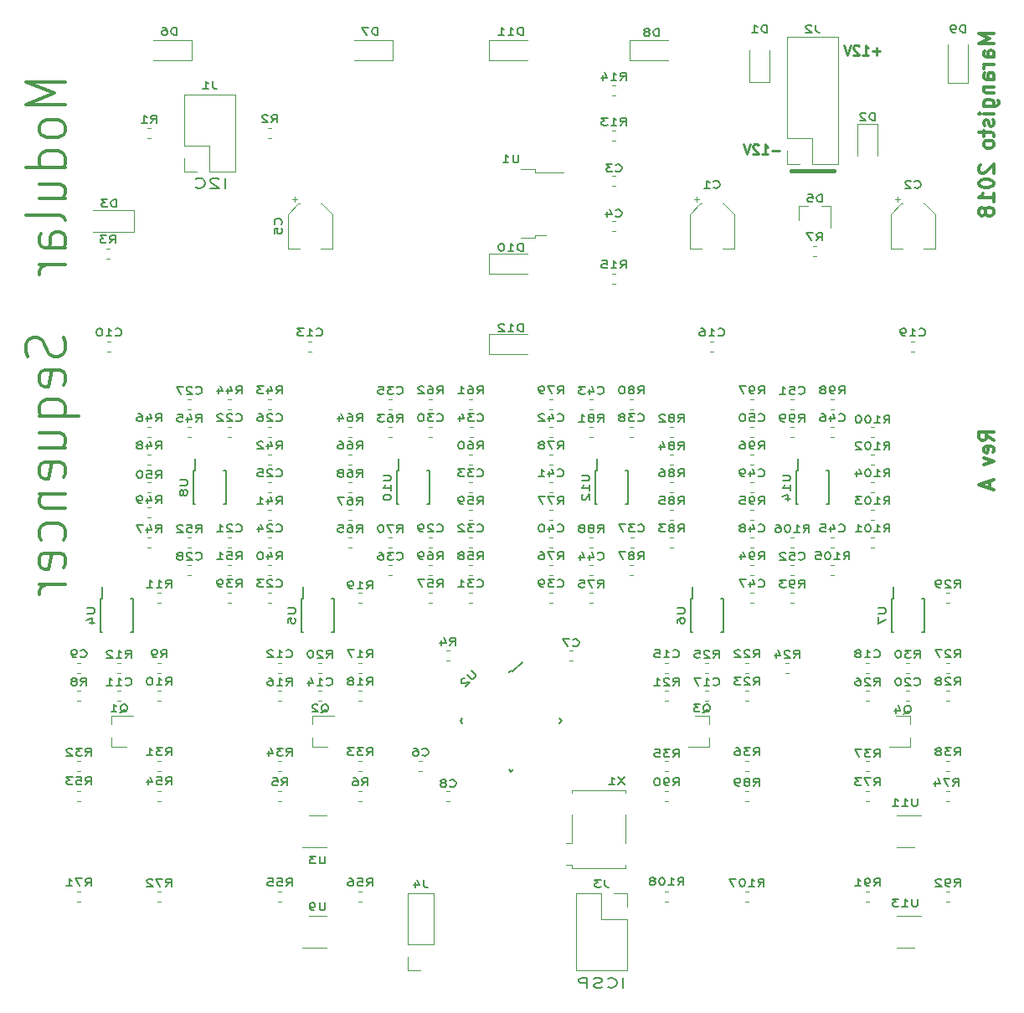
<source format=gbr>
G04 #@! TF.GenerationSoftware,KiCad,Pcbnew,5.0.2-bee76a0~70~ubuntu18.04.1*
G04 #@! TF.CreationDate,2018-12-31T19:04:56+08:00*
G04 #@! TF.ProjectId,Sequencer,53657175-656e-4636-9572-2e6b69636164,rev?*
G04 #@! TF.SameCoordinates,PX8d9e880PY6424e28*
G04 #@! TF.FileFunction,Legend,Bot*
G04 #@! TF.FilePolarity,Positive*
%FSLAX46Y46*%
G04 Gerber Fmt 4.6, Leading zero omitted, Abs format (unit mm)*
G04 Created by KiCad (PCBNEW 5.0.2-bee76a0~70~ubuntu18.04.1) date Mon Dec 31 19:04:56 2018*
%MOMM*%
%LPD*%
G01*
G04 APERTURE LIST*
%ADD10C,0.200000*%
%ADD11C,0.250000*%
%ADD12C,0.400000*%
%ADD13C,0.300000*%
%ADD14C,0.120000*%
%ADD15C,0.150000*%
G04 APERTURE END LIST*
D10*
X11358285Y-48839380D02*
X11358285Y-47839380D01*
X9786857Y-48744142D02*
X9858285Y-48791761D01*
X10072571Y-48839380D01*
X10215428Y-48839380D01*
X10429714Y-48791761D01*
X10572571Y-48696523D01*
X10644000Y-48601285D01*
X10715428Y-48410809D01*
X10715428Y-48267952D01*
X10644000Y-48077476D01*
X10572571Y-47982238D01*
X10429714Y-47887000D01*
X10215428Y-47839380D01*
X10072571Y-47839380D01*
X9858285Y-47887000D01*
X9786857Y-47934619D01*
X9215428Y-48791761D02*
X9001142Y-48839380D01*
X8644000Y-48839380D01*
X8501142Y-48791761D01*
X8429714Y-48744142D01*
X8358285Y-48648904D01*
X8358285Y-48553666D01*
X8429714Y-48458428D01*
X8501142Y-48410809D01*
X8644000Y-48363190D01*
X8929714Y-48315571D01*
X9072571Y-48267952D01*
X9144000Y-48220333D01*
X9215428Y-48125095D01*
X9215428Y-48029857D01*
X9144000Y-47934619D01*
X9072571Y-47887000D01*
X8929714Y-47839380D01*
X8572571Y-47839380D01*
X8358285Y-47887000D01*
X7715428Y-48839380D02*
X7715428Y-47839380D01*
X7144000Y-47839380D01*
X7001142Y-47887000D01*
X6929714Y-47934619D01*
X6858285Y-48029857D01*
X6858285Y-48172714D01*
X6929714Y-48267952D01*
X7001142Y-48315571D01*
X7144000Y-48363190D01*
X7715428Y-48363190D01*
X-28888715Y32059620D02*
X-28888715Y33059620D01*
X-29531572Y32964381D02*
X-29603000Y33012000D01*
X-29745858Y33059620D01*
X-30103000Y33059620D01*
X-30245858Y33012000D01*
X-30317286Y32964381D01*
X-30388715Y32869143D01*
X-30388715Y32773905D01*
X-30317286Y32631048D01*
X-29460143Y32059620D01*
X-30388715Y32059620D01*
X-31888715Y32154858D02*
X-31817286Y32107239D01*
X-31603000Y32059620D01*
X-31460143Y32059620D01*
X-31245858Y32107239D01*
X-31103000Y32202477D01*
X-31031572Y32297715D01*
X-30960143Y32488191D01*
X-30960143Y32631048D01*
X-31031572Y32821524D01*
X-31103000Y32916762D01*
X-31245858Y33012000D01*
X-31460143Y33059620D01*
X-31603000Y33059620D01*
X-31817286Y33012000D01*
X-31888715Y32964381D01*
D11*
X37321904Y45888572D02*
X36560000Y45888572D01*
X36940952Y45507620D02*
X36940952Y46269524D01*
X35560000Y45507620D02*
X36131428Y45507620D01*
X35845714Y45507620D02*
X35845714Y46507620D01*
X35940952Y46364762D01*
X36036190Y46269524D01*
X36131428Y46221905D01*
X35179047Y46412381D02*
X35131428Y46460000D01*
X35036190Y46507620D01*
X34798095Y46507620D01*
X34702857Y46460000D01*
X34655238Y46412381D01*
X34607619Y46317143D01*
X34607619Y46221905D01*
X34655238Y46079048D01*
X35226666Y45507620D01*
X34607619Y45507620D01*
X34321904Y46507620D02*
X33988571Y45507620D01*
X33655238Y46507620D01*
X27161904Y35855572D02*
X26400000Y35855572D01*
X25400000Y35474620D02*
X25971428Y35474620D01*
X25685714Y35474620D02*
X25685714Y36474620D01*
X25780952Y36331762D01*
X25876190Y36236524D01*
X25971428Y36188905D01*
X25019047Y36379381D02*
X24971428Y36427000D01*
X24876190Y36474620D01*
X24638095Y36474620D01*
X24542857Y36427000D01*
X24495238Y36379381D01*
X24447619Y36284143D01*
X24447619Y36188905D01*
X24495238Y36046048D01*
X25066666Y35474620D01*
X24447619Y35474620D01*
X24161904Y36474620D02*
X23828571Y35474620D01*
X23495238Y36474620D01*
D12*
X32639000Y33782000D02*
X28321000Y33782000D01*
D13*
X48811571Y6536286D02*
X48097285Y7036286D01*
X48811571Y7393429D02*
X47311571Y7393429D01*
X47311571Y6822000D01*
X47383000Y6679143D01*
X47454428Y6607715D01*
X47597285Y6536286D01*
X47811571Y6536286D01*
X47954428Y6607715D01*
X48025857Y6679143D01*
X48097285Y6822000D01*
X48097285Y7393429D01*
X48740142Y5322000D02*
X48811571Y5464858D01*
X48811571Y5750572D01*
X48740142Y5893429D01*
X48597285Y5964858D01*
X48025857Y5964858D01*
X47883000Y5893429D01*
X47811571Y5750572D01*
X47811571Y5464858D01*
X47883000Y5322000D01*
X48025857Y5250572D01*
X48168714Y5250572D01*
X48311571Y5964858D01*
X47811571Y4750572D02*
X48811571Y4393429D01*
X47811571Y4036286D01*
X48383000Y2393429D02*
X48383000Y1679143D01*
X48811571Y2536286D02*
X47311571Y2036286D01*
X48811571Y1536286D01*
X48811571Y47659572D02*
X47311571Y47659572D01*
X48383000Y47159572D01*
X47311571Y46659572D01*
X48811571Y46659572D01*
X48811571Y45302429D02*
X48025857Y45302429D01*
X47883000Y45373858D01*
X47811571Y45516715D01*
X47811571Y45802429D01*
X47883000Y45945286D01*
X48740142Y45302429D02*
X48811571Y45445286D01*
X48811571Y45802429D01*
X48740142Y45945286D01*
X48597285Y46016715D01*
X48454428Y46016715D01*
X48311571Y45945286D01*
X48240142Y45802429D01*
X48240142Y45445286D01*
X48168714Y45302429D01*
X48811571Y44588143D02*
X47811571Y44588143D01*
X48097285Y44588143D02*
X47954428Y44516715D01*
X47883000Y44445286D01*
X47811571Y44302429D01*
X47811571Y44159572D01*
X48811571Y43016715D02*
X48025857Y43016715D01*
X47883000Y43088143D01*
X47811571Y43231000D01*
X47811571Y43516715D01*
X47883000Y43659572D01*
X48740142Y43016715D02*
X48811571Y43159572D01*
X48811571Y43516715D01*
X48740142Y43659572D01*
X48597285Y43731000D01*
X48454428Y43731000D01*
X48311571Y43659572D01*
X48240142Y43516715D01*
X48240142Y43159572D01*
X48168714Y43016715D01*
X47811571Y42302429D02*
X48811571Y42302429D01*
X47954428Y42302429D02*
X47883000Y42231000D01*
X47811571Y42088143D01*
X47811571Y41873858D01*
X47883000Y41731000D01*
X48025857Y41659572D01*
X48811571Y41659572D01*
X47811571Y40302429D02*
X49025857Y40302429D01*
X49168714Y40373858D01*
X49240142Y40445286D01*
X49311571Y40588143D01*
X49311571Y40802429D01*
X49240142Y40945286D01*
X48740142Y40302429D02*
X48811571Y40445286D01*
X48811571Y40731000D01*
X48740142Y40873858D01*
X48668714Y40945286D01*
X48525857Y41016715D01*
X48097285Y41016715D01*
X47954428Y40945286D01*
X47883000Y40873858D01*
X47811571Y40731000D01*
X47811571Y40445286D01*
X47883000Y40302429D01*
X48811571Y39588143D02*
X47811571Y39588143D01*
X47311571Y39588143D02*
X47383000Y39659572D01*
X47454428Y39588143D01*
X47383000Y39516715D01*
X47311571Y39588143D01*
X47454428Y39588143D01*
X48740142Y38945286D02*
X48811571Y38802429D01*
X48811571Y38516715D01*
X48740142Y38373858D01*
X48597285Y38302429D01*
X48525857Y38302429D01*
X48383000Y38373858D01*
X48311571Y38516715D01*
X48311571Y38731000D01*
X48240142Y38873858D01*
X48097285Y38945286D01*
X48025857Y38945286D01*
X47883000Y38873858D01*
X47811571Y38731000D01*
X47811571Y38516715D01*
X47883000Y38373858D01*
X47811571Y37873858D02*
X47811571Y37302429D01*
X47311571Y37659572D02*
X48597285Y37659572D01*
X48740142Y37588143D01*
X48811571Y37445286D01*
X48811571Y37302429D01*
X48811571Y36588143D02*
X48740142Y36731000D01*
X48668714Y36802429D01*
X48525857Y36873858D01*
X48097285Y36873858D01*
X47954428Y36802429D01*
X47883000Y36731000D01*
X47811571Y36588143D01*
X47811571Y36373858D01*
X47883000Y36231000D01*
X47954428Y36159572D01*
X48097285Y36088143D01*
X48525857Y36088143D01*
X48668714Y36159572D01*
X48740142Y36231000D01*
X48811571Y36373858D01*
X48811571Y36588143D01*
X47454428Y34373858D02*
X47383000Y34302429D01*
X47311571Y34159572D01*
X47311571Y33802429D01*
X47383000Y33659572D01*
X47454428Y33588143D01*
X47597285Y33516715D01*
X47740142Y33516715D01*
X47954428Y33588143D01*
X48811571Y34445286D01*
X48811571Y33516715D01*
X47311571Y32588143D02*
X47311571Y32445286D01*
X47383000Y32302429D01*
X47454428Y32231000D01*
X47597285Y32159572D01*
X47883000Y32088143D01*
X48240142Y32088143D01*
X48525857Y32159572D01*
X48668714Y32231000D01*
X48740142Y32302429D01*
X48811571Y32445286D01*
X48811571Y32588143D01*
X48740142Y32731000D01*
X48668714Y32802429D01*
X48525857Y32873858D01*
X48240142Y32945286D01*
X47883000Y32945286D01*
X47597285Y32873858D01*
X47454428Y32802429D01*
X47383000Y32731000D01*
X47311571Y32588143D01*
X48811571Y30659572D02*
X48811571Y31516715D01*
X48811571Y31088143D02*
X47311571Y31088143D01*
X47525857Y31231000D01*
X47668714Y31373858D01*
X47740142Y31516715D01*
X47954428Y29802429D02*
X47883000Y29945286D01*
X47811571Y30016715D01*
X47668714Y30088143D01*
X47597285Y30088143D01*
X47454428Y30016715D01*
X47383000Y29945286D01*
X47311571Y29802429D01*
X47311571Y29516715D01*
X47383000Y29373858D01*
X47454428Y29302429D01*
X47597285Y29231000D01*
X47668714Y29231000D01*
X47811571Y29302429D01*
X47883000Y29373858D01*
X47954428Y29516715D01*
X47954428Y29802429D01*
X48025857Y29945286D01*
X48097285Y30016715D01*
X48240142Y30088143D01*
X48525857Y30088143D01*
X48668714Y30016715D01*
X48740142Y29945286D01*
X48811571Y29802429D01*
X48811571Y29516715D01*
X48740142Y29373858D01*
X48668714Y29302429D01*
X48525857Y29231000D01*
X48240142Y29231000D01*
X48097285Y29302429D01*
X48025857Y29373858D01*
X47954428Y29516715D01*
X-45053477Y42811667D02*
X-49053477Y42811667D01*
X-46196334Y41645000D01*
X-49053477Y40478334D01*
X-45053477Y40478334D01*
X-45053477Y38311667D02*
X-45243953Y38645000D01*
X-45434429Y38811667D01*
X-45815381Y38978334D01*
X-46958239Y38978334D01*
X-47339191Y38811667D01*
X-47529667Y38645000D01*
X-47720143Y38311667D01*
X-47720143Y37811667D01*
X-47529667Y37478334D01*
X-47339191Y37311667D01*
X-46958239Y37145000D01*
X-45815381Y37145000D01*
X-45434429Y37311667D01*
X-45243953Y37478334D01*
X-45053477Y37811667D01*
X-45053477Y38311667D01*
X-45053477Y34145000D02*
X-49053477Y34145000D01*
X-45243953Y34145000D02*
X-45053477Y34478334D01*
X-45053477Y35145000D01*
X-45243953Y35478334D01*
X-45434429Y35645000D01*
X-45815381Y35811667D01*
X-46958239Y35811667D01*
X-47339191Y35645000D01*
X-47529667Y35478334D01*
X-47720143Y35145000D01*
X-47720143Y34478334D01*
X-47529667Y34145000D01*
X-47720143Y30978334D02*
X-45053477Y30978334D01*
X-47720143Y32478334D02*
X-45624905Y32478334D01*
X-45243953Y32311667D01*
X-45053477Y31978334D01*
X-45053477Y31478334D01*
X-45243953Y31145001D01*
X-45434429Y30978334D01*
X-45053477Y28811667D02*
X-45243953Y29145001D01*
X-45624905Y29311667D01*
X-49053477Y29311667D01*
X-45053477Y25978334D02*
X-47148715Y25978334D01*
X-47529667Y26145001D01*
X-47720143Y26478334D01*
X-47720143Y27145001D01*
X-47529667Y27478334D01*
X-45243953Y25978334D02*
X-45053477Y26311667D01*
X-45053477Y27145001D01*
X-45243953Y27478334D01*
X-45624905Y27645001D01*
X-46005858Y27645001D01*
X-46386810Y27478334D01*
X-46577286Y27145001D01*
X-46577286Y26311667D01*
X-46767762Y25978334D01*
X-45053477Y24311667D02*
X-47720143Y24311667D01*
X-46958239Y24311667D02*
X-47339191Y24145001D01*
X-47529667Y23978334D01*
X-47720143Y23645001D01*
X-47720143Y23311667D01*
X-45243953Y16978334D02*
X-45053477Y16478334D01*
X-45053477Y15645001D01*
X-45243953Y15311667D01*
X-45434429Y15145001D01*
X-45815381Y14978334D01*
X-46196334Y14978334D01*
X-46577286Y15145001D01*
X-46767762Y15311667D01*
X-46958239Y15645001D01*
X-47148715Y16311667D01*
X-47339191Y16645001D01*
X-47529667Y16811667D01*
X-47910620Y16978334D01*
X-48291572Y16978334D01*
X-48672524Y16811667D01*
X-48863000Y16645001D01*
X-49053477Y16311667D01*
X-49053477Y15478334D01*
X-48863000Y14978334D01*
X-45243953Y12145001D02*
X-45053477Y12478334D01*
X-45053477Y13145001D01*
X-45243953Y13478334D01*
X-45624905Y13645001D01*
X-47148715Y13645001D01*
X-47529667Y13478334D01*
X-47720143Y13145001D01*
X-47720143Y12478334D01*
X-47529667Y12145001D01*
X-47148715Y11978334D01*
X-46767762Y11978334D01*
X-46386810Y13645001D01*
X-47720143Y8978334D02*
X-43720143Y8978334D01*
X-45243953Y8978334D02*
X-45053477Y9311667D01*
X-45053477Y9978334D01*
X-45243953Y10311667D01*
X-45434429Y10478334D01*
X-45815381Y10645001D01*
X-46958239Y10645001D01*
X-47339191Y10478334D01*
X-47529667Y10311667D01*
X-47720143Y9978334D01*
X-47720143Y9311667D01*
X-47529667Y8978334D01*
X-47720143Y5811667D02*
X-45053477Y5811667D01*
X-47720143Y7311667D02*
X-45624905Y7311667D01*
X-45243953Y7145001D01*
X-45053477Y6811667D01*
X-45053477Y6311667D01*
X-45243953Y5978334D01*
X-45434429Y5811667D01*
X-45243953Y2811667D02*
X-45053477Y3145001D01*
X-45053477Y3811667D01*
X-45243953Y4145001D01*
X-45624905Y4311667D01*
X-47148715Y4311667D01*
X-47529667Y4145001D01*
X-47720143Y3811667D01*
X-47720143Y3145001D01*
X-47529667Y2811667D01*
X-47148715Y2645001D01*
X-46767762Y2645001D01*
X-46386810Y4311667D01*
X-47720143Y1145001D02*
X-45053477Y1145001D01*
X-47339191Y1145001D02*
X-47529667Y978334D01*
X-47720143Y645001D01*
X-47720143Y145001D01*
X-47529667Y-188333D01*
X-47148715Y-354999D01*
X-45053477Y-354999D01*
X-45243953Y-3521666D02*
X-45053477Y-3188333D01*
X-45053477Y-2521666D01*
X-45243953Y-2188333D01*
X-45434429Y-2021666D01*
X-45815381Y-1854999D01*
X-46958239Y-1854999D01*
X-47339191Y-2021666D01*
X-47529667Y-2188333D01*
X-47720143Y-2521666D01*
X-47720143Y-3188333D01*
X-47529667Y-3521666D01*
X-45243953Y-6354999D02*
X-45053477Y-6021666D01*
X-45053477Y-5354999D01*
X-45243953Y-5021666D01*
X-45624905Y-4854999D01*
X-47148715Y-4854999D01*
X-47529667Y-5021666D01*
X-47720143Y-5354999D01*
X-47720143Y-6021666D01*
X-47529667Y-6354999D01*
X-47148715Y-6521666D01*
X-46767762Y-6521666D01*
X-46386810Y-4854999D01*
X-45053477Y-8021666D02*
X-47720143Y-8021666D01*
X-46958239Y-8021666D02*
X-47339191Y-8188333D01*
X-47529667Y-8354999D01*
X-47720143Y-8688333D01*
X-47720143Y-9021666D01*
D14*
G04 #@! TO.C,C1*
X22580440Y25933980D02*
X21380440Y25933980D01*
X18060440Y25933980D02*
X19260440Y25933980D01*
X18060440Y29389543D02*
X18060440Y25933980D01*
X22580440Y29389543D02*
X22580440Y25933980D01*
X21516003Y30453980D02*
X21380440Y30453980D01*
X19124877Y30453980D02*
X19260440Y30453980D01*
X19124877Y30453980D02*
X18060440Y29389543D01*
X21516003Y30453980D02*
X22580440Y29389543D01*
X18760440Y31193980D02*
X18760440Y30693980D01*
X18510440Y30943980D02*
X19010440Y30943980D01*
G04 #@! TO.C,C2*
X38830440Y30943980D02*
X39330440Y30943980D01*
X39080440Y31193980D02*
X39080440Y30693980D01*
X41836003Y30453980D02*
X42900440Y29389543D01*
X39444877Y30453980D02*
X38380440Y29389543D01*
X39444877Y30453980D02*
X39580440Y30453980D01*
X41836003Y30453980D02*
X41700440Y30453980D01*
X42900440Y29389543D02*
X42900440Y25933980D01*
X38380440Y29389543D02*
X38380440Y25933980D01*
X38380440Y25933980D02*
X39580440Y25933980D01*
X42900440Y25933980D02*
X41700440Y25933980D01*
G04 #@! TO.C,C5*
X-18059560Y25933980D02*
X-19259560Y25933980D01*
X-22579560Y25933980D02*
X-21379560Y25933980D01*
X-22579560Y29389543D02*
X-22579560Y25933980D01*
X-18059560Y29389543D02*
X-18059560Y25933980D01*
X-19123997Y30453980D02*
X-19259560Y30453980D01*
X-21515123Y30453980D02*
X-21379560Y30453980D01*
X-21515123Y30453980D02*
X-22579560Y29389543D01*
X-19123997Y30453980D02*
X-18059560Y29389543D01*
X-21879560Y31193980D02*
X-21879560Y30693980D01*
X-22129560Y30943980D02*
X-21629560Y30943980D01*
G04 #@! TO.C,C4*
X10251661Y27683980D02*
X10577219Y27683980D01*
X10251661Y28703980D02*
X10577219Y28703980D01*
G04 #@! TO.C,C6*
X-9306339Y-25906320D02*
X-8980781Y-25906320D01*
X-9306339Y-26926320D02*
X-8980781Y-26926320D01*
G04 #@! TO.C,C7*
X5933661Y-15750320D02*
X6259219Y-15750320D01*
X5933661Y-14730320D02*
X6259219Y-14730320D01*
G04 #@! TO.C,C8*
X-6512339Y-28954320D02*
X-6186781Y-28954320D01*
X-6512339Y-29974320D02*
X-6186781Y-29974320D01*
G04 #@! TO.C,C9*
X-43524781Y-16000320D02*
X-43850339Y-16000320D01*
X-43524781Y-17020320D02*
X-43850339Y-17020320D01*
G04 #@! TO.C,C10*
X-40476781Y15491980D02*
X-40802339Y15491980D01*
X-40476781Y16511980D02*
X-40802339Y16511980D01*
G04 #@! TO.C,C11*
X-39786339Y-19814320D02*
X-39460781Y-19814320D01*
X-39786339Y-18794320D02*
X-39460781Y-18794320D01*
G04 #@! TO.C,C12*
X-23204781Y-16000320D02*
X-23530339Y-16000320D01*
X-23204781Y-17020320D02*
X-23530339Y-17020320D01*
G04 #@! TO.C,C13*
X-20156781Y16511980D02*
X-20482339Y16511980D01*
X-20156781Y15491980D02*
X-20482339Y15491980D01*
G04 #@! TO.C,C14*
X-19466339Y-19814320D02*
X-19140781Y-19814320D01*
X-19466339Y-18794320D02*
X-19140781Y-18794320D01*
G04 #@! TO.C,C15*
X15911219Y-16000320D02*
X15585661Y-16000320D01*
X15911219Y-17020320D02*
X15585661Y-17020320D01*
G04 #@! TO.C,C52*
X28285661Y-6094320D02*
X28611219Y-6094320D01*
X28285661Y-7114320D02*
X28611219Y-7114320D01*
G04 #@! TO.C,C51*
X28285661Y9649980D02*
X28611219Y9649980D01*
X28285661Y10669980D02*
X28611219Y10669980D01*
G04 #@! TO.C,C50*
X24547219Y6855980D02*
X24221661Y6855980D01*
X24547219Y7875980D02*
X24221661Y7875980D01*
G04 #@! TO.C,C49*
X24547219Y2287680D02*
X24221661Y2287680D01*
X24547219Y1267680D02*
X24221661Y1267680D01*
G04 #@! TO.C,C48*
X24547219Y-4320320D02*
X24221661Y-4320320D01*
X24547219Y-3300320D02*
X24221661Y-3300320D01*
G04 #@! TO.C,C47*
X24547219Y-8888320D02*
X24221661Y-8888320D01*
X24547219Y-9908320D02*
X24221661Y-9908320D01*
G04 #@! TO.C,C46*
X32675219Y6855980D02*
X32349661Y6855980D01*
X32675219Y7875980D02*
X32349661Y7875980D01*
G04 #@! TO.C,C45*
X32675219Y-3300320D02*
X32349661Y-3300320D01*
X32675219Y-4320320D02*
X32349661Y-4320320D01*
G04 #@! TO.C,C44*
X7965661Y-7114320D02*
X8291219Y-7114320D01*
X7965661Y-6094320D02*
X8291219Y-6094320D01*
G04 #@! TO.C,C43*
X7965661Y10669980D02*
X8291219Y10669980D01*
X7965661Y9649980D02*
X8291219Y9649980D01*
G04 #@! TO.C,C42*
X4227219Y7875980D02*
X3901661Y7875980D01*
X4227219Y6855980D02*
X3901661Y6855980D01*
G04 #@! TO.C,C3*
X10251661Y32255980D02*
X10577219Y32255980D01*
X10251661Y33275980D02*
X10577219Y33275980D01*
G04 #@! TO.C,C41*
X4227219Y2287680D02*
X3901661Y2287680D01*
X4227219Y1267680D02*
X3901661Y1267680D01*
G04 #@! TO.C,C40*
X4227219Y-4320320D02*
X3901661Y-4320320D01*
X4227219Y-3300320D02*
X3901661Y-3300320D01*
G04 #@! TO.C,C39*
X4227219Y-8888320D02*
X3901661Y-8888320D01*
X4227219Y-9908320D02*
X3901661Y-9908320D01*
G04 #@! TO.C,C38*
X12355219Y6855980D02*
X12029661Y6855980D01*
X12355219Y7875980D02*
X12029661Y7875980D01*
G04 #@! TO.C,C16*
X20483219Y15491980D02*
X20157661Y15491980D01*
X20483219Y16511980D02*
X20157661Y16511980D01*
G04 #@! TO.C,C17*
X19649661Y-19814320D02*
X19975219Y-19814320D01*
X19649661Y-18794320D02*
X19975219Y-18794320D01*
G04 #@! TO.C,C18*
X36231219Y-17020320D02*
X35905661Y-17020320D01*
X36231219Y-16000320D02*
X35905661Y-16000320D01*
G04 #@! TO.C,C19*
X40803219Y16511980D02*
X40477661Y16511980D01*
X40803219Y15491980D02*
X40477661Y15491980D01*
G04 #@! TO.C,C20*
X39969661Y-18794320D02*
X40295219Y-18794320D01*
X39969661Y-19814320D02*
X40295219Y-19814320D01*
G04 #@! TO.C,C21*
X-28284781Y-3300320D02*
X-28610339Y-3300320D01*
X-28284781Y-4320320D02*
X-28610339Y-4320320D01*
G04 #@! TO.C,C22*
X-28284781Y6855980D02*
X-28610339Y6855980D01*
X-28284781Y7875980D02*
X-28610339Y7875980D01*
G04 #@! TO.C,C23*
X-24220781Y-8888320D02*
X-24546339Y-8888320D01*
X-24220781Y-9908320D02*
X-24546339Y-9908320D01*
G04 #@! TO.C,C24*
X-24220781Y-4320320D02*
X-24546339Y-4320320D01*
X-24220781Y-3300320D02*
X-24546339Y-3300320D01*
G04 #@! TO.C,C25*
X-24220781Y2287680D02*
X-24546339Y2287680D01*
X-24220781Y1267680D02*
X-24546339Y1267680D01*
G04 #@! TO.C,C26*
X-24220781Y6855980D02*
X-24546339Y6855980D01*
X-24220781Y7875980D02*
X-24546339Y7875980D01*
G04 #@! TO.C,C27*
X-32674339Y9649980D02*
X-32348781Y9649980D01*
X-32674339Y10669980D02*
X-32348781Y10669980D01*
G04 #@! TO.C,C28*
X-32674339Y-6094320D02*
X-32348781Y-6094320D01*
X-32674339Y-7114320D02*
X-32348781Y-7114320D01*
G04 #@! TO.C,C29*
X-7964781Y-3300320D02*
X-8290339Y-3300320D01*
X-7964781Y-4320320D02*
X-8290339Y-4320320D01*
G04 #@! TO.C,C30*
X-7964781Y6855980D02*
X-8290339Y6855980D01*
X-7964781Y7875980D02*
X-8290339Y7875980D01*
G04 #@! TO.C,C31*
X-3900781Y-8888320D02*
X-4226339Y-8888320D01*
X-3900781Y-9908320D02*
X-4226339Y-9908320D01*
G04 #@! TO.C,C32*
X-3900781Y-4320320D02*
X-4226339Y-4320320D01*
X-3900781Y-3300320D02*
X-4226339Y-3300320D01*
G04 #@! TO.C,C33*
X-3900781Y2287680D02*
X-4226339Y2287680D01*
X-3900781Y1267680D02*
X-4226339Y1267680D01*
G04 #@! TO.C,C34*
X-3875781Y6855980D02*
X-4201339Y6855980D01*
X-3875781Y7875980D02*
X-4201339Y7875980D01*
G04 #@! TO.C,C35*
X-12354339Y9649980D02*
X-12028781Y9649980D01*
X-12354339Y10669980D02*
X-12028781Y10669980D01*
G04 #@! TO.C,C36*
X-12354339Y-6094320D02*
X-12028781Y-6094320D01*
X-12354339Y-7114320D02*
X-12028781Y-7114320D01*
G04 #@! TO.C,C37*
X12380219Y-4320320D02*
X12054661Y-4320320D01*
X12380219Y-3300320D02*
X12054661Y-3300320D01*
G04 #@! TO.C,J4*
X-10473560Y-39310320D02*
X-7813560Y-39310320D01*
X-10473560Y-44450320D02*
X-10473560Y-39310320D01*
X-7813560Y-44450320D02*
X-7813560Y-39310320D01*
X-10473560Y-44450320D02*
X-7813560Y-44450320D01*
X-10473560Y-45720320D02*
X-10473560Y-47050320D01*
X-10473560Y-47050320D02*
X-9143560Y-47050320D01*
G04 #@! TO.C,J3*
X11744440Y-39310320D02*
X10414440Y-39310320D01*
X11744440Y-40640320D02*
X11744440Y-39310320D01*
X9144440Y-39310320D02*
X6544440Y-39310320D01*
X9144440Y-41910320D02*
X9144440Y-39310320D01*
X11744440Y-41910320D02*
X9144440Y-41910320D01*
X6544440Y-39310320D02*
X6544440Y-47050320D01*
X11744440Y-41910320D02*
X11744440Y-47050320D01*
X11744440Y-47050320D02*
X6544440Y-47050320D01*
G04 #@! TO.C,J1*
X-33079560Y41461980D02*
X-27879560Y41461980D01*
X-33079560Y36321980D02*
X-33079560Y41461980D01*
X-27879560Y33721980D02*
X-27879560Y41461980D01*
X-33079560Y36321980D02*
X-30479560Y36321980D01*
X-30479560Y36321980D02*
X-30479560Y33721980D01*
X-30479560Y33721980D02*
X-27879560Y33721980D01*
X-33079560Y35051980D02*
X-33079560Y33721980D01*
X-33079560Y33721980D02*
X-31749560Y33721980D01*
G04 #@! TO.C,J2*
X27880440Y47303980D02*
X33080440Y47303980D01*
X27880440Y37083980D02*
X27880440Y47303980D01*
X33080440Y34483980D02*
X33080440Y47303980D01*
X27880440Y37083980D02*
X30480440Y37083980D01*
X30480440Y37083980D02*
X30480440Y34483980D01*
X30480440Y34483980D02*
X33080440Y34483980D01*
X27880440Y35813980D02*
X27880440Y34483980D01*
X27880440Y34483980D02*
X29210440Y34483980D01*
G04 #@! TO.C,D1*
X24146440Y42757980D02*
X26146440Y42757980D01*
X24146440Y42757980D02*
X24146440Y45957980D01*
X26146440Y45957980D02*
X26146440Y42757980D01*
G04 #@! TO.C,D2*
X35068440Y35321980D02*
X35068440Y38521980D01*
X37068440Y38521980D02*
X37068440Y35321980D01*
X37068440Y38521980D02*
X35068440Y38521980D01*
G04 #@! TO.C,D11*
X-2249560Y44973980D02*
X-2249560Y46973980D01*
X-2249560Y46973980D02*
X1650440Y46973980D01*
X-2249560Y44973980D02*
X1650440Y44973980D01*
G04 #@! TO.C,D12*
X-2249560Y15255980D02*
X1650440Y15255980D01*
X-2249560Y17255980D02*
X1650440Y17255980D01*
X-2249560Y15255980D02*
X-2249560Y17255980D01*
G04 #@! TO.C,D8*
X11974440Y44973980D02*
X11974440Y46973980D01*
X11974440Y46973980D02*
X15874440Y46973980D01*
X11974440Y44973980D02*
X15874440Y44973980D01*
G04 #@! TO.C,D10*
X-2249560Y23383980D02*
X1650440Y23383980D01*
X-2249560Y25383980D02*
X1650440Y25383980D01*
X-2249560Y23383980D02*
X-2249560Y25383980D01*
G04 #@! TO.C,D9*
X46212440Y42707980D02*
X44212440Y42707980D01*
X44212440Y42707980D02*
X44212440Y46607980D01*
X46212440Y42707980D02*
X46212440Y46607980D01*
G04 #@! TO.C,D6*
X-32293560Y46973980D02*
X-36193560Y46973980D01*
X-32293560Y44973980D02*
X-36193560Y44973980D01*
X-32293560Y46973980D02*
X-32293560Y44973980D01*
G04 #@! TO.C,D7*
X-11973560Y46973980D02*
X-11973560Y44973980D01*
X-11973560Y44973980D02*
X-15873560Y44973980D01*
X-11973560Y46973980D02*
X-15873560Y46973980D01*
G04 #@! TO.C,D3*
X-42239560Y29786980D02*
X-38154560Y29786980D01*
X-38154560Y29786980D02*
X-38154560Y27616980D01*
X-38154560Y27616980D02*
X-42239560Y27616980D01*
G04 #@! TO.C,X1*
X11590440Y-29126320D02*
X11590440Y-28816320D01*
X11590440Y-28816320D02*
X6190440Y-28816320D01*
X6190440Y-28816320D02*
X6190440Y-29126320D01*
X11590440Y-34206320D02*
X11590440Y-31326320D01*
X5590440Y-36406320D02*
X6190440Y-36406320D01*
X6190440Y-36406320D02*
X6190440Y-36716320D01*
X6190440Y-36716320D02*
X11590440Y-36716320D01*
X11590440Y-36716320D02*
X11590440Y-36406320D01*
X6190440Y-31326320D02*
X6190440Y-34206320D01*
X6190440Y-34206320D02*
X5590440Y-34206320D01*
D15*
G04 #@! TO.C,U2*
X440Y-16717796D02*
X159539Y-16876895D01*
X-5126084Y-21844320D02*
X-4896274Y-22074130D01*
X440Y-26970844D02*
X-229370Y-26741034D01*
X5126964Y-21844320D02*
X4897154Y-21614510D01*
X440Y-16717796D02*
X-229370Y-16947606D01*
X5126964Y-21844320D02*
X4897154Y-22074130D01*
X440Y-26970844D02*
X230250Y-26741034D01*
X-5126084Y-21844320D02*
X-4896274Y-21614510D01*
X159539Y-16876895D02*
X1167166Y-15869268D01*
G04 #@! TO.C,U14*
X28980440Y3452680D02*
X28980440Y4702680D01*
X32155440Y3452680D02*
X32155440Y102680D01*
X28805440Y3452680D02*
X28805440Y102680D01*
X32155440Y3452680D02*
X31905440Y3452680D01*
X32155440Y102680D02*
X31905440Y102680D01*
X28805440Y102680D02*
X29055440Y102680D01*
X28805440Y3452680D02*
X28980440Y3452680D01*
G04 #@! TO.C,U12*
X8660440Y3452680D02*
X8660440Y4702680D01*
X11835440Y3452680D02*
X11835440Y102680D01*
X8485440Y3452680D02*
X8485440Y102680D01*
X11835440Y3452680D02*
X11585440Y3452680D01*
X11835440Y102680D02*
X11585440Y102680D01*
X8485440Y102680D02*
X8735440Y102680D01*
X8485440Y3452680D02*
X8660440Y3452680D01*
G04 #@! TO.C,U10*
X-11405560Y3452680D02*
X-11405560Y4702680D01*
X-8230560Y3452680D02*
X-8230560Y102680D01*
X-11580560Y3452680D02*
X-11580560Y102680D01*
X-8230560Y3452680D02*
X-8480560Y3452680D01*
X-8230560Y102680D02*
X-8480560Y102680D01*
X-11580560Y102680D02*
X-11330560Y102680D01*
X-11580560Y3452680D02*
X-11405560Y3452680D01*
G04 #@! TO.C,U8*
X-32154560Y3452680D02*
X-31979560Y3452680D01*
X-32154560Y102680D02*
X-31904560Y102680D01*
X-28804560Y102680D02*
X-29054560Y102680D01*
X-28804560Y3452680D02*
X-29054560Y3452680D01*
X-32154560Y3452680D02*
X-32154560Y102680D01*
X-28804560Y3452680D02*
X-28804560Y102680D01*
X-31979560Y3452680D02*
X-31979560Y4702680D01*
G04 #@! TO.C,U7*
X38632440Y-9501320D02*
X38632440Y-8251320D01*
X41807440Y-9501320D02*
X41807440Y-12851320D01*
X38457440Y-9501320D02*
X38457440Y-12851320D01*
X41807440Y-9501320D02*
X41557440Y-9501320D01*
X41807440Y-12851320D02*
X41557440Y-12851320D01*
X38457440Y-12851320D02*
X38707440Y-12851320D01*
X38457440Y-9501320D02*
X38632440Y-9501320D01*
G04 #@! TO.C,U6*
X18137440Y-9501320D02*
X18312440Y-9501320D01*
X18137440Y-12851320D02*
X18387440Y-12851320D01*
X21487440Y-12851320D02*
X21237440Y-12851320D01*
X21487440Y-9501320D02*
X21237440Y-9501320D01*
X18137440Y-9501320D02*
X18137440Y-12851320D01*
X21487440Y-9501320D02*
X21487440Y-12851320D01*
X18312440Y-9501320D02*
X18312440Y-8251320D01*
G04 #@! TO.C,U5*
X-21057560Y-9501320D02*
X-21057560Y-8251320D01*
X-17882560Y-9501320D02*
X-17882560Y-12851320D01*
X-21232560Y-9501320D02*
X-21232560Y-12851320D01*
X-17882560Y-9501320D02*
X-18132560Y-9501320D01*
X-17882560Y-12851320D02*
X-18132560Y-12851320D01*
X-21232560Y-12851320D02*
X-20982560Y-12851320D01*
X-21232560Y-9501320D02*
X-21057560Y-9501320D01*
G04 #@! TO.C,U4*
X-41552560Y-9501320D02*
X-41377560Y-9501320D01*
X-41552560Y-12851320D02*
X-41302560Y-12851320D01*
X-38202560Y-12851320D02*
X-38452560Y-12851320D01*
X-38202560Y-9501320D02*
X-38452560Y-9501320D01*
X-41552560Y-9501320D02*
X-41552560Y-12851320D01*
X-38202560Y-9501320D02*
X-38202560Y-12851320D01*
X-41377560Y-9501320D02*
X-41377560Y-8251320D01*
D14*
G04 #@! TO.C,D5*
X29141440Y30223980D02*
X30071440Y30223980D01*
X32301440Y30223980D02*
X31371440Y30223980D01*
X32301440Y30223980D02*
X32301440Y28063980D01*
X29141440Y30223980D02*
X29141440Y28763980D01*
G04 #@! TO.C,Q1*
X-40383560Y-24440320D02*
X-38923560Y-24440320D01*
X-40383560Y-21280320D02*
X-38223560Y-21280320D01*
X-40383560Y-21280320D02*
X-40383560Y-22210320D01*
X-40383560Y-24440320D02*
X-40383560Y-23510320D01*
G04 #@! TO.C,Q2*
X-20063560Y-24440320D02*
X-20063560Y-23510320D01*
X-20063560Y-21280320D02*
X-20063560Y-22210320D01*
X-20063560Y-21280320D02*
X-17903560Y-21280320D01*
X-20063560Y-24440320D02*
X-18603560Y-24440320D01*
G04 #@! TO.C,Q3*
X20064440Y-21280320D02*
X18604440Y-21280320D01*
X20064440Y-24440320D02*
X17904440Y-24440320D01*
X20064440Y-24440320D02*
X20064440Y-23510320D01*
X20064440Y-21280320D02*
X20064440Y-22210320D01*
G04 #@! TO.C,Q4*
X40384440Y-21280320D02*
X40384440Y-22210320D01*
X40384440Y-24440320D02*
X40384440Y-23510320D01*
X40384440Y-24440320D02*
X38224440Y-24440320D01*
X40384440Y-21280320D02*
X38924440Y-21280320D01*
G04 #@! TO.C,U13*
X38978440Y-41570320D02*
X41428440Y-41570320D01*
X40778440Y-44790320D02*
X38978440Y-44790320D01*
G04 #@! TO.C,U11*
X40778440Y-34630320D02*
X38978440Y-34630320D01*
X38978440Y-31410320D02*
X41428440Y-31410320D01*
G04 #@! TO.C,U9*
X-18657560Y-44790320D02*
X-21107560Y-44790320D01*
X-20457560Y-41570320D02*
X-18657560Y-41570320D01*
G04 #@! TO.C,U3*
X-20457560Y-31410320D02*
X-18657560Y-31410320D01*
X-18657560Y-34630320D02*
X-21107560Y-34630320D01*
G04 #@! TO.C,U1*
X970440Y33929980D02*
X2470440Y33929980D01*
X2470440Y33929980D02*
X2470440Y33659980D01*
X2470440Y33659980D02*
X5300440Y33659980D01*
X970440Y27029980D02*
X2470440Y27029980D01*
X2470440Y27029980D02*
X2470440Y27299980D01*
X2470440Y27299980D02*
X3570440Y27299980D01*
G04 #@! TO.C,R17*
X-15076781Y-17020320D02*
X-15402339Y-17020320D01*
X-15076781Y-16000320D02*
X-15402339Y-16000320D01*
G04 #@! TO.C,R16*
X-23530339Y-18794320D02*
X-23204781Y-18794320D01*
X-23530339Y-19814320D02*
X-23204781Y-19814320D01*
G04 #@! TO.C,R15*
X10577219Y22349980D02*
X10251661Y22349980D01*
X10577219Y23369980D02*
X10251661Y23369980D01*
G04 #@! TO.C,R14*
X10251661Y41399980D02*
X10577219Y41399980D01*
X10251661Y42419980D02*
X10577219Y42419980D01*
G04 #@! TO.C,R13*
X10251661Y37847980D02*
X10577219Y37847980D01*
X10251661Y36827980D02*
X10577219Y36827980D01*
G04 #@! TO.C,R12*
X-39786339Y-17020320D02*
X-39460781Y-17020320D01*
X-39786339Y-16000320D02*
X-39460781Y-16000320D01*
G04 #@! TO.C,R11*
X-35722339Y-8888320D02*
X-35396781Y-8888320D01*
X-35722339Y-9908320D02*
X-35396781Y-9908320D01*
G04 #@! TO.C,R10*
X-35396781Y-18794320D02*
X-35722339Y-18794320D01*
X-35396781Y-19814320D02*
X-35722339Y-19814320D01*
G04 #@! TO.C,R9*
X-35396781Y-17020320D02*
X-35722339Y-17020320D01*
X-35396781Y-16000320D02*
X-35722339Y-16000320D01*
G04 #@! TO.C,R8*
X-43850339Y-19814320D02*
X-43524781Y-19814320D01*
X-43850339Y-18794320D02*
X-43524781Y-18794320D01*
G04 #@! TO.C,R7*
X30897219Y25143980D02*
X30571661Y25143980D01*
X30897219Y26163980D02*
X30571661Y26163980D01*
G04 #@! TO.C,R6*
X-15076781Y-28954320D02*
X-15402339Y-28954320D01*
X-15076781Y-29974320D02*
X-15402339Y-29974320D01*
G04 #@! TO.C,R5*
X-23204781Y-29974320D02*
X-23530339Y-29974320D01*
X-23204781Y-28954320D02*
X-23530339Y-28954320D01*
G04 #@! TO.C,R4*
X-6512339Y-15750320D02*
X-6186781Y-15750320D01*
X-6512339Y-14730320D02*
X-6186781Y-14730320D01*
G04 #@! TO.C,R3*
X-40603781Y24889980D02*
X-40929339Y24889980D01*
X-40603781Y25909980D02*
X-40929339Y25909980D01*
G04 #@! TO.C,R2*
X-24220781Y38101980D02*
X-24546339Y38101980D01*
X-24220781Y37081980D02*
X-24546339Y37081980D01*
G04 #@! TO.C,R1*
X-36738339Y38101980D02*
X-36412781Y38101980D01*
X-36738339Y37081980D02*
X-36412781Y37081980D01*
G04 #@! TO.C,R18*
X-15076781Y-18794320D02*
X-15402339Y-18794320D01*
X-15076781Y-19814320D02*
X-15402339Y-19814320D01*
G04 #@! TO.C,R19*
X-15402339Y-8888320D02*
X-15076781Y-8888320D01*
X-15402339Y-9908320D02*
X-15076781Y-9908320D01*
G04 #@! TO.C,R20*
X-19466339Y-16000320D02*
X-19140781Y-16000320D01*
X-19466339Y-17020320D02*
X-19140781Y-17020320D01*
G04 #@! TO.C,R21*
X15585661Y-18794320D02*
X15911219Y-18794320D01*
X15585661Y-19814320D02*
X15911219Y-19814320D01*
G04 #@! TO.C,R38*
X44359219Y-25906320D02*
X44033661Y-25906320D01*
X44359219Y-26926320D02*
X44033661Y-26926320D01*
G04 #@! TO.C,R39*
X-28284781Y-9908320D02*
X-28610339Y-9908320D01*
X-28284781Y-8888320D02*
X-28610339Y-8888320D01*
G04 #@! TO.C,R40*
X-24220781Y-6094320D02*
X-24546339Y-6094320D01*
X-24220781Y-7114320D02*
X-24546339Y-7114320D01*
G04 #@! TO.C,R41*
X-24220781Y-1526320D02*
X-24546339Y-1526320D01*
X-24220781Y-506320D02*
X-24546339Y-506320D01*
G04 #@! TO.C,R42*
X-24220781Y5081680D02*
X-24546339Y5081680D01*
X-24220781Y4061680D02*
X-24546339Y4061680D01*
G04 #@! TO.C,R43*
X-24220781Y9649980D02*
X-24546339Y9649980D01*
X-24220781Y10669980D02*
X-24546339Y10669980D01*
G04 #@! TO.C,R44*
X-28284781Y10669980D02*
X-28610339Y10669980D01*
X-28284781Y9649980D02*
X-28610339Y9649980D01*
G04 #@! TO.C,R45*
X-32674339Y7875980D02*
X-32348781Y7875980D01*
X-32674339Y6855980D02*
X-32348781Y6855980D01*
G04 #@! TO.C,R46*
X-36412781Y7875980D02*
X-36738339Y7875980D01*
X-36412781Y6855980D02*
X-36738339Y6855980D01*
G04 #@! TO.C,R47*
X-36738339Y-3300320D02*
X-36412781Y-3300320D01*
X-36738339Y-4320320D02*
X-36412781Y-4320320D01*
G04 #@! TO.C,R48*
X-36412781Y5081680D02*
X-36738339Y5081680D01*
X-36412781Y4061680D02*
X-36738339Y4061680D01*
G04 #@! TO.C,R49*
X-36738339Y-252320D02*
X-36412781Y-252320D01*
X-36738339Y-1272320D02*
X-36412781Y-1272320D01*
G04 #@! TO.C,R50*
X-36738339Y1267680D02*
X-36412781Y1267680D01*
X-36738339Y2287680D02*
X-36412781Y2287680D01*
G04 #@! TO.C,R51*
X-28284781Y-7114320D02*
X-28610339Y-7114320D01*
X-28284781Y-6094320D02*
X-28610339Y-6094320D01*
G04 #@! TO.C,R52*
X-32674339Y-4320320D02*
X-32348781Y-4320320D01*
X-32674339Y-3300320D02*
X-32348781Y-3300320D01*
G04 #@! TO.C,R53*
X-43524781Y-29974320D02*
X-43850339Y-29974320D01*
X-43524781Y-28954320D02*
X-43850339Y-28954320D01*
G04 #@! TO.C,R54*
X-35722339Y-29974320D02*
X-35396781Y-29974320D01*
X-35722339Y-28954320D02*
X-35396781Y-28954320D01*
G04 #@! TO.C,R55*
X-23204781Y-40134320D02*
X-23530339Y-40134320D01*
X-23204781Y-39114320D02*
X-23530339Y-39114320D01*
G04 #@! TO.C,R56*
X-15076781Y-39114320D02*
X-15402339Y-39114320D01*
X-15076781Y-40134320D02*
X-15402339Y-40134320D01*
G04 #@! TO.C,R57*
X-7964781Y-9908320D02*
X-8290339Y-9908320D01*
X-7964781Y-8888320D02*
X-8290339Y-8888320D01*
G04 #@! TO.C,R58*
X-3900781Y-6094320D02*
X-4226339Y-6094320D01*
X-3900781Y-7114320D02*
X-4226339Y-7114320D01*
G04 #@! TO.C,R59*
X-3900781Y-1526320D02*
X-4226339Y-1526320D01*
X-3900781Y-506320D02*
X-4226339Y-506320D01*
G04 #@! TO.C,R60*
X-3900781Y5081680D02*
X-4226339Y5081680D01*
X-3900781Y4061680D02*
X-4226339Y4061680D01*
G04 #@! TO.C,R61*
X-3900781Y9649980D02*
X-4226339Y9649980D01*
X-3900781Y10669980D02*
X-4226339Y10669980D01*
G04 #@! TO.C,R62*
X-7964781Y10669980D02*
X-8290339Y10669980D01*
X-7964781Y9649980D02*
X-8290339Y9649980D01*
G04 #@! TO.C,R63*
X-12354339Y7875980D02*
X-12028781Y7875980D01*
X-12354339Y6855980D02*
X-12028781Y6855980D01*
G04 #@! TO.C,R64*
X-16092781Y7875980D02*
X-16418339Y7875980D01*
X-16092781Y6855980D02*
X-16418339Y6855980D01*
G04 #@! TO.C,R65*
X-16418339Y-3300320D02*
X-16092781Y-3300320D01*
X-16418339Y-4320320D02*
X-16092781Y-4320320D01*
G04 #@! TO.C,R66*
X-16092781Y5081680D02*
X-16418339Y5081680D01*
X-16092781Y4061680D02*
X-16418339Y4061680D01*
G04 #@! TO.C,R67*
X-16418339Y-506320D02*
X-16092781Y-506320D01*
X-16418339Y-1526320D02*
X-16092781Y-1526320D01*
G04 #@! TO.C,R22*
X24039219Y-16000320D02*
X23713661Y-16000320D01*
X24039219Y-17020320D02*
X23713661Y-17020320D01*
G04 #@! TO.C,R68*
X-16418339Y2287680D02*
X-16092781Y2287680D01*
X-16418339Y1267680D02*
X-16092781Y1267680D01*
G04 #@! TO.C,R69*
X-7964781Y-6094320D02*
X-8290339Y-6094320D01*
X-7964781Y-7114320D02*
X-8290339Y-7114320D01*
G04 #@! TO.C,R70*
X-12354339Y-3300320D02*
X-12028781Y-3300320D01*
X-12354339Y-4320320D02*
X-12028781Y-4320320D01*
G04 #@! TO.C,R71*
X-43524781Y-39114320D02*
X-43850339Y-39114320D01*
X-43524781Y-40134320D02*
X-43850339Y-40134320D01*
G04 #@! TO.C,R72*
X-35722339Y-39114320D02*
X-35396781Y-39114320D01*
X-35722339Y-40134320D02*
X-35396781Y-40134320D01*
G04 #@! TO.C,R73*
X36231219Y-28954320D02*
X35905661Y-28954320D01*
X36231219Y-29974320D02*
X35905661Y-29974320D01*
G04 #@! TO.C,R74*
X44033661Y-28954320D02*
X44359219Y-28954320D01*
X44033661Y-29974320D02*
X44359219Y-29974320D01*
G04 #@! TO.C,R75*
X7965661Y-8888320D02*
X8291219Y-8888320D01*
X7965661Y-9908320D02*
X8291219Y-9908320D01*
G04 #@! TO.C,R76*
X4227219Y-6094320D02*
X3901661Y-6094320D01*
X4227219Y-7114320D02*
X3901661Y-7114320D01*
G04 #@! TO.C,R77*
X4227219Y-1526320D02*
X3901661Y-1526320D01*
X4227219Y-506320D02*
X3901661Y-506320D01*
G04 #@! TO.C,R78*
X4227219Y5081680D02*
X3901661Y5081680D01*
X4227219Y4061680D02*
X3901661Y4061680D01*
G04 #@! TO.C,R79*
X4227219Y9649980D02*
X3901661Y9649980D01*
X4227219Y10669980D02*
X3901661Y10669980D01*
G04 #@! TO.C,R80*
X12355219Y10669980D02*
X12029661Y10669980D01*
X12355219Y9649980D02*
X12029661Y9649980D01*
G04 #@! TO.C,R81*
X7965661Y7875980D02*
X8291219Y7875980D01*
X7965661Y6855980D02*
X8291219Y6855980D01*
G04 #@! TO.C,R82*
X16093661Y6855980D02*
X16419219Y6855980D01*
X16093661Y7875980D02*
X16419219Y7875980D01*
G04 #@! TO.C,R83*
X16419219Y-4320320D02*
X16093661Y-4320320D01*
X16419219Y-3300320D02*
X16093661Y-3300320D01*
G04 #@! TO.C,R84*
X16093661Y4061680D02*
X16419219Y4061680D01*
X16093661Y5081680D02*
X16419219Y5081680D01*
G04 #@! TO.C,R85*
X16419219Y-1526320D02*
X16093661Y-1526320D01*
X16419219Y-506320D02*
X16093661Y-506320D01*
G04 #@! TO.C,R86*
X16419219Y2287680D02*
X16093661Y2287680D01*
X16419219Y1267680D02*
X16093661Y1267680D01*
G04 #@! TO.C,R87*
X12355219Y-7114320D02*
X12029661Y-7114320D01*
X12355219Y-6094320D02*
X12029661Y-6094320D01*
G04 #@! TO.C,R88*
X7965661Y-4320320D02*
X8291219Y-4320320D01*
X7965661Y-3300320D02*
X8291219Y-3300320D01*
G04 #@! TO.C,R89*
X23713661Y-28954320D02*
X24039219Y-28954320D01*
X23713661Y-29974320D02*
X24039219Y-29974320D01*
G04 #@! TO.C,R90*
X15911219Y-28954320D02*
X15585661Y-28954320D01*
X15911219Y-29974320D02*
X15585661Y-29974320D01*
G04 #@! TO.C,R91*
X36231219Y-39114320D02*
X35905661Y-39114320D01*
X36231219Y-40134320D02*
X35905661Y-40134320D01*
G04 #@! TO.C,R92*
X44033661Y-39114320D02*
X44359219Y-39114320D01*
X44033661Y-40134320D02*
X44359219Y-40134320D01*
G04 #@! TO.C,R93*
X28285661Y-9908320D02*
X28611219Y-9908320D01*
X28285661Y-8888320D02*
X28611219Y-8888320D01*
G04 #@! TO.C,R94*
X24547219Y-7114320D02*
X24221661Y-7114320D01*
X24547219Y-6094320D02*
X24221661Y-6094320D01*
G04 #@! TO.C,R95*
X24547219Y-506320D02*
X24221661Y-506320D01*
X24547219Y-1526320D02*
X24221661Y-1526320D01*
G04 #@! TO.C,R96*
X24547219Y4061680D02*
X24221661Y4061680D01*
X24547219Y5081680D02*
X24221661Y5081680D01*
G04 #@! TO.C,R97*
X24547219Y10669980D02*
X24221661Y10669980D01*
X24547219Y9649980D02*
X24221661Y9649980D01*
G04 #@! TO.C,R98*
X32675219Y9649980D02*
X32349661Y9649980D01*
X32675219Y10669980D02*
X32349661Y10669980D01*
G04 #@! TO.C,R99*
X28285661Y6855980D02*
X28611219Y6855980D01*
X28285661Y7875980D02*
X28611219Y7875980D01*
G04 #@! TO.C,R100*
X36413661Y7875980D02*
X36739219Y7875980D01*
X36413661Y6855980D02*
X36739219Y6855980D01*
G04 #@! TO.C,R101*
X36739219Y-3300320D02*
X36413661Y-3300320D01*
X36739219Y-4320320D02*
X36413661Y-4320320D01*
G04 #@! TO.C,R102*
X36413661Y5081680D02*
X36739219Y5081680D01*
X36413661Y4061680D02*
X36739219Y4061680D01*
G04 #@! TO.C,R103*
X36739219Y-506320D02*
X36413661Y-506320D01*
X36739219Y-1526320D02*
X36413661Y-1526320D01*
G04 #@! TO.C,R104*
X36739219Y1267680D02*
X36413661Y1267680D01*
X36739219Y2287680D02*
X36413661Y2287680D01*
G04 #@! TO.C,R105*
X32675219Y-6094320D02*
X32349661Y-6094320D01*
X32675219Y-7114320D02*
X32349661Y-7114320D01*
G04 #@! TO.C,R106*
X28285661Y-3300320D02*
X28611219Y-3300320D01*
X28285661Y-4320320D02*
X28611219Y-4320320D01*
G04 #@! TO.C,R107*
X23713661Y-40134320D02*
X24039219Y-40134320D01*
X23713661Y-39114320D02*
X24039219Y-39114320D01*
G04 #@! TO.C,R108*
X15585661Y-39114320D02*
X15911219Y-39114320D01*
X15585661Y-40134320D02*
X15911219Y-40134320D01*
G04 #@! TO.C,R23*
X24039219Y-18794320D02*
X23713661Y-18794320D01*
X24039219Y-19814320D02*
X23713661Y-19814320D01*
G04 #@! TO.C,R24*
X27777661Y-16000320D02*
X28103219Y-16000320D01*
X27777661Y-17020320D02*
X28103219Y-17020320D01*
G04 #@! TO.C,R37*
X35905661Y-26926320D02*
X36231219Y-26926320D01*
X35905661Y-25906320D02*
X36231219Y-25906320D01*
G04 #@! TO.C,R26*
X35905661Y-18794320D02*
X36231219Y-18794320D01*
X35905661Y-19814320D02*
X36231219Y-19814320D01*
G04 #@! TO.C,R27*
X44359219Y-16000320D02*
X44033661Y-16000320D01*
X44359219Y-17020320D02*
X44033661Y-17020320D01*
G04 #@! TO.C,R28*
X44359219Y-19814320D02*
X44033661Y-19814320D01*
X44359219Y-18794320D02*
X44033661Y-18794320D01*
G04 #@! TO.C,R29*
X44033661Y-9908320D02*
X44359219Y-9908320D01*
X44033661Y-8888320D02*
X44359219Y-8888320D01*
G04 #@! TO.C,R30*
X39969661Y-16000320D02*
X40295219Y-16000320D01*
X39969661Y-17020320D02*
X40295219Y-17020320D01*
G04 #@! TO.C,R31*
X-35396781Y-25906320D02*
X-35722339Y-25906320D01*
X-35396781Y-26926320D02*
X-35722339Y-26926320D01*
G04 #@! TO.C,R32*
X-43850339Y-25906320D02*
X-43524781Y-25906320D01*
X-43850339Y-26926320D02*
X-43524781Y-26926320D01*
G04 #@! TO.C,R33*
X-15076781Y-25906320D02*
X-15402339Y-25906320D01*
X-15076781Y-26926320D02*
X-15402339Y-26926320D01*
G04 #@! TO.C,R34*
X-23530339Y-25906320D02*
X-23204781Y-25906320D01*
X-23530339Y-26926320D02*
X-23204781Y-26926320D01*
G04 #@! TO.C,R35*
X15585661Y-26926320D02*
X15911219Y-26926320D01*
X15585661Y-25906320D02*
X15911219Y-25906320D01*
G04 #@! TO.C,R36*
X24039219Y-26926320D02*
X23713661Y-26926320D01*
X24039219Y-25906320D02*
X23713661Y-25906320D01*
G04 #@! TO.C,R25*
X19649661Y-17020320D02*
X19975219Y-17020320D01*
X19649661Y-16000320D02*
X19975219Y-16000320D01*
G04 #@! TO.C,C1*
D15*
X20486666Y32117143D02*
X20534285Y32081429D01*
X20677142Y32045715D01*
X20772380Y32045715D01*
X20915238Y32081429D01*
X21010476Y32152858D01*
X21058095Y32224286D01*
X21105714Y32367143D01*
X21105714Y32474286D01*
X21058095Y32617143D01*
X21010476Y32688572D01*
X20915238Y32760000D01*
X20772380Y32795715D01*
X20677142Y32795715D01*
X20534285Y32760000D01*
X20486666Y32724286D01*
X19534285Y32045715D02*
X20105714Y32045715D01*
X19820000Y32045715D02*
X19820000Y32795715D01*
X19915238Y32688572D01*
X20010476Y32617143D01*
X20105714Y32581429D01*
G04 #@! TO.C,C2*
X40806666Y32117143D02*
X40854285Y32081429D01*
X40997142Y32045715D01*
X41092380Y32045715D01*
X41235238Y32081429D01*
X41330476Y32152858D01*
X41378095Y32224286D01*
X41425714Y32367143D01*
X41425714Y32474286D01*
X41378095Y32617143D01*
X41330476Y32688572D01*
X41235238Y32760000D01*
X41092380Y32795715D01*
X40997142Y32795715D01*
X40854285Y32760000D01*
X40806666Y32724286D01*
X40425714Y32724286D02*
X40378095Y32760000D01*
X40282857Y32795715D01*
X40044761Y32795715D01*
X39949523Y32760000D01*
X39901904Y32724286D01*
X39854285Y32652858D01*
X39854285Y32581429D01*
X39901904Y32474286D01*
X40473333Y32045715D01*
X39854285Y32045715D01*
G04 #@! TO.C,C5*
X-23251703Y28360647D02*
X-23215989Y28408266D01*
X-23180275Y28551123D01*
X-23180275Y28646361D01*
X-23215989Y28789219D01*
X-23287418Y28884457D01*
X-23358846Y28932076D01*
X-23501703Y28979695D01*
X-23608846Y28979695D01*
X-23751703Y28932076D01*
X-23823132Y28884457D01*
X-23894560Y28789219D01*
X-23930275Y28646361D01*
X-23930275Y28551123D01*
X-23894560Y28408266D01*
X-23858846Y28360647D01*
X-23930275Y27455885D02*
X-23930275Y27932076D01*
X-23573132Y27979695D01*
X-23608846Y27932076D01*
X-23644560Y27836838D01*
X-23644560Y27598742D01*
X-23608846Y27503504D01*
X-23573132Y27455885D01*
X-23501703Y27408266D01*
X-23323132Y27408266D01*
X-23251703Y27455885D01*
X-23215989Y27503504D01*
X-23180275Y27598742D01*
X-23180275Y27836838D01*
X-23215989Y27932076D01*
X-23251703Y27979695D01*
G04 #@! TO.C,C4*
X10581106Y29196143D02*
X10628725Y29160429D01*
X10771582Y29124715D01*
X10866820Y29124715D01*
X11009678Y29160429D01*
X11104916Y29231858D01*
X11152535Y29303286D01*
X11200154Y29446143D01*
X11200154Y29553286D01*
X11152535Y29696143D01*
X11104916Y29767572D01*
X11009678Y29839000D01*
X10866820Y29874715D01*
X10771582Y29874715D01*
X10628725Y29839000D01*
X10581106Y29803286D01*
X9723963Y29624715D02*
X9723963Y29124715D01*
X9962059Y29910429D02*
X10200154Y29374715D01*
X9581106Y29374715D01*
G04 #@! TO.C,C6*
X-8976894Y-25286857D02*
X-8929275Y-25322571D01*
X-8786418Y-25358285D01*
X-8691180Y-25358285D01*
X-8548322Y-25322571D01*
X-8453084Y-25251142D01*
X-8405465Y-25179714D01*
X-8357846Y-25036857D01*
X-8357846Y-24929714D01*
X-8405465Y-24786857D01*
X-8453084Y-24715428D01*
X-8548322Y-24644000D01*
X-8691180Y-24608285D01*
X-8786418Y-24608285D01*
X-8929275Y-24644000D01*
X-8976894Y-24679714D01*
X-9834037Y-24608285D02*
X-9643560Y-24608285D01*
X-9548322Y-24644000D01*
X-9500703Y-24679714D01*
X-9405465Y-24786857D01*
X-9357846Y-24929714D01*
X-9357846Y-25215428D01*
X-9405465Y-25286857D01*
X-9453084Y-25322571D01*
X-9548322Y-25358285D01*
X-9738799Y-25358285D01*
X-9834037Y-25322571D01*
X-9881656Y-25286857D01*
X-9929275Y-25215428D01*
X-9929275Y-25036857D01*
X-9881656Y-24965428D01*
X-9834037Y-24929714D01*
X-9738799Y-24894000D01*
X-9548322Y-24894000D01*
X-9453084Y-24929714D01*
X-9405465Y-24965428D01*
X-9357846Y-25036857D01*
G04 #@! TO.C,C7*
X6263106Y-14237857D02*
X6310725Y-14273571D01*
X6453582Y-14309285D01*
X6548820Y-14309285D01*
X6691678Y-14273571D01*
X6786916Y-14202142D01*
X6834535Y-14130714D01*
X6882154Y-13987857D01*
X6882154Y-13880714D01*
X6834535Y-13737857D01*
X6786916Y-13666428D01*
X6691678Y-13595000D01*
X6548820Y-13559285D01*
X6453582Y-13559285D01*
X6310725Y-13595000D01*
X6263106Y-13630714D01*
X5929773Y-13559285D02*
X5263106Y-13559285D01*
X5691678Y-14309285D01*
G04 #@! TO.C,C8*
X-6182894Y-28461857D02*
X-6135275Y-28497571D01*
X-5992418Y-28533285D01*
X-5897180Y-28533285D01*
X-5754322Y-28497571D01*
X-5659084Y-28426142D01*
X-5611465Y-28354714D01*
X-5563846Y-28211857D01*
X-5563846Y-28104714D01*
X-5611465Y-27961857D01*
X-5659084Y-27890428D01*
X-5754322Y-27819000D01*
X-5897180Y-27783285D01*
X-5992418Y-27783285D01*
X-6135275Y-27819000D01*
X-6182894Y-27854714D01*
X-6754322Y-28104714D02*
X-6659084Y-28069000D01*
X-6611465Y-28033285D01*
X-6563846Y-27961857D01*
X-6563846Y-27926142D01*
X-6611465Y-27854714D01*
X-6659084Y-27819000D01*
X-6754322Y-27783285D01*
X-6944799Y-27783285D01*
X-7040037Y-27819000D01*
X-7087656Y-27854714D01*
X-7135275Y-27926142D01*
X-7135275Y-27961857D01*
X-7087656Y-28033285D01*
X-7040037Y-28069000D01*
X-6944799Y-28104714D01*
X-6754322Y-28104714D01*
X-6659084Y-28140428D01*
X-6611465Y-28176142D01*
X-6563846Y-28247571D01*
X-6563846Y-28390428D01*
X-6611465Y-28461857D01*
X-6659084Y-28497571D01*
X-6754322Y-28533285D01*
X-6944799Y-28533285D01*
X-7040037Y-28497571D01*
X-7087656Y-28461857D01*
X-7135275Y-28390428D01*
X-7135275Y-28247571D01*
X-7087656Y-28176142D01*
X-7040037Y-28140428D01*
X-6944799Y-28104714D01*
G04 #@! TO.C,C9*
X-43520894Y-15348177D02*
X-43473275Y-15383891D01*
X-43330418Y-15419605D01*
X-43235180Y-15419605D01*
X-43092322Y-15383891D01*
X-42997084Y-15312462D01*
X-42949465Y-15241034D01*
X-42901846Y-15098177D01*
X-42901846Y-14991034D01*
X-42949465Y-14848177D01*
X-42997084Y-14776748D01*
X-43092322Y-14705320D01*
X-43235180Y-14669605D01*
X-43330418Y-14669605D01*
X-43473275Y-14705320D01*
X-43520894Y-14741034D01*
X-43997084Y-15419605D02*
X-44187560Y-15419605D01*
X-44282799Y-15383891D01*
X-44330418Y-15348177D01*
X-44425656Y-15241034D01*
X-44473275Y-15098177D01*
X-44473275Y-14812462D01*
X-44425656Y-14741034D01*
X-44378037Y-14705320D01*
X-44282799Y-14669605D01*
X-44092322Y-14669605D01*
X-43997084Y-14705320D01*
X-43949465Y-14741034D01*
X-43901846Y-14812462D01*
X-43901846Y-14991034D01*
X-43949465Y-15062462D01*
X-43997084Y-15098177D01*
X-44092322Y-15133891D01*
X-44282799Y-15133891D01*
X-44378037Y-15098177D01*
X-44425656Y-15062462D01*
X-44473275Y-14991034D01*
G04 #@! TO.C,C10*
X-39996703Y17164123D02*
X-39949084Y17128409D01*
X-39806227Y17092695D01*
X-39710989Y17092695D01*
X-39568132Y17128409D01*
X-39472894Y17199838D01*
X-39425275Y17271266D01*
X-39377656Y17414123D01*
X-39377656Y17521266D01*
X-39425275Y17664123D01*
X-39472894Y17735552D01*
X-39568132Y17806980D01*
X-39710989Y17842695D01*
X-39806227Y17842695D01*
X-39949084Y17806980D01*
X-39996703Y17771266D01*
X-40949084Y17092695D02*
X-40377656Y17092695D01*
X-40663370Y17092695D02*
X-40663370Y17842695D01*
X-40568132Y17735552D01*
X-40472894Y17664123D01*
X-40377656Y17628409D01*
X-41568132Y17842695D02*
X-41663370Y17842695D01*
X-41758608Y17806980D01*
X-41806227Y17771266D01*
X-41853846Y17699838D01*
X-41901465Y17556980D01*
X-41901465Y17378409D01*
X-41853846Y17235552D01*
X-41806227Y17164123D01*
X-41758608Y17128409D01*
X-41663370Y17092695D01*
X-41568132Y17092695D01*
X-41472894Y17128409D01*
X-41425275Y17164123D01*
X-41377656Y17235552D01*
X-41330037Y17378409D01*
X-41330037Y17556980D01*
X-41377656Y17699838D01*
X-41425275Y17771266D01*
X-41472894Y17806980D01*
X-41568132Y17842695D01*
G04 #@! TO.C,C11*
X-38980703Y-18174857D02*
X-38933084Y-18210571D01*
X-38790227Y-18246285D01*
X-38694989Y-18246285D01*
X-38552132Y-18210571D01*
X-38456894Y-18139142D01*
X-38409275Y-18067714D01*
X-38361656Y-17924857D01*
X-38361656Y-17817714D01*
X-38409275Y-17674857D01*
X-38456894Y-17603428D01*
X-38552132Y-17532000D01*
X-38694989Y-17496285D01*
X-38790227Y-17496285D01*
X-38933084Y-17532000D01*
X-38980703Y-17567714D01*
X-39933084Y-18246285D02*
X-39361656Y-18246285D01*
X-39647370Y-18246285D02*
X-39647370Y-17496285D01*
X-39552132Y-17603428D01*
X-39456894Y-17674857D01*
X-39361656Y-17710571D01*
X-40885465Y-18246285D02*
X-40314037Y-18246285D01*
X-40599751Y-18246285D02*
X-40599751Y-17496285D01*
X-40504513Y-17603428D01*
X-40409275Y-17674857D01*
X-40314037Y-17710571D01*
G04 #@! TO.C,C12*
X-22724703Y-15348177D02*
X-22677084Y-15383891D01*
X-22534227Y-15419605D01*
X-22438989Y-15419605D01*
X-22296132Y-15383891D01*
X-22200894Y-15312462D01*
X-22153275Y-15241034D01*
X-22105656Y-15098177D01*
X-22105656Y-14991034D01*
X-22153275Y-14848177D01*
X-22200894Y-14776748D01*
X-22296132Y-14705320D01*
X-22438989Y-14669605D01*
X-22534227Y-14669605D01*
X-22677084Y-14705320D01*
X-22724703Y-14741034D01*
X-23677084Y-15419605D02*
X-23105656Y-15419605D01*
X-23391370Y-15419605D02*
X-23391370Y-14669605D01*
X-23296132Y-14776748D01*
X-23200894Y-14848177D01*
X-23105656Y-14883891D01*
X-24058037Y-14741034D02*
X-24105656Y-14705320D01*
X-24200894Y-14669605D01*
X-24438989Y-14669605D01*
X-24534227Y-14705320D01*
X-24581846Y-14741034D01*
X-24629465Y-14812462D01*
X-24629465Y-14883891D01*
X-24581846Y-14991034D01*
X-24010418Y-15419605D01*
X-24629465Y-15419605D01*
G04 #@! TO.C,C13*
X-19676703Y17164123D02*
X-19629084Y17128409D01*
X-19486227Y17092695D01*
X-19390989Y17092695D01*
X-19248132Y17128409D01*
X-19152894Y17199838D01*
X-19105275Y17271266D01*
X-19057656Y17414123D01*
X-19057656Y17521266D01*
X-19105275Y17664123D01*
X-19152894Y17735552D01*
X-19248132Y17806980D01*
X-19390989Y17842695D01*
X-19486227Y17842695D01*
X-19629084Y17806980D01*
X-19676703Y17771266D01*
X-20629084Y17092695D02*
X-20057656Y17092695D01*
X-20343370Y17092695D02*
X-20343370Y17842695D01*
X-20248132Y17735552D01*
X-20152894Y17664123D01*
X-20057656Y17628409D01*
X-20962418Y17842695D02*
X-21581465Y17842695D01*
X-21248132Y17556980D01*
X-21390989Y17556980D01*
X-21486227Y17521266D01*
X-21533846Y17485552D01*
X-21581465Y17414123D01*
X-21581465Y17235552D01*
X-21533846Y17164123D01*
X-21486227Y17128409D01*
X-21390989Y17092695D01*
X-21105275Y17092695D01*
X-21010037Y17128409D01*
X-20962418Y17164123D01*
G04 #@! TO.C,C14*
X-18660703Y-18174857D02*
X-18613084Y-18210571D01*
X-18470227Y-18246285D01*
X-18374989Y-18246285D01*
X-18232132Y-18210571D01*
X-18136894Y-18139142D01*
X-18089275Y-18067714D01*
X-18041656Y-17924857D01*
X-18041656Y-17817714D01*
X-18089275Y-17674857D01*
X-18136894Y-17603428D01*
X-18232132Y-17532000D01*
X-18374989Y-17496285D01*
X-18470227Y-17496285D01*
X-18613084Y-17532000D01*
X-18660703Y-17567714D01*
X-19613084Y-18246285D02*
X-19041656Y-18246285D01*
X-19327370Y-18246285D02*
X-19327370Y-17496285D01*
X-19232132Y-17603428D01*
X-19136894Y-17674857D01*
X-19041656Y-17710571D01*
X-20470227Y-17746285D02*
X-20470227Y-18246285D01*
X-20232132Y-17460571D02*
X-19994037Y-17996285D01*
X-20613084Y-17996285D01*
G04 #@! TO.C,C15*
X16391297Y-15348177D02*
X16438916Y-15383891D01*
X16581773Y-15419605D01*
X16677011Y-15419605D01*
X16819868Y-15383891D01*
X16915106Y-15312462D01*
X16962725Y-15241034D01*
X17010344Y-15098177D01*
X17010344Y-14991034D01*
X16962725Y-14848177D01*
X16915106Y-14776748D01*
X16819868Y-14705320D01*
X16677011Y-14669605D01*
X16581773Y-14669605D01*
X16438916Y-14705320D01*
X16391297Y-14741034D01*
X15438916Y-15419605D02*
X16010344Y-15419605D01*
X15724630Y-15419605D02*
X15724630Y-14669605D01*
X15819868Y-14776748D01*
X15915106Y-14848177D01*
X16010344Y-14883891D01*
X14534154Y-14669605D02*
X15010344Y-14669605D01*
X15057963Y-15026748D01*
X15010344Y-14991034D01*
X14915106Y-14955320D01*
X14677011Y-14955320D01*
X14581773Y-14991034D01*
X14534154Y-15026748D01*
X14486535Y-15098177D01*
X14486535Y-15276748D01*
X14534154Y-15348177D01*
X14581773Y-15383891D01*
X14677011Y-15419605D01*
X14915106Y-15419605D01*
X15010344Y-15383891D01*
X15057963Y-15348177D01*
G04 #@! TO.C,C52*
X29091297Y-5474857D02*
X29138916Y-5510571D01*
X29281773Y-5546285D01*
X29377011Y-5546285D01*
X29519868Y-5510571D01*
X29615106Y-5439142D01*
X29662725Y-5367714D01*
X29710344Y-5224857D01*
X29710344Y-5117714D01*
X29662725Y-4974857D01*
X29615106Y-4903428D01*
X29519868Y-4832000D01*
X29377011Y-4796285D01*
X29281773Y-4796285D01*
X29138916Y-4832000D01*
X29091297Y-4867714D01*
X28186535Y-4796285D02*
X28662725Y-4796285D01*
X28710344Y-5153428D01*
X28662725Y-5117714D01*
X28567487Y-5082000D01*
X28329392Y-5082000D01*
X28234154Y-5117714D01*
X28186535Y-5153428D01*
X28138916Y-5224857D01*
X28138916Y-5403428D01*
X28186535Y-5474857D01*
X28234154Y-5510571D01*
X28329392Y-5546285D01*
X28567487Y-5546285D01*
X28662725Y-5510571D01*
X28710344Y-5474857D01*
X27757963Y-4867714D02*
X27710344Y-4832000D01*
X27615106Y-4796285D01*
X27377011Y-4796285D01*
X27281773Y-4832000D01*
X27234154Y-4867714D01*
X27186535Y-4939142D01*
X27186535Y-5010571D01*
X27234154Y-5117714D01*
X27805582Y-5546285D01*
X27186535Y-5546285D01*
G04 #@! TO.C,C51*
X29091297Y11289143D02*
X29138916Y11253429D01*
X29281773Y11217715D01*
X29377011Y11217715D01*
X29519868Y11253429D01*
X29615106Y11324858D01*
X29662725Y11396286D01*
X29710344Y11539143D01*
X29710344Y11646286D01*
X29662725Y11789143D01*
X29615106Y11860572D01*
X29519868Y11932000D01*
X29377011Y11967715D01*
X29281773Y11967715D01*
X29138916Y11932000D01*
X29091297Y11896286D01*
X28186535Y11967715D02*
X28662725Y11967715D01*
X28710344Y11610572D01*
X28662725Y11646286D01*
X28567487Y11682000D01*
X28329392Y11682000D01*
X28234154Y11646286D01*
X28186535Y11610572D01*
X28138916Y11539143D01*
X28138916Y11360572D01*
X28186535Y11289143D01*
X28234154Y11253429D01*
X28329392Y11217715D01*
X28567487Y11217715D01*
X28662725Y11253429D01*
X28710344Y11289143D01*
X27186535Y11217715D02*
X27757963Y11217715D01*
X27472249Y11217715D02*
X27472249Y11967715D01*
X27567487Y11860572D01*
X27662725Y11789143D01*
X27757963Y11753429D01*
G04 #@! TO.C,C50*
X25027297Y8528123D02*
X25074916Y8492409D01*
X25217773Y8456695D01*
X25313011Y8456695D01*
X25455868Y8492409D01*
X25551106Y8563838D01*
X25598725Y8635266D01*
X25646344Y8778123D01*
X25646344Y8885266D01*
X25598725Y9028123D01*
X25551106Y9099552D01*
X25455868Y9170980D01*
X25313011Y9206695D01*
X25217773Y9206695D01*
X25074916Y9170980D01*
X25027297Y9135266D01*
X24122535Y9206695D02*
X24598725Y9206695D01*
X24646344Y8849552D01*
X24598725Y8885266D01*
X24503487Y8920980D01*
X24265392Y8920980D01*
X24170154Y8885266D01*
X24122535Y8849552D01*
X24074916Y8778123D01*
X24074916Y8599552D01*
X24122535Y8528123D01*
X24170154Y8492409D01*
X24265392Y8456695D01*
X24503487Y8456695D01*
X24598725Y8492409D01*
X24646344Y8528123D01*
X23455868Y9206695D02*
X23360630Y9206695D01*
X23265392Y9170980D01*
X23217773Y9135266D01*
X23170154Y9063838D01*
X23122535Y8920980D01*
X23122535Y8742409D01*
X23170154Y8599552D01*
X23217773Y8528123D01*
X23265392Y8492409D01*
X23360630Y8456695D01*
X23455868Y8456695D01*
X23551106Y8492409D01*
X23598725Y8528123D01*
X23646344Y8599552D01*
X23693963Y8742409D01*
X23693963Y8920980D01*
X23646344Y9063838D01*
X23598725Y9135266D01*
X23551106Y9170980D01*
X23455868Y9206695D01*
G04 #@! TO.C,C49*
X25027297Y2939823D02*
X25074916Y2904109D01*
X25217773Y2868395D01*
X25313011Y2868395D01*
X25455868Y2904109D01*
X25551106Y2975538D01*
X25598725Y3046966D01*
X25646344Y3189823D01*
X25646344Y3296966D01*
X25598725Y3439823D01*
X25551106Y3511252D01*
X25455868Y3582680D01*
X25313011Y3618395D01*
X25217773Y3618395D01*
X25074916Y3582680D01*
X25027297Y3546966D01*
X24170154Y3368395D02*
X24170154Y2868395D01*
X24408249Y3654109D02*
X24646344Y3118395D01*
X24027297Y3118395D01*
X23598725Y2868395D02*
X23408249Y2868395D01*
X23313011Y2904109D01*
X23265392Y2939823D01*
X23170154Y3046966D01*
X23122535Y3189823D01*
X23122535Y3475538D01*
X23170154Y3546966D01*
X23217773Y3582680D01*
X23313011Y3618395D01*
X23503487Y3618395D01*
X23598725Y3582680D01*
X23646344Y3546966D01*
X23693963Y3475538D01*
X23693963Y3296966D01*
X23646344Y3225538D01*
X23598725Y3189823D01*
X23503487Y3154109D01*
X23313011Y3154109D01*
X23217773Y3189823D01*
X23170154Y3225538D01*
X23122535Y3296966D01*
G04 #@! TO.C,C48*
X25027297Y-2648177D02*
X25074916Y-2683891D01*
X25217773Y-2719605D01*
X25313011Y-2719605D01*
X25455868Y-2683891D01*
X25551106Y-2612462D01*
X25598725Y-2541034D01*
X25646344Y-2398177D01*
X25646344Y-2291034D01*
X25598725Y-2148177D01*
X25551106Y-2076748D01*
X25455868Y-2005320D01*
X25313011Y-1969605D01*
X25217773Y-1969605D01*
X25074916Y-2005320D01*
X25027297Y-2041034D01*
X24170154Y-2219605D02*
X24170154Y-2719605D01*
X24408249Y-1933891D02*
X24646344Y-2469605D01*
X24027297Y-2469605D01*
X23503487Y-2291034D02*
X23598725Y-2255320D01*
X23646344Y-2219605D01*
X23693963Y-2148177D01*
X23693963Y-2112462D01*
X23646344Y-2041034D01*
X23598725Y-2005320D01*
X23503487Y-1969605D01*
X23313011Y-1969605D01*
X23217773Y-2005320D01*
X23170154Y-2041034D01*
X23122535Y-2112462D01*
X23122535Y-2148177D01*
X23170154Y-2219605D01*
X23217773Y-2255320D01*
X23313011Y-2291034D01*
X23503487Y-2291034D01*
X23598725Y-2326748D01*
X23646344Y-2362462D01*
X23693963Y-2433891D01*
X23693963Y-2576748D01*
X23646344Y-2648177D01*
X23598725Y-2683891D01*
X23503487Y-2719605D01*
X23313011Y-2719605D01*
X23217773Y-2683891D01*
X23170154Y-2648177D01*
X23122535Y-2576748D01*
X23122535Y-2433891D01*
X23170154Y-2362462D01*
X23217773Y-2326748D01*
X23313011Y-2291034D01*
G04 #@! TO.C,C47*
X25027297Y-8236177D02*
X25074916Y-8271891D01*
X25217773Y-8307605D01*
X25313011Y-8307605D01*
X25455868Y-8271891D01*
X25551106Y-8200462D01*
X25598725Y-8129034D01*
X25646344Y-7986177D01*
X25646344Y-7879034D01*
X25598725Y-7736177D01*
X25551106Y-7664748D01*
X25455868Y-7593320D01*
X25313011Y-7557605D01*
X25217773Y-7557605D01*
X25074916Y-7593320D01*
X25027297Y-7629034D01*
X24170154Y-7807605D02*
X24170154Y-8307605D01*
X24408249Y-7521891D02*
X24646344Y-8057605D01*
X24027297Y-8057605D01*
X23741582Y-7557605D02*
X23074916Y-7557605D01*
X23503487Y-8307605D01*
G04 #@! TO.C,C46*
X33155297Y8528123D02*
X33202916Y8492409D01*
X33345773Y8456695D01*
X33441011Y8456695D01*
X33583868Y8492409D01*
X33679106Y8563838D01*
X33726725Y8635266D01*
X33774344Y8778123D01*
X33774344Y8885266D01*
X33726725Y9028123D01*
X33679106Y9099552D01*
X33583868Y9170980D01*
X33441011Y9206695D01*
X33345773Y9206695D01*
X33202916Y9170980D01*
X33155297Y9135266D01*
X32298154Y8956695D02*
X32298154Y8456695D01*
X32536249Y9242409D02*
X32774344Y8706695D01*
X32155297Y8706695D01*
X31345773Y9206695D02*
X31536249Y9206695D01*
X31631487Y9170980D01*
X31679106Y9135266D01*
X31774344Y9028123D01*
X31821963Y8885266D01*
X31821963Y8599552D01*
X31774344Y8528123D01*
X31726725Y8492409D01*
X31631487Y8456695D01*
X31441011Y8456695D01*
X31345773Y8492409D01*
X31298154Y8528123D01*
X31250535Y8599552D01*
X31250535Y8778123D01*
X31298154Y8849552D01*
X31345773Y8885266D01*
X31441011Y8920980D01*
X31631487Y8920980D01*
X31726725Y8885266D01*
X31774344Y8849552D01*
X31821963Y8778123D01*
G04 #@! TO.C,C45*
X33155297Y-2648177D02*
X33202916Y-2683891D01*
X33345773Y-2719605D01*
X33441011Y-2719605D01*
X33583868Y-2683891D01*
X33679106Y-2612462D01*
X33726725Y-2541034D01*
X33774344Y-2398177D01*
X33774344Y-2291034D01*
X33726725Y-2148177D01*
X33679106Y-2076748D01*
X33583868Y-2005320D01*
X33441011Y-1969605D01*
X33345773Y-1969605D01*
X33202916Y-2005320D01*
X33155297Y-2041034D01*
X32298154Y-2219605D02*
X32298154Y-2719605D01*
X32536249Y-1933891D02*
X32774344Y-2469605D01*
X32155297Y-2469605D01*
X31298154Y-1969605D02*
X31774344Y-1969605D01*
X31821963Y-2326748D01*
X31774344Y-2291034D01*
X31679106Y-2255320D01*
X31441011Y-2255320D01*
X31345773Y-2291034D01*
X31298154Y-2326748D01*
X31250535Y-2398177D01*
X31250535Y-2576748D01*
X31298154Y-2648177D01*
X31345773Y-2683891D01*
X31441011Y-2719605D01*
X31679106Y-2719605D01*
X31774344Y-2683891D01*
X31821963Y-2648177D01*
G04 #@! TO.C,C44*
X8771297Y-5474857D02*
X8818916Y-5510571D01*
X8961773Y-5546285D01*
X9057011Y-5546285D01*
X9199868Y-5510571D01*
X9295106Y-5439142D01*
X9342725Y-5367714D01*
X9390344Y-5224857D01*
X9390344Y-5117714D01*
X9342725Y-4974857D01*
X9295106Y-4903428D01*
X9199868Y-4832000D01*
X9057011Y-4796285D01*
X8961773Y-4796285D01*
X8818916Y-4832000D01*
X8771297Y-4867714D01*
X7914154Y-5046285D02*
X7914154Y-5546285D01*
X8152249Y-4760571D02*
X8390344Y-5296285D01*
X7771297Y-5296285D01*
X6961773Y-5046285D02*
X6961773Y-5546285D01*
X7199868Y-4760571D02*
X7437963Y-5296285D01*
X6818916Y-5296285D01*
G04 #@! TO.C,C43*
X8771297Y11289143D02*
X8818916Y11253429D01*
X8961773Y11217715D01*
X9057011Y11217715D01*
X9199868Y11253429D01*
X9295106Y11324858D01*
X9342725Y11396286D01*
X9390344Y11539143D01*
X9390344Y11646286D01*
X9342725Y11789143D01*
X9295106Y11860572D01*
X9199868Y11932000D01*
X9057011Y11967715D01*
X8961773Y11967715D01*
X8818916Y11932000D01*
X8771297Y11896286D01*
X7914154Y11717715D02*
X7914154Y11217715D01*
X8152249Y12003429D02*
X8390344Y11467715D01*
X7771297Y11467715D01*
X7485582Y11967715D02*
X6866535Y11967715D01*
X7199868Y11682000D01*
X7057011Y11682000D01*
X6961773Y11646286D01*
X6914154Y11610572D01*
X6866535Y11539143D01*
X6866535Y11360572D01*
X6914154Y11289143D01*
X6961773Y11253429D01*
X7057011Y11217715D01*
X7342725Y11217715D01*
X7437963Y11253429D01*
X7485582Y11289143D01*
G04 #@! TO.C,C42*
X4707297Y8528123D02*
X4754916Y8492409D01*
X4897773Y8456695D01*
X4993011Y8456695D01*
X5135868Y8492409D01*
X5231106Y8563838D01*
X5278725Y8635266D01*
X5326344Y8778123D01*
X5326344Y8885266D01*
X5278725Y9028123D01*
X5231106Y9099552D01*
X5135868Y9170980D01*
X4993011Y9206695D01*
X4897773Y9206695D01*
X4754916Y9170980D01*
X4707297Y9135266D01*
X3850154Y8956695D02*
X3850154Y8456695D01*
X4088249Y9242409D02*
X4326344Y8706695D01*
X3707297Y8706695D01*
X3373963Y9135266D02*
X3326344Y9170980D01*
X3231106Y9206695D01*
X2993011Y9206695D01*
X2897773Y9170980D01*
X2850154Y9135266D01*
X2802535Y9063838D01*
X2802535Y8992409D01*
X2850154Y8885266D01*
X3421582Y8456695D01*
X2802535Y8456695D01*
G04 #@! TO.C,C3*
X10581106Y33768143D02*
X10628725Y33732429D01*
X10771582Y33696715D01*
X10866820Y33696715D01*
X11009678Y33732429D01*
X11104916Y33803858D01*
X11152535Y33875286D01*
X11200154Y34018143D01*
X11200154Y34125286D01*
X11152535Y34268143D01*
X11104916Y34339572D01*
X11009678Y34411000D01*
X10866820Y34446715D01*
X10771582Y34446715D01*
X10628725Y34411000D01*
X10581106Y34375286D01*
X10247773Y34446715D02*
X9628725Y34446715D01*
X9962059Y34161000D01*
X9819201Y34161000D01*
X9723963Y34125286D01*
X9676344Y34089572D01*
X9628725Y34018143D01*
X9628725Y33839572D01*
X9676344Y33768143D01*
X9723963Y33732429D01*
X9819201Y33696715D01*
X10104916Y33696715D01*
X10200154Y33732429D01*
X10247773Y33768143D01*
G04 #@! TO.C,C41*
X4707297Y2939823D02*
X4754916Y2904109D01*
X4897773Y2868395D01*
X4993011Y2868395D01*
X5135868Y2904109D01*
X5231106Y2975538D01*
X5278725Y3046966D01*
X5326344Y3189823D01*
X5326344Y3296966D01*
X5278725Y3439823D01*
X5231106Y3511252D01*
X5135868Y3582680D01*
X4993011Y3618395D01*
X4897773Y3618395D01*
X4754916Y3582680D01*
X4707297Y3546966D01*
X3850154Y3368395D02*
X3850154Y2868395D01*
X4088249Y3654109D02*
X4326344Y3118395D01*
X3707297Y3118395D01*
X2802535Y2868395D02*
X3373963Y2868395D01*
X3088249Y2868395D02*
X3088249Y3618395D01*
X3183487Y3511252D01*
X3278725Y3439823D01*
X3373963Y3404109D01*
G04 #@! TO.C,C40*
X4707297Y-2648177D02*
X4754916Y-2683891D01*
X4897773Y-2719605D01*
X4993011Y-2719605D01*
X5135868Y-2683891D01*
X5231106Y-2612462D01*
X5278725Y-2541034D01*
X5326344Y-2398177D01*
X5326344Y-2291034D01*
X5278725Y-2148177D01*
X5231106Y-2076748D01*
X5135868Y-2005320D01*
X4993011Y-1969605D01*
X4897773Y-1969605D01*
X4754916Y-2005320D01*
X4707297Y-2041034D01*
X3850154Y-2219605D02*
X3850154Y-2719605D01*
X4088249Y-1933891D02*
X4326344Y-2469605D01*
X3707297Y-2469605D01*
X3135868Y-1969605D02*
X3040630Y-1969605D01*
X2945392Y-2005320D01*
X2897773Y-2041034D01*
X2850154Y-2112462D01*
X2802535Y-2255320D01*
X2802535Y-2433891D01*
X2850154Y-2576748D01*
X2897773Y-2648177D01*
X2945392Y-2683891D01*
X3040630Y-2719605D01*
X3135868Y-2719605D01*
X3231106Y-2683891D01*
X3278725Y-2648177D01*
X3326344Y-2576748D01*
X3373963Y-2433891D01*
X3373963Y-2255320D01*
X3326344Y-2112462D01*
X3278725Y-2041034D01*
X3231106Y-2005320D01*
X3135868Y-1969605D01*
G04 #@! TO.C,C39*
X4707297Y-8236177D02*
X4754916Y-8271891D01*
X4897773Y-8307605D01*
X4993011Y-8307605D01*
X5135868Y-8271891D01*
X5231106Y-8200462D01*
X5278725Y-8129034D01*
X5326344Y-7986177D01*
X5326344Y-7879034D01*
X5278725Y-7736177D01*
X5231106Y-7664748D01*
X5135868Y-7593320D01*
X4993011Y-7557605D01*
X4897773Y-7557605D01*
X4754916Y-7593320D01*
X4707297Y-7629034D01*
X4373963Y-7557605D02*
X3754916Y-7557605D01*
X4088249Y-7843320D01*
X3945392Y-7843320D01*
X3850154Y-7879034D01*
X3802535Y-7914748D01*
X3754916Y-7986177D01*
X3754916Y-8164748D01*
X3802535Y-8236177D01*
X3850154Y-8271891D01*
X3945392Y-8307605D01*
X4231106Y-8307605D01*
X4326344Y-8271891D01*
X4373963Y-8236177D01*
X3278725Y-8307605D02*
X3088249Y-8307605D01*
X2993011Y-8271891D01*
X2945392Y-8236177D01*
X2850154Y-8129034D01*
X2802535Y-7986177D01*
X2802535Y-7700462D01*
X2850154Y-7629034D01*
X2897773Y-7593320D01*
X2993011Y-7557605D01*
X3183487Y-7557605D01*
X3278725Y-7593320D01*
X3326344Y-7629034D01*
X3373963Y-7700462D01*
X3373963Y-7879034D01*
X3326344Y-7950462D01*
X3278725Y-7986177D01*
X3183487Y-8021891D01*
X2993011Y-8021891D01*
X2897773Y-7986177D01*
X2850154Y-7950462D01*
X2802535Y-7879034D01*
G04 #@! TO.C,C38*
X12835297Y8528123D02*
X12882916Y8492409D01*
X13025773Y8456695D01*
X13121011Y8456695D01*
X13263868Y8492409D01*
X13359106Y8563838D01*
X13406725Y8635266D01*
X13454344Y8778123D01*
X13454344Y8885266D01*
X13406725Y9028123D01*
X13359106Y9099552D01*
X13263868Y9170980D01*
X13121011Y9206695D01*
X13025773Y9206695D01*
X12882916Y9170980D01*
X12835297Y9135266D01*
X12501963Y9206695D02*
X11882916Y9206695D01*
X12216249Y8920980D01*
X12073392Y8920980D01*
X11978154Y8885266D01*
X11930535Y8849552D01*
X11882916Y8778123D01*
X11882916Y8599552D01*
X11930535Y8528123D01*
X11978154Y8492409D01*
X12073392Y8456695D01*
X12359106Y8456695D01*
X12454344Y8492409D01*
X12501963Y8528123D01*
X11311487Y8885266D02*
X11406725Y8920980D01*
X11454344Y8956695D01*
X11501963Y9028123D01*
X11501963Y9063838D01*
X11454344Y9135266D01*
X11406725Y9170980D01*
X11311487Y9206695D01*
X11121011Y9206695D01*
X11025773Y9170980D01*
X10978154Y9135266D01*
X10930535Y9063838D01*
X10930535Y9028123D01*
X10978154Y8956695D01*
X11025773Y8920980D01*
X11121011Y8885266D01*
X11311487Y8885266D01*
X11406725Y8849552D01*
X11454344Y8813838D01*
X11501963Y8742409D01*
X11501963Y8599552D01*
X11454344Y8528123D01*
X11406725Y8492409D01*
X11311487Y8456695D01*
X11121011Y8456695D01*
X11025773Y8492409D01*
X10978154Y8528123D01*
X10930535Y8599552D01*
X10930535Y8742409D01*
X10978154Y8813838D01*
X11025773Y8849552D01*
X11121011Y8885266D01*
G04 #@! TO.C,C16*
X20963297Y17164123D02*
X21010916Y17128409D01*
X21153773Y17092695D01*
X21249011Y17092695D01*
X21391868Y17128409D01*
X21487106Y17199838D01*
X21534725Y17271266D01*
X21582344Y17414123D01*
X21582344Y17521266D01*
X21534725Y17664123D01*
X21487106Y17735552D01*
X21391868Y17806980D01*
X21249011Y17842695D01*
X21153773Y17842695D01*
X21010916Y17806980D01*
X20963297Y17771266D01*
X20010916Y17092695D02*
X20582344Y17092695D01*
X20296630Y17092695D02*
X20296630Y17842695D01*
X20391868Y17735552D01*
X20487106Y17664123D01*
X20582344Y17628409D01*
X19153773Y17842695D02*
X19344249Y17842695D01*
X19439487Y17806980D01*
X19487106Y17771266D01*
X19582344Y17664123D01*
X19629963Y17521266D01*
X19629963Y17235552D01*
X19582344Y17164123D01*
X19534725Y17128409D01*
X19439487Y17092695D01*
X19249011Y17092695D01*
X19153773Y17128409D01*
X19106154Y17164123D01*
X19058535Y17235552D01*
X19058535Y17414123D01*
X19106154Y17485552D01*
X19153773Y17521266D01*
X19249011Y17556980D01*
X19439487Y17556980D01*
X19534725Y17521266D01*
X19582344Y17485552D01*
X19629963Y17414123D01*
G04 #@! TO.C,C17*
X20455297Y-18174857D02*
X20502916Y-18210571D01*
X20645773Y-18246285D01*
X20741011Y-18246285D01*
X20883868Y-18210571D01*
X20979106Y-18139142D01*
X21026725Y-18067714D01*
X21074344Y-17924857D01*
X21074344Y-17817714D01*
X21026725Y-17674857D01*
X20979106Y-17603428D01*
X20883868Y-17532000D01*
X20741011Y-17496285D01*
X20645773Y-17496285D01*
X20502916Y-17532000D01*
X20455297Y-17567714D01*
X19502916Y-18246285D02*
X20074344Y-18246285D01*
X19788630Y-18246285D02*
X19788630Y-17496285D01*
X19883868Y-17603428D01*
X19979106Y-17674857D01*
X20074344Y-17710571D01*
X19169582Y-17496285D02*
X18502916Y-17496285D01*
X18931487Y-18246285D01*
G04 #@! TO.C,C18*
X36711297Y-15348177D02*
X36758916Y-15383891D01*
X36901773Y-15419605D01*
X36997011Y-15419605D01*
X37139868Y-15383891D01*
X37235106Y-15312462D01*
X37282725Y-15241034D01*
X37330344Y-15098177D01*
X37330344Y-14991034D01*
X37282725Y-14848177D01*
X37235106Y-14776748D01*
X37139868Y-14705320D01*
X36997011Y-14669605D01*
X36901773Y-14669605D01*
X36758916Y-14705320D01*
X36711297Y-14741034D01*
X35758916Y-15419605D02*
X36330344Y-15419605D01*
X36044630Y-15419605D02*
X36044630Y-14669605D01*
X36139868Y-14776748D01*
X36235106Y-14848177D01*
X36330344Y-14883891D01*
X35187487Y-14991034D02*
X35282725Y-14955320D01*
X35330344Y-14919605D01*
X35377963Y-14848177D01*
X35377963Y-14812462D01*
X35330344Y-14741034D01*
X35282725Y-14705320D01*
X35187487Y-14669605D01*
X34997011Y-14669605D01*
X34901773Y-14705320D01*
X34854154Y-14741034D01*
X34806535Y-14812462D01*
X34806535Y-14848177D01*
X34854154Y-14919605D01*
X34901773Y-14955320D01*
X34997011Y-14991034D01*
X35187487Y-14991034D01*
X35282725Y-15026748D01*
X35330344Y-15062462D01*
X35377963Y-15133891D01*
X35377963Y-15276748D01*
X35330344Y-15348177D01*
X35282725Y-15383891D01*
X35187487Y-15419605D01*
X34997011Y-15419605D01*
X34901773Y-15383891D01*
X34854154Y-15348177D01*
X34806535Y-15276748D01*
X34806535Y-15133891D01*
X34854154Y-15062462D01*
X34901773Y-15026748D01*
X34997011Y-14991034D01*
G04 #@! TO.C,C19*
X41283297Y17164123D02*
X41330916Y17128409D01*
X41473773Y17092695D01*
X41569011Y17092695D01*
X41711868Y17128409D01*
X41807106Y17199838D01*
X41854725Y17271266D01*
X41902344Y17414123D01*
X41902344Y17521266D01*
X41854725Y17664123D01*
X41807106Y17735552D01*
X41711868Y17806980D01*
X41569011Y17842695D01*
X41473773Y17842695D01*
X41330916Y17806980D01*
X41283297Y17771266D01*
X40330916Y17092695D02*
X40902344Y17092695D01*
X40616630Y17092695D02*
X40616630Y17842695D01*
X40711868Y17735552D01*
X40807106Y17664123D01*
X40902344Y17628409D01*
X39854725Y17092695D02*
X39664249Y17092695D01*
X39569011Y17128409D01*
X39521392Y17164123D01*
X39426154Y17271266D01*
X39378535Y17414123D01*
X39378535Y17699838D01*
X39426154Y17771266D01*
X39473773Y17806980D01*
X39569011Y17842695D01*
X39759487Y17842695D01*
X39854725Y17806980D01*
X39902344Y17771266D01*
X39949963Y17699838D01*
X39949963Y17521266D01*
X39902344Y17449838D01*
X39854725Y17414123D01*
X39759487Y17378409D01*
X39569011Y17378409D01*
X39473773Y17414123D01*
X39426154Y17449838D01*
X39378535Y17521266D01*
G04 #@! TO.C,C20*
X40775297Y-18174857D02*
X40822916Y-18210571D01*
X40965773Y-18246285D01*
X41061011Y-18246285D01*
X41203868Y-18210571D01*
X41299106Y-18139142D01*
X41346725Y-18067714D01*
X41394344Y-17924857D01*
X41394344Y-17817714D01*
X41346725Y-17674857D01*
X41299106Y-17603428D01*
X41203868Y-17532000D01*
X41061011Y-17496285D01*
X40965773Y-17496285D01*
X40822916Y-17532000D01*
X40775297Y-17567714D01*
X40394344Y-17567714D02*
X40346725Y-17532000D01*
X40251487Y-17496285D01*
X40013392Y-17496285D01*
X39918154Y-17532000D01*
X39870535Y-17567714D01*
X39822916Y-17639142D01*
X39822916Y-17710571D01*
X39870535Y-17817714D01*
X40441963Y-18246285D01*
X39822916Y-18246285D01*
X39203868Y-17496285D02*
X39108630Y-17496285D01*
X39013392Y-17532000D01*
X38965773Y-17567714D01*
X38918154Y-17639142D01*
X38870535Y-17782000D01*
X38870535Y-17960571D01*
X38918154Y-18103428D01*
X38965773Y-18174857D01*
X39013392Y-18210571D01*
X39108630Y-18246285D01*
X39203868Y-18246285D01*
X39299106Y-18210571D01*
X39346725Y-18174857D01*
X39394344Y-18103428D01*
X39441963Y-17960571D01*
X39441963Y-17782000D01*
X39394344Y-17639142D01*
X39346725Y-17567714D01*
X39299106Y-17532000D01*
X39203868Y-17496285D01*
G04 #@! TO.C,C21*
X-27804703Y-2648177D02*
X-27757084Y-2683891D01*
X-27614227Y-2719605D01*
X-27518989Y-2719605D01*
X-27376132Y-2683891D01*
X-27280894Y-2612462D01*
X-27233275Y-2541034D01*
X-27185656Y-2398177D01*
X-27185656Y-2291034D01*
X-27233275Y-2148177D01*
X-27280894Y-2076748D01*
X-27376132Y-2005320D01*
X-27518989Y-1969605D01*
X-27614227Y-1969605D01*
X-27757084Y-2005320D01*
X-27804703Y-2041034D01*
X-28185656Y-2041034D02*
X-28233275Y-2005320D01*
X-28328513Y-1969605D01*
X-28566608Y-1969605D01*
X-28661846Y-2005320D01*
X-28709465Y-2041034D01*
X-28757084Y-2112462D01*
X-28757084Y-2183891D01*
X-28709465Y-2291034D01*
X-28138037Y-2719605D01*
X-28757084Y-2719605D01*
X-29709465Y-2719605D02*
X-29138037Y-2719605D01*
X-29423751Y-2719605D02*
X-29423751Y-1969605D01*
X-29328513Y-2076748D01*
X-29233275Y-2148177D01*
X-29138037Y-2183891D01*
G04 #@! TO.C,C22*
X-27804703Y8528123D02*
X-27757084Y8492409D01*
X-27614227Y8456695D01*
X-27518989Y8456695D01*
X-27376132Y8492409D01*
X-27280894Y8563838D01*
X-27233275Y8635266D01*
X-27185656Y8778123D01*
X-27185656Y8885266D01*
X-27233275Y9028123D01*
X-27280894Y9099552D01*
X-27376132Y9170980D01*
X-27518989Y9206695D01*
X-27614227Y9206695D01*
X-27757084Y9170980D01*
X-27804703Y9135266D01*
X-28185656Y9135266D02*
X-28233275Y9170980D01*
X-28328513Y9206695D01*
X-28566608Y9206695D01*
X-28661846Y9170980D01*
X-28709465Y9135266D01*
X-28757084Y9063838D01*
X-28757084Y8992409D01*
X-28709465Y8885266D01*
X-28138037Y8456695D01*
X-28757084Y8456695D01*
X-29138037Y9135266D02*
X-29185656Y9170980D01*
X-29280894Y9206695D01*
X-29518989Y9206695D01*
X-29614227Y9170980D01*
X-29661846Y9135266D01*
X-29709465Y9063838D01*
X-29709465Y8992409D01*
X-29661846Y8885266D01*
X-29090418Y8456695D01*
X-29709465Y8456695D01*
G04 #@! TO.C,C23*
X-23740703Y-8236177D02*
X-23693084Y-8271891D01*
X-23550227Y-8307605D01*
X-23454989Y-8307605D01*
X-23312132Y-8271891D01*
X-23216894Y-8200462D01*
X-23169275Y-8129034D01*
X-23121656Y-7986177D01*
X-23121656Y-7879034D01*
X-23169275Y-7736177D01*
X-23216894Y-7664748D01*
X-23312132Y-7593320D01*
X-23454989Y-7557605D01*
X-23550227Y-7557605D01*
X-23693084Y-7593320D01*
X-23740703Y-7629034D01*
X-24121656Y-7629034D02*
X-24169275Y-7593320D01*
X-24264513Y-7557605D01*
X-24502608Y-7557605D01*
X-24597846Y-7593320D01*
X-24645465Y-7629034D01*
X-24693084Y-7700462D01*
X-24693084Y-7771891D01*
X-24645465Y-7879034D01*
X-24074037Y-8307605D01*
X-24693084Y-8307605D01*
X-25026418Y-7557605D02*
X-25645465Y-7557605D01*
X-25312132Y-7843320D01*
X-25454989Y-7843320D01*
X-25550227Y-7879034D01*
X-25597846Y-7914748D01*
X-25645465Y-7986177D01*
X-25645465Y-8164748D01*
X-25597846Y-8236177D01*
X-25550227Y-8271891D01*
X-25454989Y-8307605D01*
X-25169275Y-8307605D01*
X-25074037Y-8271891D01*
X-25026418Y-8236177D01*
G04 #@! TO.C,C24*
X-23740703Y-2648177D02*
X-23693084Y-2683891D01*
X-23550227Y-2719605D01*
X-23454989Y-2719605D01*
X-23312132Y-2683891D01*
X-23216894Y-2612462D01*
X-23169275Y-2541034D01*
X-23121656Y-2398177D01*
X-23121656Y-2291034D01*
X-23169275Y-2148177D01*
X-23216894Y-2076748D01*
X-23312132Y-2005320D01*
X-23454989Y-1969605D01*
X-23550227Y-1969605D01*
X-23693084Y-2005320D01*
X-23740703Y-2041034D01*
X-24121656Y-2041034D02*
X-24169275Y-2005320D01*
X-24264513Y-1969605D01*
X-24502608Y-1969605D01*
X-24597846Y-2005320D01*
X-24645465Y-2041034D01*
X-24693084Y-2112462D01*
X-24693084Y-2183891D01*
X-24645465Y-2291034D01*
X-24074037Y-2719605D01*
X-24693084Y-2719605D01*
X-25550227Y-2219605D02*
X-25550227Y-2719605D01*
X-25312132Y-1933891D02*
X-25074037Y-2469605D01*
X-25693084Y-2469605D01*
G04 #@! TO.C,C25*
X-23740703Y2939823D02*
X-23693084Y2904109D01*
X-23550227Y2868395D01*
X-23454989Y2868395D01*
X-23312132Y2904109D01*
X-23216894Y2975538D01*
X-23169275Y3046966D01*
X-23121656Y3189823D01*
X-23121656Y3296966D01*
X-23169275Y3439823D01*
X-23216894Y3511252D01*
X-23312132Y3582680D01*
X-23454989Y3618395D01*
X-23550227Y3618395D01*
X-23693084Y3582680D01*
X-23740703Y3546966D01*
X-24121656Y3546966D02*
X-24169275Y3582680D01*
X-24264513Y3618395D01*
X-24502608Y3618395D01*
X-24597846Y3582680D01*
X-24645465Y3546966D01*
X-24693084Y3475538D01*
X-24693084Y3404109D01*
X-24645465Y3296966D01*
X-24074037Y2868395D01*
X-24693084Y2868395D01*
X-25597846Y3618395D02*
X-25121656Y3618395D01*
X-25074037Y3261252D01*
X-25121656Y3296966D01*
X-25216894Y3332680D01*
X-25454989Y3332680D01*
X-25550227Y3296966D01*
X-25597846Y3261252D01*
X-25645465Y3189823D01*
X-25645465Y3011252D01*
X-25597846Y2939823D01*
X-25550227Y2904109D01*
X-25454989Y2868395D01*
X-25216894Y2868395D01*
X-25121656Y2904109D01*
X-25074037Y2939823D01*
G04 #@! TO.C,C26*
X-23740703Y8528123D02*
X-23693084Y8492409D01*
X-23550227Y8456695D01*
X-23454989Y8456695D01*
X-23312132Y8492409D01*
X-23216894Y8563838D01*
X-23169275Y8635266D01*
X-23121656Y8778123D01*
X-23121656Y8885266D01*
X-23169275Y9028123D01*
X-23216894Y9099552D01*
X-23312132Y9170980D01*
X-23454989Y9206695D01*
X-23550227Y9206695D01*
X-23693084Y9170980D01*
X-23740703Y9135266D01*
X-24121656Y9135266D02*
X-24169275Y9170980D01*
X-24264513Y9206695D01*
X-24502608Y9206695D01*
X-24597846Y9170980D01*
X-24645465Y9135266D01*
X-24693084Y9063838D01*
X-24693084Y8992409D01*
X-24645465Y8885266D01*
X-24074037Y8456695D01*
X-24693084Y8456695D01*
X-25550227Y9206695D02*
X-25359751Y9206695D01*
X-25264513Y9170980D01*
X-25216894Y9135266D01*
X-25121656Y9028123D01*
X-25074037Y8885266D01*
X-25074037Y8599552D01*
X-25121656Y8528123D01*
X-25169275Y8492409D01*
X-25264513Y8456695D01*
X-25454989Y8456695D01*
X-25550227Y8492409D01*
X-25597846Y8528123D01*
X-25645465Y8599552D01*
X-25645465Y8778123D01*
X-25597846Y8849552D01*
X-25550227Y8885266D01*
X-25454989Y8920980D01*
X-25264513Y8920980D01*
X-25169275Y8885266D01*
X-25121656Y8849552D01*
X-25074037Y8778123D01*
G04 #@! TO.C,C27*
X-31868703Y11289143D02*
X-31821084Y11253429D01*
X-31678227Y11217715D01*
X-31582989Y11217715D01*
X-31440132Y11253429D01*
X-31344894Y11324858D01*
X-31297275Y11396286D01*
X-31249656Y11539143D01*
X-31249656Y11646286D01*
X-31297275Y11789143D01*
X-31344894Y11860572D01*
X-31440132Y11932000D01*
X-31582989Y11967715D01*
X-31678227Y11967715D01*
X-31821084Y11932000D01*
X-31868703Y11896286D01*
X-32249656Y11896286D02*
X-32297275Y11932000D01*
X-32392513Y11967715D01*
X-32630608Y11967715D01*
X-32725846Y11932000D01*
X-32773465Y11896286D01*
X-32821084Y11824858D01*
X-32821084Y11753429D01*
X-32773465Y11646286D01*
X-32202037Y11217715D01*
X-32821084Y11217715D01*
X-33154418Y11967715D02*
X-33821084Y11967715D01*
X-33392513Y11217715D01*
G04 #@! TO.C,C28*
X-31868703Y-5474857D02*
X-31821084Y-5510571D01*
X-31678227Y-5546285D01*
X-31582989Y-5546285D01*
X-31440132Y-5510571D01*
X-31344894Y-5439142D01*
X-31297275Y-5367714D01*
X-31249656Y-5224857D01*
X-31249656Y-5117714D01*
X-31297275Y-4974857D01*
X-31344894Y-4903428D01*
X-31440132Y-4832000D01*
X-31582989Y-4796285D01*
X-31678227Y-4796285D01*
X-31821084Y-4832000D01*
X-31868703Y-4867714D01*
X-32249656Y-4867714D02*
X-32297275Y-4832000D01*
X-32392513Y-4796285D01*
X-32630608Y-4796285D01*
X-32725846Y-4832000D01*
X-32773465Y-4867714D01*
X-32821084Y-4939142D01*
X-32821084Y-5010571D01*
X-32773465Y-5117714D01*
X-32202037Y-5546285D01*
X-32821084Y-5546285D01*
X-33392513Y-5117714D02*
X-33297275Y-5082000D01*
X-33249656Y-5046285D01*
X-33202037Y-4974857D01*
X-33202037Y-4939142D01*
X-33249656Y-4867714D01*
X-33297275Y-4832000D01*
X-33392513Y-4796285D01*
X-33582989Y-4796285D01*
X-33678227Y-4832000D01*
X-33725846Y-4867714D01*
X-33773465Y-4939142D01*
X-33773465Y-4974857D01*
X-33725846Y-5046285D01*
X-33678227Y-5082000D01*
X-33582989Y-5117714D01*
X-33392513Y-5117714D01*
X-33297275Y-5153428D01*
X-33249656Y-5189142D01*
X-33202037Y-5260571D01*
X-33202037Y-5403428D01*
X-33249656Y-5474857D01*
X-33297275Y-5510571D01*
X-33392513Y-5546285D01*
X-33582989Y-5546285D01*
X-33678227Y-5510571D01*
X-33725846Y-5474857D01*
X-33773465Y-5403428D01*
X-33773465Y-5260571D01*
X-33725846Y-5189142D01*
X-33678227Y-5153428D01*
X-33582989Y-5117714D01*
G04 #@! TO.C,C29*
X-7484703Y-2648177D02*
X-7437084Y-2683891D01*
X-7294227Y-2719605D01*
X-7198989Y-2719605D01*
X-7056132Y-2683891D01*
X-6960894Y-2612462D01*
X-6913275Y-2541034D01*
X-6865656Y-2398177D01*
X-6865656Y-2291034D01*
X-6913275Y-2148177D01*
X-6960894Y-2076748D01*
X-7056132Y-2005320D01*
X-7198989Y-1969605D01*
X-7294227Y-1969605D01*
X-7437084Y-2005320D01*
X-7484703Y-2041034D01*
X-7865656Y-2041034D02*
X-7913275Y-2005320D01*
X-8008513Y-1969605D01*
X-8246608Y-1969605D01*
X-8341846Y-2005320D01*
X-8389465Y-2041034D01*
X-8437084Y-2112462D01*
X-8437084Y-2183891D01*
X-8389465Y-2291034D01*
X-7818037Y-2719605D01*
X-8437084Y-2719605D01*
X-8913275Y-2719605D02*
X-9103751Y-2719605D01*
X-9198989Y-2683891D01*
X-9246608Y-2648177D01*
X-9341846Y-2541034D01*
X-9389465Y-2398177D01*
X-9389465Y-2112462D01*
X-9341846Y-2041034D01*
X-9294227Y-2005320D01*
X-9198989Y-1969605D01*
X-9008513Y-1969605D01*
X-8913275Y-2005320D01*
X-8865656Y-2041034D01*
X-8818037Y-2112462D01*
X-8818037Y-2291034D01*
X-8865656Y-2362462D01*
X-8913275Y-2398177D01*
X-9008513Y-2433891D01*
X-9198989Y-2433891D01*
X-9294227Y-2398177D01*
X-9341846Y-2362462D01*
X-9389465Y-2291034D01*
G04 #@! TO.C,C30*
X-7484703Y8528123D02*
X-7437084Y8492409D01*
X-7294227Y8456695D01*
X-7198989Y8456695D01*
X-7056132Y8492409D01*
X-6960894Y8563838D01*
X-6913275Y8635266D01*
X-6865656Y8778123D01*
X-6865656Y8885266D01*
X-6913275Y9028123D01*
X-6960894Y9099552D01*
X-7056132Y9170980D01*
X-7198989Y9206695D01*
X-7294227Y9206695D01*
X-7437084Y9170980D01*
X-7484703Y9135266D01*
X-7818037Y9206695D02*
X-8437084Y9206695D01*
X-8103751Y8920980D01*
X-8246608Y8920980D01*
X-8341846Y8885266D01*
X-8389465Y8849552D01*
X-8437084Y8778123D01*
X-8437084Y8599552D01*
X-8389465Y8528123D01*
X-8341846Y8492409D01*
X-8246608Y8456695D01*
X-7960894Y8456695D01*
X-7865656Y8492409D01*
X-7818037Y8528123D01*
X-9056132Y9206695D02*
X-9151370Y9206695D01*
X-9246608Y9170980D01*
X-9294227Y9135266D01*
X-9341846Y9063838D01*
X-9389465Y8920980D01*
X-9389465Y8742409D01*
X-9341846Y8599552D01*
X-9294227Y8528123D01*
X-9246608Y8492409D01*
X-9151370Y8456695D01*
X-9056132Y8456695D01*
X-8960894Y8492409D01*
X-8913275Y8528123D01*
X-8865656Y8599552D01*
X-8818037Y8742409D01*
X-8818037Y8920980D01*
X-8865656Y9063838D01*
X-8913275Y9135266D01*
X-8960894Y9170980D01*
X-9056132Y9206695D01*
G04 #@! TO.C,C31*
X-3420703Y-8236177D02*
X-3373084Y-8271891D01*
X-3230227Y-8307605D01*
X-3134989Y-8307605D01*
X-2992132Y-8271891D01*
X-2896894Y-8200462D01*
X-2849275Y-8129034D01*
X-2801656Y-7986177D01*
X-2801656Y-7879034D01*
X-2849275Y-7736177D01*
X-2896894Y-7664748D01*
X-2992132Y-7593320D01*
X-3134989Y-7557605D01*
X-3230227Y-7557605D01*
X-3373084Y-7593320D01*
X-3420703Y-7629034D01*
X-3754037Y-7557605D02*
X-4373084Y-7557605D01*
X-4039751Y-7843320D01*
X-4182608Y-7843320D01*
X-4277846Y-7879034D01*
X-4325465Y-7914748D01*
X-4373084Y-7986177D01*
X-4373084Y-8164748D01*
X-4325465Y-8236177D01*
X-4277846Y-8271891D01*
X-4182608Y-8307605D01*
X-3896894Y-8307605D01*
X-3801656Y-8271891D01*
X-3754037Y-8236177D01*
X-5325465Y-8307605D02*
X-4754037Y-8307605D01*
X-5039751Y-8307605D02*
X-5039751Y-7557605D01*
X-4944513Y-7664748D01*
X-4849275Y-7736177D01*
X-4754037Y-7771891D01*
G04 #@! TO.C,C32*
X-3420703Y-2648177D02*
X-3373084Y-2683891D01*
X-3230227Y-2719605D01*
X-3134989Y-2719605D01*
X-2992132Y-2683891D01*
X-2896894Y-2612462D01*
X-2849275Y-2541034D01*
X-2801656Y-2398177D01*
X-2801656Y-2291034D01*
X-2849275Y-2148177D01*
X-2896894Y-2076748D01*
X-2992132Y-2005320D01*
X-3134989Y-1969605D01*
X-3230227Y-1969605D01*
X-3373084Y-2005320D01*
X-3420703Y-2041034D01*
X-3754037Y-1969605D02*
X-4373084Y-1969605D01*
X-4039751Y-2255320D01*
X-4182608Y-2255320D01*
X-4277846Y-2291034D01*
X-4325465Y-2326748D01*
X-4373084Y-2398177D01*
X-4373084Y-2576748D01*
X-4325465Y-2648177D01*
X-4277846Y-2683891D01*
X-4182608Y-2719605D01*
X-3896894Y-2719605D01*
X-3801656Y-2683891D01*
X-3754037Y-2648177D01*
X-4754037Y-2041034D02*
X-4801656Y-2005320D01*
X-4896894Y-1969605D01*
X-5134989Y-1969605D01*
X-5230227Y-2005320D01*
X-5277846Y-2041034D01*
X-5325465Y-2112462D01*
X-5325465Y-2183891D01*
X-5277846Y-2291034D01*
X-4706418Y-2719605D01*
X-5325465Y-2719605D01*
G04 #@! TO.C,C33*
X-3420703Y2939823D02*
X-3373084Y2904109D01*
X-3230227Y2868395D01*
X-3134989Y2868395D01*
X-2992132Y2904109D01*
X-2896894Y2975538D01*
X-2849275Y3046966D01*
X-2801656Y3189823D01*
X-2801656Y3296966D01*
X-2849275Y3439823D01*
X-2896894Y3511252D01*
X-2992132Y3582680D01*
X-3134989Y3618395D01*
X-3230227Y3618395D01*
X-3373084Y3582680D01*
X-3420703Y3546966D01*
X-3754037Y3618395D02*
X-4373084Y3618395D01*
X-4039751Y3332680D01*
X-4182608Y3332680D01*
X-4277846Y3296966D01*
X-4325465Y3261252D01*
X-4373084Y3189823D01*
X-4373084Y3011252D01*
X-4325465Y2939823D01*
X-4277846Y2904109D01*
X-4182608Y2868395D01*
X-3896894Y2868395D01*
X-3801656Y2904109D01*
X-3754037Y2939823D01*
X-4706418Y3618395D02*
X-5325465Y3618395D01*
X-4992132Y3332680D01*
X-5134989Y3332680D01*
X-5230227Y3296966D01*
X-5277846Y3261252D01*
X-5325465Y3189823D01*
X-5325465Y3011252D01*
X-5277846Y2939823D01*
X-5230227Y2904109D01*
X-5134989Y2868395D01*
X-4849275Y2868395D01*
X-4754037Y2904109D01*
X-4706418Y2939823D01*
G04 #@! TO.C,C34*
X-3395703Y8528123D02*
X-3348084Y8492409D01*
X-3205227Y8456695D01*
X-3109989Y8456695D01*
X-2967132Y8492409D01*
X-2871894Y8563838D01*
X-2824275Y8635266D01*
X-2776656Y8778123D01*
X-2776656Y8885266D01*
X-2824275Y9028123D01*
X-2871894Y9099552D01*
X-2967132Y9170980D01*
X-3109989Y9206695D01*
X-3205227Y9206695D01*
X-3348084Y9170980D01*
X-3395703Y9135266D01*
X-3729037Y9206695D02*
X-4348084Y9206695D01*
X-4014751Y8920980D01*
X-4157608Y8920980D01*
X-4252846Y8885266D01*
X-4300465Y8849552D01*
X-4348084Y8778123D01*
X-4348084Y8599552D01*
X-4300465Y8528123D01*
X-4252846Y8492409D01*
X-4157608Y8456695D01*
X-3871894Y8456695D01*
X-3776656Y8492409D01*
X-3729037Y8528123D01*
X-5205227Y8956695D02*
X-5205227Y8456695D01*
X-4967132Y9242409D02*
X-4729037Y8706695D01*
X-5348084Y8706695D01*
G04 #@! TO.C,C35*
X-11548703Y11289143D02*
X-11501084Y11253429D01*
X-11358227Y11217715D01*
X-11262989Y11217715D01*
X-11120132Y11253429D01*
X-11024894Y11324858D01*
X-10977275Y11396286D01*
X-10929656Y11539143D01*
X-10929656Y11646286D01*
X-10977275Y11789143D01*
X-11024894Y11860572D01*
X-11120132Y11932000D01*
X-11262989Y11967715D01*
X-11358227Y11967715D01*
X-11501084Y11932000D01*
X-11548703Y11896286D01*
X-11882037Y11967715D02*
X-12501084Y11967715D01*
X-12167751Y11682000D01*
X-12310608Y11682000D01*
X-12405846Y11646286D01*
X-12453465Y11610572D01*
X-12501084Y11539143D01*
X-12501084Y11360572D01*
X-12453465Y11289143D01*
X-12405846Y11253429D01*
X-12310608Y11217715D01*
X-12024894Y11217715D01*
X-11929656Y11253429D01*
X-11882037Y11289143D01*
X-13405846Y11967715D02*
X-12929656Y11967715D01*
X-12882037Y11610572D01*
X-12929656Y11646286D01*
X-13024894Y11682000D01*
X-13262989Y11682000D01*
X-13358227Y11646286D01*
X-13405846Y11610572D01*
X-13453465Y11539143D01*
X-13453465Y11360572D01*
X-13405846Y11289143D01*
X-13358227Y11253429D01*
X-13262989Y11217715D01*
X-13024894Y11217715D01*
X-12929656Y11253429D01*
X-12882037Y11289143D01*
G04 #@! TO.C,C36*
X-11548703Y-5474857D02*
X-11501084Y-5510571D01*
X-11358227Y-5546285D01*
X-11262989Y-5546285D01*
X-11120132Y-5510571D01*
X-11024894Y-5439142D01*
X-10977275Y-5367714D01*
X-10929656Y-5224857D01*
X-10929656Y-5117714D01*
X-10977275Y-4974857D01*
X-11024894Y-4903428D01*
X-11120132Y-4832000D01*
X-11262989Y-4796285D01*
X-11358227Y-4796285D01*
X-11501084Y-4832000D01*
X-11548703Y-4867714D01*
X-11882037Y-4796285D02*
X-12501084Y-4796285D01*
X-12167751Y-5082000D01*
X-12310608Y-5082000D01*
X-12405846Y-5117714D01*
X-12453465Y-5153428D01*
X-12501084Y-5224857D01*
X-12501084Y-5403428D01*
X-12453465Y-5474857D01*
X-12405846Y-5510571D01*
X-12310608Y-5546285D01*
X-12024894Y-5546285D01*
X-11929656Y-5510571D01*
X-11882037Y-5474857D01*
X-13358227Y-4796285D02*
X-13167751Y-4796285D01*
X-13072513Y-4832000D01*
X-13024894Y-4867714D01*
X-12929656Y-4974857D01*
X-12882037Y-5117714D01*
X-12882037Y-5403428D01*
X-12929656Y-5474857D01*
X-12977275Y-5510571D01*
X-13072513Y-5546285D01*
X-13262989Y-5546285D01*
X-13358227Y-5510571D01*
X-13405846Y-5474857D01*
X-13453465Y-5403428D01*
X-13453465Y-5224857D01*
X-13405846Y-5153428D01*
X-13358227Y-5117714D01*
X-13262989Y-5082000D01*
X-13072513Y-5082000D01*
X-12977275Y-5117714D01*
X-12929656Y-5153428D01*
X-12882037Y-5224857D01*
G04 #@! TO.C,C37*
X12860297Y-2648177D02*
X12907916Y-2683891D01*
X13050773Y-2719605D01*
X13146011Y-2719605D01*
X13288868Y-2683891D01*
X13384106Y-2612462D01*
X13431725Y-2541034D01*
X13479344Y-2398177D01*
X13479344Y-2291034D01*
X13431725Y-2148177D01*
X13384106Y-2076748D01*
X13288868Y-2005320D01*
X13146011Y-1969605D01*
X13050773Y-1969605D01*
X12907916Y-2005320D01*
X12860297Y-2041034D01*
X12526963Y-1969605D02*
X11907916Y-1969605D01*
X12241249Y-2255320D01*
X12098392Y-2255320D01*
X12003154Y-2291034D01*
X11955535Y-2326748D01*
X11907916Y-2398177D01*
X11907916Y-2576748D01*
X11955535Y-2648177D01*
X12003154Y-2683891D01*
X12098392Y-2719605D01*
X12384106Y-2719605D01*
X12479344Y-2683891D01*
X12526963Y-2648177D01*
X11574582Y-1969605D02*
X10907916Y-1969605D01*
X11336487Y-2719605D01*
G04 #@! TO.C,J4*
X-8810227Y-37943285D02*
X-8810227Y-38479000D01*
X-8762608Y-38586142D01*
X-8667370Y-38657571D01*
X-8524513Y-38693285D01*
X-8429275Y-38693285D01*
X-9714989Y-38193285D02*
X-9714989Y-38693285D01*
X-9476894Y-37907571D02*
X-9238799Y-38443285D01*
X-9857846Y-38443285D01*
G04 #@! TO.C,J3*
X9477773Y-37899605D02*
X9477773Y-38435320D01*
X9525392Y-38542462D01*
X9620630Y-38613891D01*
X9763487Y-38649605D01*
X9858725Y-38649605D01*
X9096820Y-37899605D02*
X8477773Y-37899605D01*
X8811106Y-38185320D01*
X8668249Y-38185320D01*
X8573011Y-38221034D01*
X8525392Y-38256748D01*
X8477773Y-38328177D01*
X8477773Y-38506748D01*
X8525392Y-38578177D01*
X8573011Y-38613891D01*
X8668249Y-38649605D01*
X8953963Y-38649605D01*
X9049201Y-38613891D01*
X9096820Y-38578177D01*
G04 #@! TO.C,J1*
X-30146667Y42828715D02*
X-30146667Y42293000D01*
X-30099048Y42185858D01*
X-30003810Y42114429D01*
X-29860953Y42078715D01*
X-29765715Y42078715D01*
X-31146667Y42078715D02*
X-30575239Y42078715D01*
X-30860953Y42078715D02*
X-30860953Y42828715D01*
X-30765715Y42721572D01*
X-30670477Y42650143D01*
X-30575239Y42614429D01*
G04 #@! TO.C,J2*
X30813333Y48543715D02*
X30813333Y48008000D01*
X30860952Y47900858D01*
X30956190Y47829429D01*
X31099047Y47793715D01*
X31194285Y47793715D01*
X30384761Y48472286D02*
X30337142Y48508000D01*
X30241904Y48543715D01*
X30003809Y48543715D01*
X29908571Y48508000D01*
X29860952Y48472286D01*
X29813333Y48400858D01*
X29813333Y48329429D01*
X29860952Y48222286D01*
X30432380Y47793715D01*
X29813333Y47793715D01*
G04 #@! TO.C,D1*
X25884095Y47793715D02*
X25884095Y48543715D01*
X25646000Y48543715D01*
X25503142Y48508000D01*
X25407904Y48436572D01*
X25360285Y48365143D01*
X25312666Y48222286D01*
X25312666Y48115143D01*
X25360285Y47972286D01*
X25407904Y47900858D01*
X25503142Y47829429D01*
X25646000Y47793715D01*
X25884095Y47793715D01*
X24360285Y47793715D02*
X24931714Y47793715D01*
X24646000Y47793715D02*
X24646000Y48543715D01*
X24741238Y48436572D01*
X24836476Y48365143D01*
X24931714Y48329429D01*
G04 #@! TO.C,D2*
X36806095Y38903715D02*
X36806095Y39653715D01*
X36568000Y39653715D01*
X36425142Y39618000D01*
X36329904Y39546572D01*
X36282285Y39475143D01*
X36234666Y39332286D01*
X36234666Y39225143D01*
X36282285Y39082286D01*
X36329904Y39010858D01*
X36425142Y38939429D01*
X36568000Y38903715D01*
X36806095Y38903715D01*
X35853714Y39582286D02*
X35806095Y39618000D01*
X35710857Y39653715D01*
X35472761Y39653715D01*
X35377523Y39618000D01*
X35329904Y39582286D01*
X35282285Y39510858D01*
X35282285Y39439429D01*
X35329904Y39332286D01*
X35901333Y38903715D01*
X35282285Y38903715D01*
G04 #@! TO.C,D11*
X1214725Y47539715D02*
X1214725Y48289715D01*
X976630Y48289715D01*
X833773Y48254000D01*
X738535Y48182572D01*
X690916Y48111143D01*
X643297Y47968286D01*
X643297Y47861143D01*
X690916Y47718286D01*
X738535Y47646858D01*
X833773Y47575429D01*
X976630Y47539715D01*
X1214725Y47539715D01*
X-309084Y47539715D02*
X262344Y47539715D01*
X-23370Y47539715D02*
X-23370Y48289715D01*
X71868Y48182572D01*
X167106Y48111143D01*
X262344Y48075429D01*
X-1261465Y47539715D02*
X-690037Y47539715D01*
X-975751Y47539715D02*
X-975751Y48289715D01*
X-880513Y48182572D01*
X-785275Y48111143D01*
X-690037Y48075429D01*
G04 #@! TO.C,D12*
X1214725Y17567715D02*
X1214725Y18317715D01*
X976630Y18317715D01*
X833773Y18282000D01*
X738535Y18210572D01*
X690916Y18139143D01*
X643297Y17996286D01*
X643297Y17889143D01*
X690916Y17746286D01*
X738535Y17674858D01*
X833773Y17603429D01*
X976630Y17567715D01*
X1214725Y17567715D01*
X-309084Y17567715D02*
X262344Y17567715D01*
X-23370Y17567715D02*
X-23370Y18317715D01*
X71868Y18210572D01*
X167106Y18139143D01*
X262344Y18103429D01*
X-690037Y18246286D02*
X-737656Y18282000D01*
X-832894Y18317715D01*
X-1070989Y18317715D01*
X-1166227Y18282000D01*
X-1213846Y18246286D01*
X-1261465Y18174858D01*
X-1261465Y18103429D01*
X-1213846Y17996286D01*
X-642418Y17567715D01*
X-1261465Y17567715D01*
G04 #@! TO.C,D8*
X14962535Y47412715D02*
X14962535Y48162715D01*
X14724440Y48162715D01*
X14581582Y48127000D01*
X14486344Y48055572D01*
X14438725Y47984143D01*
X14391106Y47841286D01*
X14391106Y47734143D01*
X14438725Y47591286D01*
X14486344Y47519858D01*
X14581582Y47448429D01*
X14724440Y47412715D01*
X14962535Y47412715D01*
X13819678Y47841286D02*
X13914916Y47877000D01*
X13962535Y47912715D01*
X14010154Y47984143D01*
X14010154Y48019858D01*
X13962535Y48091286D01*
X13914916Y48127000D01*
X13819678Y48162715D01*
X13629201Y48162715D01*
X13533963Y48127000D01*
X13486344Y48091286D01*
X13438725Y48019858D01*
X13438725Y47984143D01*
X13486344Y47912715D01*
X13533963Y47877000D01*
X13629201Y47841286D01*
X13819678Y47841286D01*
X13914916Y47805572D01*
X13962535Y47769858D01*
X14010154Y47698429D01*
X14010154Y47555572D01*
X13962535Y47484143D01*
X13914916Y47448429D01*
X13819678Y47412715D01*
X13629201Y47412715D01*
X13533963Y47448429D01*
X13486344Y47484143D01*
X13438725Y47555572D01*
X13438725Y47698429D01*
X13486344Y47769858D01*
X13533963Y47805572D01*
X13629201Y47841286D01*
G04 #@! TO.C,D10*
X1214725Y25695715D02*
X1214725Y26445715D01*
X976630Y26445715D01*
X833773Y26410000D01*
X738535Y26338572D01*
X690916Y26267143D01*
X643297Y26124286D01*
X643297Y26017143D01*
X690916Y25874286D01*
X738535Y25802858D01*
X833773Y25731429D01*
X976630Y25695715D01*
X1214725Y25695715D01*
X-309084Y25695715D02*
X262344Y25695715D01*
X-23370Y25695715D02*
X-23370Y26445715D01*
X71868Y26338572D01*
X167106Y26267143D01*
X262344Y26231429D01*
X-928132Y26445715D02*
X-1023370Y26445715D01*
X-1118608Y26410000D01*
X-1166227Y26374286D01*
X-1213846Y26302858D01*
X-1261465Y26160000D01*
X-1261465Y25981429D01*
X-1213846Y25838572D01*
X-1166227Y25767143D01*
X-1118608Y25731429D01*
X-1023370Y25695715D01*
X-928132Y25695715D01*
X-832894Y25731429D01*
X-785275Y25767143D01*
X-737656Y25838572D01*
X-690037Y25981429D01*
X-690037Y26160000D01*
X-737656Y26302858D01*
X-785275Y26374286D01*
X-832894Y26410000D01*
X-928132Y26445715D01*
G04 #@! TO.C,D9*
X45950095Y47793715D02*
X45950095Y48543715D01*
X45712000Y48543715D01*
X45569142Y48508000D01*
X45473904Y48436572D01*
X45426285Y48365143D01*
X45378666Y48222286D01*
X45378666Y48115143D01*
X45426285Y47972286D01*
X45473904Y47900858D01*
X45569142Y47829429D01*
X45712000Y47793715D01*
X45950095Y47793715D01*
X44902476Y47793715D02*
X44712000Y47793715D01*
X44616761Y47829429D01*
X44569142Y47865143D01*
X44473904Y47972286D01*
X44426285Y48115143D01*
X44426285Y48400858D01*
X44473904Y48472286D01*
X44521523Y48508000D01*
X44616761Y48543715D01*
X44807238Y48543715D01*
X44902476Y48508000D01*
X44950095Y48472286D01*
X44997714Y48400858D01*
X44997714Y48222286D01*
X44950095Y48150858D01*
X44902476Y48115143D01*
X44807238Y48079429D01*
X44616761Y48079429D01*
X44521523Y48115143D01*
X44473904Y48150858D01*
X44426285Y48222286D01*
G04 #@! TO.C,D6*
X-33805465Y47539715D02*
X-33805465Y48289715D01*
X-34043560Y48289715D01*
X-34186418Y48254000D01*
X-34281656Y48182572D01*
X-34329275Y48111143D01*
X-34376894Y47968286D01*
X-34376894Y47861143D01*
X-34329275Y47718286D01*
X-34281656Y47646858D01*
X-34186418Y47575429D01*
X-34043560Y47539715D01*
X-33805465Y47539715D01*
X-35234037Y48289715D02*
X-35043560Y48289715D01*
X-34948322Y48254000D01*
X-34900703Y48218286D01*
X-34805465Y48111143D01*
X-34757846Y47968286D01*
X-34757846Y47682572D01*
X-34805465Y47611143D01*
X-34853084Y47575429D01*
X-34948322Y47539715D01*
X-35138799Y47539715D01*
X-35234037Y47575429D01*
X-35281656Y47611143D01*
X-35329275Y47682572D01*
X-35329275Y47861143D01*
X-35281656Y47932572D01*
X-35234037Y47968286D01*
X-35138799Y48004000D01*
X-34948322Y48004000D01*
X-34853084Y47968286D01*
X-34805465Y47932572D01*
X-34757846Y47861143D01*
G04 #@! TO.C,D7*
X-13485465Y47539715D02*
X-13485465Y48289715D01*
X-13723560Y48289715D01*
X-13866418Y48254000D01*
X-13961656Y48182572D01*
X-14009275Y48111143D01*
X-14056894Y47968286D01*
X-14056894Y47861143D01*
X-14009275Y47718286D01*
X-13961656Y47646858D01*
X-13866418Y47575429D01*
X-13723560Y47539715D01*
X-13485465Y47539715D01*
X-14390227Y48289715D02*
X-15056894Y48289715D01*
X-14628322Y47539715D01*
G04 #@! TO.C,D3*
X-39901465Y30142695D02*
X-39901465Y30892695D01*
X-40139560Y30892695D01*
X-40282418Y30856980D01*
X-40377656Y30785552D01*
X-40425275Y30714123D01*
X-40472894Y30571266D01*
X-40472894Y30464123D01*
X-40425275Y30321266D01*
X-40377656Y30249838D01*
X-40282418Y30178409D01*
X-40139560Y30142695D01*
X-39901465Y30142695D01*
X-40806227Y30892695D02*
X-41425275Y30892695D01*
X-41091941Y30606980D01*
X-41234799Y30606980D01*
X-41330037Y30571266D01*
X-41377656Y30535552D01*
X-41425275Y30464123D01*
X-41425275Y30285552D01*
X-41377656Y30214123D01*
X-41330037Y30178409D01*
X-41234799Y30142695D01*
X-40949084Y30142695D01*
X-40853846Y30178409D01*
X-40806227Y30214123D01*
G04 #@! TO.C,X1*
X11477523Y-27529285D02*
X10810857Y-28279285D01*
X10810857Y-27529285D02*
X11477523Y-28279285D01*
X9906095Y-28279285D02*
X10477523Y-28279285D01*
X10191809Y-28279285D02*
X10191809Y-27529285D01*
X10287047Y-27636428D01*
X10382285Y-27707857D01*
X10477523Y-27743571D01*
G04 #@! TO.C,U2*
X-4029227Y-16737157D02*
X-3599913Y-17166471D01*
X-3583077Y-17250651D01*
X-3591495Y-17309576D01*
X-3633584Y-17402174D01*
X-3768271Y-17536861D01*
X-3860869Y-17578950D01*
X-3919794Y-17587368D01*
X-4003974Y-17570532D01*
X-4433288Y-17141218D01*
X-4685826Y-17494771D02*
X-4744752Y-17503189D01*
X-4837349Y-17545279D01*
X-5005708Y-17713637D01*
X-5047798Y-17806235D01*
X-5056216Y-17865160D01*
X-5039380Y-17949340D01*
X-4988872Y-17999847D01*
X-4879439Y-18041937D01*
X-4172332Y-17940922D01*
X-4610065Y-18378655D01*
G04 #@! TO.C,U14*
X27469725Y3015776D02*
X28076868Y3015776D01*
X28148297Y2968157D01*
X28184011Y2920538D01*
X28219725Y2825300D01*
X28219725Y2634823D01*
X28184011Y2539585D01*
X28148297Y2491966D01*
X28076868Y2444347D01*
X27469725Y2444347D01*
X28219725Y1444347D02*
X28219725Y2015776D01*
X28219725Y1730061D02*
X27469725Y1730061D01*
X27576868Y1825300D01*
X27648297Y1920538D01*
X27684011Y2015776D01*
X27719725Y587204D02*
X28219725Y587204D01*
X27434011Y825300D02*
X27969725Y1063395D01*
X27969725Y444347D01*
G04 #@! TO.C,U12*
X7149725Y3015776D02*
X7756868Y3015776D01*
X7828297Y2968157D01*
X7864011Y2920538D01*
X7899725Y2825300D01*
X7899725Y2634823D01*
X7864011Y2539585D01*
X7828297Y2491966D01*
X7756868Y2444347D01*
X7149725Y2444347D01*
X7899725Y1444347D02*
X7899725Y2015776D01*
X7899725Y1730061D02*
X7149725Y1730061D01*
X7256868Y1825300D01*
X7328297Y1920538D01*
X7364011Y2015776D01*
X7221154Y1063395D02*
X7185440Y1015776D01*
X7149725Y920538D01*
X7149725Y682442D01*
X7185440Y587204D01*
X7221154Y539585D01*
X7292582Y491966D01*
X7364011Y491966D01*
X7471154Y539585D01*
X7899725Y1111014D01*
X7899725Y491966D01*
G04 #@! TO.C,U10*
X-12916275Y3015776D02*
X-12309132Y3015776D01*
X-12237703Y2968157D01*
X-12201989Y2920538D01*
X-12166275Y2825300D01*
X-12166275Y2634823D01*
X-12201989Y2539585D01*
X-12237703Y2491966D01*
X-12309132Y2444347D01*
X-12916275Y2444347D01*
X-12166275Y1444347D02*
X-12166275Y2015776D01*
X-12166275Y1730061D02*
X-12916275Y1730061D01*
X-12809132Y1825300D01*
X-12737703Y1920538D01*
X-12701989Y2015776D01*
X-12916275Y825300D02*
X-12916275Y730061D01*
X-12880560Y634823D01*
X-12844846Y587204D01*
X-12773418Y539585D01*
X-12630560Y491966D01*
X-12451989Y491966D01*
X-12309132Y539585D01*
X-12237703Y587204D01*
X-12201989Y634823D01*
X-12166275Y730061D01*
X-12166275Y825300D01*
X-12201989Y920538D01*
X-12237703Y968157D01*
X-12309132Y1015776D01*
X-12451989Y1063395D01*
X-12630560Y1063395D01*
X-12773418Y1015776D01*
X-12844846Y968157D01*
X-12880560Y920538D01*
X-12916275Y825300D01*
G04 #@! TO.C,U8*
X-33490275Y2539585D02*
X-32883132Y2539585D01*
X-32811703Y2491966D01*
X-32775989Y2444347D01*
X-32740275Y2349109D01*
X-32740275Y2158633D01*
X-32775989Y2063395D01*
X-32811703Y2015776D01*
X-32883132Y1968157D01*
X-33490275Y1968157D01*
X-33168846Y1349109D02*
X-33204560Y1444347D01*
X-33240275Y1491966D01*
X-33311703Y1539585D01*
X-33347418Y1539585D01*
X-33418846Y1491966D01*
X-33454560Y1444347D01*
X-33490275Y1349109D01*
X-33490275Y1158633D01*
X-33454560Y1063395D01*
X-33418846Y1015776D01*
X-33347418Y968157D01*
X-33311703Y968157D01*
X-33240275Y1015776D01*
X-33204560Y1063395D01*
X-33168846Y1158633D01*
X-33168846Y1349109D01*
X-33133132Y1444347D01*
X-33097418Y1491966D01*
X-33025989Y1539585D01*
X-32883132Y1539585D01*
X-32811703Y1491966D01*
X-32775989Y1444347D01*
X-32740275Y1349109D01*
X-32740275Y1158633D01*
X-32775989Y1063395D01*
X-32811703Y1015776D01*
X-32883132Y968157D01*
X-33025989Y968157D01*
X-33097418Y1015776D01*
X-33133132Y1063395D01*
X-33168846Y1158633D01*
G04 #@! TO.C,U7*
X37121725Y-10414415D02*
X37728868Y-10414415D01*
X37800297Y-10462034D01*
X37836011Y-10509653D01*
X37871725Y-10604891D01*
X37871725Y-10795367D01*
X37836011Y-10890605D01*
X37800297Y-10938224D01*
X37728868Y-10985843D01*
X37121725Y-10985843D01*
X37121725Y-11366796D02*
X37121725Y-12033462D01*
X37871725Y-11604891D01*
G04 #@! TO.C,U6*
X16801725Y-10414415D02*
X17408868Y-10414415D01*
X17480297Y-10462034D01*
X17516011Y-10509653D01*
X17551725Y-10604891D01*
X17551725Y-10795367D01*
X17516011Y-10890605D01*
X17480297Y-10938224D01*
X17408868Y-10985843D01*
X16801725Y-10985843D01*
X16801725Y-11890605D02*
X16801725Y-11700129D01*
X16837440Y-11604891D01*
X16873154Y-11557272D01*
X16980297Y-11462034D01*
X17123154Y-11414415D01*
X17408868Y-11414415D01*
X17480297Y-11462034D01*
X17516011Y-11509653D01*
X17551725Y-11604891D01*
X17551725Y-11795367D01*
X17516011Y-11890605D01*
X17480297Y-11938224D01*
X17408868Y-11985843D01*
X17230297Y-11985843D01*
X17158868Y-11938224D01*
X17123154Y-11890605D01*
X17087440Y-11795367D01*
X17087440Y-11604891D01*
X17123154Y-11509653D01*
X17158868Y-11462034D01*
X17230297Y-11414415D01*
G04 #@! TO.C,U5*
X-22568275Y-10414415D02*
X-21961132Y-10414415D01*
X-21889703Y-10462034D01*
X-21853989Y-10509653D01*
X-21818275Y-10604891D01*
X-21818275Y-10795367D01*
X-21853989Y-10890605D01*
X-21889703Y-10938224D01*
X-21961132Y-10985843D01*
X-22568275Y-10985843D01*
X-22568275Y-11938224D02*
X-22568275Y-11462034D01*
X-22211132Y-11414415D01*
X-22246846Y-11462034D01*
X-22282560Y-11557272D01*
X-22282560Y-11795367D01*
X-22246846Y-11890605D01*
X-22211132Y-11938224D01*
X-22139703Y-11985843D01*
X-21961132Y-11985843D01*
X-21889703Y-11938224D01*
X-21853989Y-11890605D01*
X-21818275Y-11795367D01*
X-21818275Y-11557272D01*
X-21853989Y-11462034D01*
X-21889703Y-11414415D01*
G04 #@! TO.C,U4*
X-42888275Y-10414415D02*
X-42281132Y-10414415D01*
X-42209703Y-10462034D01*
X-42173989Y-10509653D01*
X-42138275Y-10604891D01*
X-42138275Y-10795367D01*
X-42173989Y-10890605D01*
X-42209703Y-10938224D01*
X-42281132Y-10985843D01*
X-42888275Y-10985843D01*
X-42638275Y-11890605D02*
X-42138275Y-11890605D01*
X-42923989Y-11652510D02*
X-42388275Y-11414415D01*
X-42388275Y-12033462D01*
G04 #@! TO.C,D5*
X31472095Y30648715D02*
X31472095Y31398715D01*
X31234000Y31398715D01*
X31091142Y31363000D01*
X30995904Y31291572D01*
X30948285Y31220143D01*
X30900666Y31077286D01*
X30900666Y30970143D01*
X30948285Y30827286D01*
X30995904Y30755858D01*
X31091142Y30684429D01*
X31234000Y30648715D01*
X31472095Y30648715D01*
X29995904Y31398715D02*
X30472095Y31398715D01*
X30519714Y31041572D01*
X30472095Y31077286D01*
X30376857Y31113000D01*
X30138761Y31113000D01*
X30043523Y31077286D01*
X29995904Y31041572D01*
X29948285Y30970143D01*
X29948285Y30791572D01*
X29995904Y30720143D01*
X30043523Y30684429D01*
X30138761Y30648715D01*
X30376857Y30648715D01*
X30472095Y30684429D01*
X30519714Y30720143D01*
G04 #@! TO.C,Q1*
X-39528322Y-20984714D02*
X-39433084Y-20949000D01*
X-39337846Y-20877571D01*
X-39194989Y-20770428D01*
X-39099751Y-20734714D01*
X-39004513Y-20734714D01*
X-39052132Y-20913285D02*
X-38956894Y-20877571D01*
X-38861656Y-20806142D01*
X-38814037Y-20663285D01*
X-38814037Y-20413285D01*
X-38861656Y-20270428D01*
X-38956894Y-20199000D01*
X-39052132Y-20163285D01*
X-39242608Y-20163285D01*
X-39337846Y-20199000D01*
X-39433084Y-20270428D01*
X-39480703Y-20413285D01*
X-39480703Y-20663285D01*
X-39433084Y-20806142D01*
X-39337846Y-20877571D01*
X-39242608Y-20913285D01*
X-39052132Y-20913285D01*
X-40433084Y-20913285D02*
X-39861656Y-20913285D01*
X-40147370Y-20913285D02*
X-40147370Y-20163285D01*
X-40052132Y-20270428D01*
X-39956894Y-20341857D01*
X-39861656Y-20377571D01*
G04 #@! TO.C,Q2*
X-19208322Y-20984714D02*
X-19113084Y-20949000D01*
X-19017846Y-20877571D01*
X-18874989Y-20770428D01*
X-18779751Y-20734714D01*
X-18684513Y-20734714D01*
X-18732132Y-20913285D02*
X-18636894Y-20877571D01*
X-18541656Y-20806142D01*
X-18494037Y-20663285D01*
X-18494037Y-20413285D01*
X-18541656Y-20270428D01*
X-18636894Y-20199000D01*
X-18732132Y-20163285D01*
X-18922608Y-20163285D01*
X-19017846Y-20199000D01*
X-19113084Y-20270428D01*
X-19160703Y-20413285D01*
X-19160703Y-20663285D01*
X-19113084Y-20806142D01*
X-19017846Y-20877571D01*
X-18922608Y-20913285D01*
X-18732132Y-20913285D01*
X-19541656Y-20234714D02*
X-19589275Y-20199000D01*
X-19684513Y-20163285D01*
X-19922608Y-20163285D01*
X-20017846Y-20199000D01*
X-20065465Y-20234714D01*
X-20113084Y-20306142D01*
X-20113084Y-20377571D01*
X-20065465Y-20484714D01*
X-19494037Y-20913285D01*
X-20113084Y-20913285D01*
G04 #@! TO.C,Q3*
X19399678Y-20984714D02*
X19494916Y-20949000D01*
X19590154Y-20877571D01*
X19733011Y-20770428D01*
X19828249Y-20734714D01*
X19923487Y-20734714D01*
X19875868Y-20913285D02*
X19971106Y-20877571D01*
X20066344Y-20806142D01*
X20113963Y-20663285D01*
X20113963Y-20413285D01*
X20066344Y-20270428D01*
X19971106Y-20199000D01*
X19875868Y-20163285D01*
X19685392Y-20163285D01*
X19590154Y-20199000D01*
X19494916Y-20270428D01*
X19447297Y-20413285D01*
X19447297Y-20663285D01*
X19494916Y-20806142D01*
X19590154Y-20877571D01*
X19685392Y-20913285D01*
X19875868Y-20913285D01*
X19113963Y-20163285D02*
X18494916Y-20163285D01*
X18828249Y-20449000D01*
X18685392Y-20449000D01*
X18590154Y-20484714D01*
X18542535Y-20520428D01*
X18494916Y-20591857D01*
X18494916Y-20770428D01*
X18542535Y-20841857D01*
X18590154Y-20877571D01*
X18685392Y-20913285D01*
X18971106Y-20913285D01*
X19066344Y-20877571D01*
X19113963Y-20841857D01*
G04 #@! TO.C,Q4*
X39719678Y-21111714D02*
X39814916Y-21076000D01*
X39910154Y-21004571D01*
X40053011Y-20897428D01*
X40148249Y-20861714D01*
X40243487Y-20861714D01*
X40195868Y-21040285D02*
X40291106Y-21004571D01*
X40386344Y-20933142D01*
X40433963Y-20790285D01*
X40433963Y-20540285D01*
X40386344Y-20397428D01*
X40291106Y-20326000D01*
X40195868Y-20290285D01*
X40005392Y-20290285D01*
X39910154Y-20326000D01*
X39814916Y-20397428D01*
X39767297Y-20540285D01*
X39767297Y-20790285D01*
X39814916Y-20933142D01*
X39910154Y-21004571D01*
X40005392Y-21040285D01*
X40195868Y-21040285D01*
X38910154Y-20540285D02*
X38910154Y-21040285D01*
X39148249Y-20254571D02*
X39386344Y-20790285D01*
X38767297Y-20790285D01*
G04 #@! TO.C,U13*
X41116535Y-39869605D02*
X41116535Y-40476748D01*
X41068916Y-40548177D01*
X41021297Y-40583891D01*
X40926059Y-40619605D01*
X40735582Y-40619605D01*
X40640344Y-40583891D01*
X40592725Y-40548177D01*
X40545106Y-40476748D01*
X40545106Y-39869605D01*
X39545106Y-40619605D02*
X40116535Y-40619605D01*
X39830820Y-40619605D02*
X39830820Y-39869605D01*
X39926059Y-39976748D01*
X40021297Y-40048177D01*
X40116535Y-40083891D01*
X39211773Y-39869605D02*
X38592725Y-39869605D01*
X38926059Y-40155320D01*
X38783201Y-40155320D01*
X38687963Y-40191034D01*
X38640344Y-40226748D01*
X38592725Y-40298177D01*
X38592725Y-40476748D01*
X38640344Y-40548177D01*
X38687963Y-40583891D01*
X38783201Y-40619605D01*
X39068916Y-40619605D01*
X39164154Y-40583891D01*
X39211773Y-40548177D01*
G04 #@! TO.C,U11*
X41116535Y-29709605D02*
X41116535Y-30316748D01*
X41068916Y-30388177D01*
X41021297Y-30423891D01*
X40926059Y-30459605D01*
X40735582Y-30459605D01*
X40640344Y-30423891D01*
X40592725Y-30388177D01*
X40545106Y-30316748D01*
X40545106Y-29709605D01*
X39545106Y-30459605D02*
X40116535Y-30459605D01*
X39830820Y-30459605D02*
X39830820Y-29709605D01*
X39926059Y-29816748D01*
X40021297Y-29888177D01*
X40116535Y-29923891D01*
X38592725Y-30459605D02*
X39164154Y-30459605D01*
X38878440Y-30459605D02*
X38878440Y-29709605D01*
X38973678Y-29816748D01*
X39068916Y-29888177D01*
X39164154Y-29923891D01*
G04 #@! TO.C,U9*
X-18795656Y-40229285D02*
X-18795656Y-40836428D01*
X-18843275Y-40907857D01*
X-18890894Y-40943571D01*
X-18986132Y-40979285D01*
X-19176608Y-40979285D01*
X-19271846Y-40943571D01*
X-19319465Y-40907857D01*
X-19367084Y-40836428D01*
X-19367084Y-40229285D01*
X-19890894Y-40979285D02*
X-20081370Y-40979285D01*
X-20176608Y-40943571D01*
X-20224227Y-40907857D01*
X-20319465Y-40800714D01*
X-20367084Y-40657857D01*
X-20367084Y-40372142D01*
X-20319465Y-40300714D01*
X-20271846Y-40265000D01*
X-20176608Y-40229285D01*
X-19986132Y-40229285D01*
X-19890894Y-40265000D01*
X-19843275Y-40300714D01*
X-19795656Y-40372142D01*
X-19795656Y-40550714D01*
X-19843275Y-40622142D01*
X-19890894Y-40657857D01*
X-19986132Y-40693571D01*
X-20176608Y-40693571D01*
X-20271846Y-40657857D01*
X-20319465Y-40622142D01*
X-20367084Y-40550714D01*
G04 #@! TO.C,U3*
X-18795656Y-35509605D02*
X-18795656Y-36116748D01*
X-18843275Y-36188177D01*
X-18890894Y-36223891D01*
X-18986132Y-36259605D01*
X-19176608Y-36259605D01*
X-19271846Y-36223891D01*
X-19319465Y-36188177D01*
X-19367084Y-36116748D01*
X-19367084Y-35509605D01*
X-19748037Y-35509605D02*
X-20367084Y-35509605D01*
X-20033751Y-35795320D01*
X-20176608Y-35795320D01*
X-20271846Y-35831034D01*
X-20319465Y-35866748D01*
X-20367084Y-35938177D01*
X-20367084Y-36116748D01*
X-20319465Y-36188177D01*
X-20271846Y-36223891D01*
X-20176608Y-36259605D01*
X-19890894Y-36259605D01*
X-19795656Y-36223891D01*
X-19748037Y-36188177D01*
G04 #@! TO.C,U1*
X762344Y35390695D02*
X762344Y34783552D01*
X714725Y34712123D01*
X667106Y34676409D01*
X571868Y34640695D01*
X381392Y34640695D01*
X286154Y34676409D01*
X238535Y34712123D01*
X190916Y34783552D01*
X190916Y35390695D01*
X-809084Y34640695D02*
X-237656Y34640695D01*
X-523370Y34640695D02*
X-523370Y35390695D01*
X-428132Y35283552D01*
X-332894Y35212123D01*
X-237656Y35176409D01*
G04 #@! TO.C,R17*
X-14596703Y-15419605D02*
X-14263370Y-15062462D01*
X-14025275Y-15419605D02*
X-14025275Y-14669605D01*
X-14406227Y-14669605D01*
X-14501465Y-14705320D01*
X-14549084Y-14741034D01*
X-14596703Y-14812462D01*
X-14596703Y-14919605D01*
X-14549084Y-14991034D01*
X-14501465Y-15026748D01*
X-14406227Y-15062462D01*
X-14025275Y-15062462D01*
X-15549084Y-15419605D02*
X-14977656Y-15419605D01*
X-15263370Y-15419605D02*
X-15263370Y-14669605D01*
X-15168132Y-14776748D01*
X-15072894Y-14848177D01*
X-14977656Y-14883891D01*
X-15882418Y-14669605D02*
X-16549084Y-14669605D01*
X-16120513Y-15419605D01*
G04 #@! TO.C,R16*
X-22724703Y-18246285D02*
X-22391370Y-17889142D01*
X-22153275Y-18246285D02*
X-22153275Y-17496285D01*
X-22534227Y-17496285D01*
X-22629465Y-17532000D01*
X-22677084Y-17567714D01*
X-22724703Y-17639142D01*
X-22724703Y-17746285D01*
X-22677084Y-17817714D01*
X-22629465Y-17853428D01*
X-22534227Y-17889142D01*
X-22153275Y-17889142D01*
X-23677084Y-18246285D02*
X-23105656Y-18246285D01*
X-23391370Y-18246285D02*
X-23391370Y-17496285D01*
X-23296132Y-17603428D01*
X-23200894Y-17674857D01*
X-23105656Y-17710571D01*
X-24534227Y-17496285D02*
X-24343751Y-17496285D01*
X-24248513Y-17532000D01*
X-24200894Y-17567714D01*
X-24105656Y-17674857D01*
X-24058037Y-17817714D01*
X-24058037Y-18103428D01*
X-24105656Y-18174857D01*
X-24153275Y-18210571D01*
X-24248513Y-18246285D01*
X-24438989Y-18246285D01*
X-24534227Y-18210571D01*
X-24581846Y-18174857D01*
X-24629465Y-18103428D01*
X-24629465Y-17924857D01*
X-24581846Y-17853428D01*
X-24534227Y-17817714D01*
X-24438989Y-17782000D01*
X-24248513Y-17782000D01*
X-24153275Y-17817714D01*
X-24105656Y-17853428D01*
X-24058037Y-17924857D01*
G04 #@! TO.C,R15*
X11057297Y23950695D02*
X11390630Y24307838D01*
X11628725Y23950695D02*
X11628725Y24700695D01*
X11247773Y24700695D01*
X11152535Y24664980D01*
X11104916Y24629266D01*
X11057297Y24557838D01*
X11057297Y24450695D01*
X11104916Y24379266D01*
X11152535Y24343552D01*
X11247773Y24307838D01*
X11628725Y24307838D01*
X10104916Y23950695D02*
X10676344Y23950695D01*
X10390630Y23950695D02*
X10390630Y24700695D01*
X10485868Y24593552D01*
X10581106Y24522123D01*
X10676344Y24486409D01*
X9200154Y24700695D02*
X9676344Y24700695D01*
X9723963Y24343552D01*
X9676344Y24379266D01*
X9581106Y24414980D01*
X9343011Y24414980D01*
X9247773Y24379266D01*
X9200154Y24343552D01*
X9152535Y24272123D01*
X9152535Y24093552D01*
X9200154Y24022123D01*
X9247773Y23986409D01*
X9343011Y23950695D01*
X9581106Y23950695D01*
X9676344Y23986409D01*
X9723963Y24022123D01*
G04 #@! TO.C,R14*
X11057297Y42967715D02*
X11390630Y43324858D01*
X11628725Y42967715D02*
X11628725Y43717715D01*
X11247773Y43717715D01*
X11152535Y43682000D01*
X11104916Y43646286D01*
X11057297Y43574858D01*
X11057297Y43467715D01*
X11104916Y43396286D01*
X11152535Y43360572D01*
X11247773Y43324858D01*
X11628725Y43324858D01*
X10104916Y42967715D02*
X10676344Y42967715D01*
X10390630Y42967715D02*
X10390630Y43717715D01*
X10485868Y43610572D01*
X10581106Y43539143D01*
X10676344Y43503429D01*
X9247773Y43467715D02*
X9247773Y42967715D01*
X9485868Y43753429D02*
X9723963Y43217715D01*
X9104916Y43217715D01*
G04 #@! TO.C,R13*
X11057297Y38395715D02*
X11390630Y38752858D01*
X11628725Y38395715D02*
X11628725Y39145715D01*
X11247773Y39145715D01*
X11152535Y39110000D01*
X11104916Y39074286D01*
X11057297Y39002858D01*
X11057297Y38895715D01*
X11104916Y38824286D01*
X11152535Y38788572D01*
X11247773Y38752858D01*
X11628725Y38752858D01*
X10104916Y38395715D02*
X10676344Y38395715D01*
X10390630Y38395715D02*
X10390630Y39145715D01*
X10485868Y39038572D01*
X10581106Y38967143D01*
X10676344Y38931429D01*
X9771582Y39145715D02*
X9152535Y39145715D01*
X9485868Y38860000D01*
X9343011Y38860000D01*
X9247773Y38824286D01*
X9200154Y38788572D01*
X9152535Y38717143D01*
X9152535Y38538572D01*
X9200154Y38467143D01*
X9247773Y38431429D01*
X9343011Y38395715D01*
X9628725Y38395715D01*
X9723963Y38431429D01*
X9771582Y38467143D01*
G04 #@! TO.C,R12*
X-38980703Y-15452285D02*
X-38647370Y-15095142D01*
X-38409275Y-15452285D02*
X-38409275Y-14702285D01*
X-38790227Y-14702285D01*
X-38885465Y-14738000D01*
X-38933084Y-14773714D01*
X-38980703Y-14845142D01*
X-38980703Y-14952285D01*
X-38933084Y-15023714D01*
X-38885465Y-15059428D01*
X-38790227Y-15095142D01*
X-38409275Y-15095142D01*
X-39933084Y-15452285D02*
X-39361656Y-15452285D01*
X-39647370Y-15452285D02*
X-39647370Y-14702285D01*
X-39552132Y-14809428D01*
X-39456894Y-14880857D01*
X-39361656Y-14916571D01*
X-40314037Y-14773714D02*
X-40361656Y-14738000D01*
X-40456894Y-14702285D01*
X-40694989Y-14702285D01*
X-40790227Y-14738000D01*
X-40837846Y-14773714D01*
X-40885465Y-14845142D01*
X-40885465Y-14916571D01*
X-40837846Y-15023714D01*
X-40266418Y-15452285D01*
X-40885465Y-15452285D01*
G04 #@! TO.C,R11*
X-34916703Y-8340285D02*
X-34583370Y-7983142D01*
X-34345275Y-8340285D02*
X-34345275Y-7590285D01*
X-34726227Y-7590285D01*
X-34821465Y-7626000D01*
X-34869084Y-7661714D01*
X-34916703Y-7733142D01*
X-34916703Y-7840285D01*
X-34869084Y-7911714D01*
X-34821465Y-7947428D01*
X-34726227Y-7983142D01*
X-34345275Y-7983142D01*
X-35869084Y-8340285D02*
X-35297656Y-8340285D01*
X-35583370Y-8340285D02*
X-35583370Y-7590285D01*
X-35488132Y-7697428D01*
X-35392894Y-7768857D01*
X-35297656Y-7804571D01*
X-36821465Y-8340285D02*
X-36250037Y-8340285D01*
X-36535751Y-8340285D02*
X-36535751Y-7590285D01*
X-36440513Y-7697428D01*
X-36345275Y-7768857D01*
X-36250037Y-7804571D01*
G04 #@! TO.C,R10*
X-34916703Y-18213605D02*
X-34583370Y-17856462D01*
X-34345275Y-18213605D02*
X-34345275Y-17463605D01*
X-34726227Y-17463605D01*
X-34821465Y-17499320D01*
X-34869084Y-17535034D01*
X-34916703Y-17606462D01*
X-34916703Y-17713605D01*
X-34869084Y-17785034D01*
X-34821465Y-17820748D01*
X-34726227Y-17856462D01*
X-34345275Y-17856462D01*
X-35869084Y-18213605D02*
X-35297656Y-18213605D01*
X-35583370Y-18213605D02*
X-35583370Y-17463605D01*
X-35488132Y-17570748D01*
X-35392894Y-17642177D01*
X-35297656Y-17677891D01*
X-36488132Y-17463605D02*
X-36583370Y-17463605D01*
X-36678608Y-17499320D01*
X-36726227Y-17535034D01*
X-36773846Y-17606462D01*
X-36821465Y-17749320D01*
X-36821465Y-17927891D01*
X-36773846Y-18070748D01*
X-36726227Y-18142177D01*
X-36678608Y-18177891D01*
X-36583370Y-18213605D01*
X-36488132Y-18213605D01*
X-36392894Y-18177891D01*
X-36345275Y-18142177D01*
X-36297656Y-18070748D01*
X-36250037Y-17927891D01*
X-36250037Y-17749320D01*
X-36297656Y-17606462D01*
X-36345275Y-17535034D01*
X-36392894Y-17499320D01*
X-36488132Y-17463605D01*
G04 #@! TO.C,R9*
X-35392894Y-15419605D02*
X-35059560Y-15062462D01*
X-34821465Y-15419605D02*
X-34821465Y-14669605D01*
X-35202418Y-14669605D01*
X-35297656Y-14705320D01*
X-35345275Y-14741034D01*
X-35392894Y-14812462D01*
X-35392894Y-14919605D01*
X-35345275Y-14991034D01*
X-35297656Y-15026748D01*
X-35202418Y-15062462D01*
X-34821465Y-15062462D01*
X-35869084Y-15419605D02*
X-36059560Y-15419605D01*
X-36154799Y-15383891D01*
X-36202418Y-15348177D01*
X-36297656Y-15241034D01*
X-36345275Y-15098177D01*
X-36345275Y-14812462D01*
X-36297656Y-14741034D01*
X-36250037Y-14705320D01*
X-36154799Y-14669605D01*
X-35964322Y-14669605D01*
X-35869084Y-14705320D01*
X-35821465Y-14741034D01*
X-35773846Y-14812462D01*
X-35773846Y-14991034D01*
X-35821465Y-15062462D01*
X-35869084Y-15098177D01*
X-35964322Y-15133891D01*
X-36154799Y-15133891D01*
X-36250037Y-15098177D01*
X-36297656Y-15062462D01*
X-36345275Y-14991034D01*
G04 #@! TO.C,R8*
X-43520894Y-18246285D02*
X-43187560Y-17889142D01*
X-42949465Y-18246285D02*
X-42949465Y-17496285D01*
X-43330418Y-17496285D01*
X-43425656Y-17532000D01*
X-43473275Y-17567714D01*
X-43520894Y-17639142D01*
X-43520894Y-17746285D01*
X-43473275Y-17817714D01*
X-43425656Y-17853428D01*
X-43330418Y-17889142D01*
X-42949465Y-17889142D01*
X-44092322Y-17817714D02*
X-43997084Y-17782000D01*
X-43949465Y-17746285D01*
X-43901846Y-17674857D01*
X-43901846Y-17639142D01*
X-43949465Y-17567714D01*
X-43997084Y-17532000D01*
X-44092322Y-17496285D01*
X-44282799Y-17496285D01*
X-44378037Y-17532000D01*
X-44425656Y-17567714D01*
X-44473275Y-17639142D01*
X-44473275Y-17674857D01*
X-44425656Y-17746285D01*
X-44378037Y-17782000D01*
X-44282799Y-17817714D01*
X-44092322Y-17817714D01*
X-43997084Y-17853428D01*
X-43949465Y-17889142D01*
X-43901846Y-17960571D01*
X-43901846Y-18103428D01*
X-43949465Y-18174857D01*
X-43997084Y-18210571D01*
X-44092322Y-18246285D01*
X-44282799Y-18246285D01*
X-44378037Y-18210571D01*
X-44425656Y-18174857D01*
X-44473275Y-18103428D01*
X-44473275Y-17960571D01*
X-44425656Y-17889142D01*
X-44378037Y-17853428D01*
X-44282799Y-17817714D01*
G04 #@! TO.C,R7*
X30901106Y26744695D02*
X31234440Y27101838D01*
X31472535Y26744695D02*
X31472535Y27494695D01*
X31091582Y27494695D01*
X30996344Y27458980D01*
X30948725Y27423266D01*
X30901106Y27351838D01*
X30901106Y27244695D01*
X30948725Y27173266D01*
X30996344Y27137552D01*
X31091582Y27101838D01*
X31472535Y27101838D01*
X30567773Y27494695D02*
X29901106Y27494695D01*
X30329678Y26744695D01*
G04 #@! TO.C,R6*
X-15072894Y-28373605D02*
X-14739560Y-28016462D01*
X-14501465Y-28373605D02*
X-14501465Y-27623605D01*
X-14882418Y-27623605D01*
X-14977656Y-27659320D01*
X-15025275Y-27695034D01*
X-15072894Y-27766462D01*
X-15072894Y-27873605D01*
X-15025275Y-27945034D01*
X-14977656Y-27980748D01*
X-14882418Y-28016462D01*
X-14501465Y-28016462D01*
X-15930037Y-27623605D02*
X-15739560Y-27623605D01*
X-15644322Y-27659320D01*
X-15596703Y-27695034D01*
X-15501465Y-27802177D01*
X-15453846Y-27945034D01*
X-15453846Y-28230748D01*
X-15501465Y-28302177D01*
X-15549084Y-28337891D01*
X-15644322Y-28373605D01*
X-15834799Y-28373605D01*
X-15930037Y-28337891D01*
X-15977656Y-28302177D01*
X-16025275Y-28230748D01*
X-16025275Y-28052177D01*
X-15977656Y-27980748D01*
X-15930037Y-27945034D01*
X-15834799Y-27909320D01*
X-15644322Y-27909320D01*
X-15549084Y-27945034D01*
X-15501465Y-27980748D01*
X-15453846Y-28052177D01*
G04 #@! TO.C,R5*
X-23200894Y-28373605D02*
X-22867560Y-28016462D01*
X-22629465Y-28373605D02*
X-22629465Y-27623605D01*
X-23010418Y-27623605D01*
X-23105656Y-27659320D01*
X-23153275Y-27695034D01*
X-23200894Y-27766462D01*
X-23200894Y-27873605D01*
X-23153275Y-27945034D01*
X-23105656Y-27980748D01*
X-23010418Y-28016462D01*
X-22629465Y-28016462D01*
X-24105656Y-27623605D02*
X-23629465Y-27623605D01*
X-23581846Y-27980748D01*
X-23629465Y-27945034D01*
X-23724703Y-27909320D01*
X-23962799Y-27909320D01*
X-24058037Y-27945034D01*
X-24105656Y-27980748D01*
X-24153275Y-28052177D01*
X-24153275Y-28230748D01*
X-24105656Y-28302177D01*
X-24058037Y-28337891D01*
X-23962799Y-28373605D01*
X-23724703Y-28373605D01*
X-23629465Y-28337891D01*
X-23581846Y-28302177D01*
G04 #@! TO.C,R4*
X-6182894Y-14182285D02*
X-5849560Y-13825142D01*
X-5611465Y-14182285D02*
X-5611465Y-13432285D01*
X-5992418Y-13432285D01*
X-6087656Y-13468000D01*
X-6135275Y-13503714D01*
X-6182894Y-13575142D01*
X-6182894Y-13682285D01*
X-6135275Y-13753714D01*
X-6087656Y-13789428D01*
X-5992418Y-13825142D01*
X-5611465Y-13825142D01*
X-7040037Y-13682285D02*
X-7040037Y-14182285D01*
X-6801941Y-13396571D02*
X-6563846Y-13932285D01*
X-7182894Y-13932285D01*
G04 #@! TO.C,R3*
X-40599894Y26490695D02*
X-40266560Y26847838D01*
X-40028465Y26490695D02*
X-40028465Y27240695D01*
X-40409418Y27240695D01*
X-40504656Y27204980D01*
X-40552275Y27169266D01*
X-40599894Y27097838D01*
X-40599894Y26990695D01*
X-40552275Y26919266D01*
X-40504656Y26883552D01*
X-40409418Y26847838D01*
X-40028465Y26847838D01*
X-40933227Y27240695D02*
X-41552275Y27240695D01*
X-41218941Y26954980D01*
X-41361799Y26954980D01*
X-41457037Y26919266D01*
X-41504656Y26883552D01*
X-41552275Y26812123D01*
X-41552275Y26633552D01*
X-41504656Y26562123D01*
X-41457037Y26526409D01*
X-41361799Y26490695D01*
X-41076084Y26490695D01*
X-40980846Y26526409D01*
X-40933227Y26562123D01*
G04 #@! TO.C,R2*
X-24216894Y38682695D02*
X-23883560Y39039838D01*
X-23645465Y38682695D02*
X-23645465Y39432695D01*
X-24026418Y39432695D01*
X-24121656Y39396980D01*
X-24169275Y39361266D01*
X-24216894Y39289838D01*
X-24216894Y39182695D01*
X-24169275Y39111266D01*
X-24121656Y39075552D01*
X-24026418Y39039838D01*
X-23645465Y39039838D01*
X-24597846Y39361266D02*
X-24645465Y39396980D01*
X-24740703Y39432695D01*
X-24978799Y39432695D01*
X-25074037Y39396980D01*
X-25121656Y39361266D01*
X-25169275Y39289838D01*
X-25169275Y39218409D01*
X-25121656Y39111266D01*
X-24550227Y38682695D01*
X-25169275Y38682695D01*
G04 #@! TO.C,R1*
X-36408894Y38649715D02*
X-36075560Y39006858D01*
X-35837465Y38649715D02*
X-35837465Y39399715D01*
X-36218418Y39399715D01*
X-36313656Y39364000D01*
X-36361275Y39328286D01*
X-36408894Y39256858D01*
X-36408894Y39149715D01*
X-36361275Y39078286D01*
X-36313656Y39042572D01*
X-36218418Y39006858D01*
X-35837465Y39006858D01*
X-37361275Y38649715D02*
X-36789846Y38649715D01*
X-37075560Y38649715D02*
X-37075560Y39399715D01*
X-36980322Y39292572D01*
X-36885084Y39221143D01*
X-36789846Y39185429D01*
G04 #@! TO.C,R18*
X-14596703Y-18213605D02*
X-14263370Y-17856462D01*
X-14025275Y-18213605D02*
X-14025275Y-17463605D01*
X-14406227Y-17463605D01*
X-14501465Y-17499320D01*
X-14549084Y-17535034D01*
X-14596703Y-17606462D01*
X-14596703Y-17713605D01*
X-14549084Y-17785034D01*
X-14501465Y-17820748D01*
X-14406227Y-17856462D01*
X-14025275Y-17856462D01*
X-15549084Y-18213605D02*
X-14977656Y-18213605D01*
X-15263370Y-18213605D02*
X-15263370Y-17463605D01*
X-15168132Y-17570748D01*
X-15072894Y-17642177D01*
X-14977656Y-17677891D01*
X-16120513Y-17785034D02*
X-16025275Y-17749320D01*
X-15977656Y-17713605D01*
X-15930037Y-17642177D01*
X-15930037Y-17606462D01*
X-15977656Y-17535034D01*
X-16025275Y-17499320D01*
X-16120513Y-17463605D01*
X-16310989Y-17463605D01*
X-16406227Y-17499320D01*
X-16453846Y-17535034D01*
X-16501465Y-17606462D01*
X-16501465Y-17642177D01*
X-16453846Y-17713605D01*
X-16406227Y-17749320D01*
X-16310989Y-17785034D01*
X-16120513Y-17785034D01*
X-16025275Y-17820748D01*
X-15977656Y-17856462D01*
X-15930037Y-17927891D01*
X-15930037Y-18070748D01*
X-15977656Y-18142177D01*
X-16025275Y-18177891D01*
X-16120513Y-18213605D01*
X-16310989Y-18213605D01*
X-16406227Y-18177891D01*
X-16453846Y-18142177D01*
X-16501465Y-18070748D01*
X-16501465Y-17927891D01*
X-16453846Y-17856462D01*
X-16406227Y-17820748D01*
X-16310989Y-17785034D01*
G04 #@! TO.C,R19*
X-14596703Y-8467285D02*
X-14263370Y-8110142D01*
X-14025275Y-8467285D02*
X-14025275Y-7717285D01*
X-14406227Y-7717285D01*
X-14501465Y-7753000D01*
X-14549084Y-7788714D01*
X-14596703Y-7860142D01*
X-14596703Y-7967285D01*
X-14549084Y-8038714D01*
X-14501465Y-8074428D01*
X-14406227Y-8110142D01*
X-14025275Y-8110142D01*
X-15549084Y-8467285D02*
X-14977656Y-8467285D01*
X-15263370Y-8467285D02*
X-15263370Y-7717285D01*
X-15168132Y-7824428D01*
X-15072894Y-7895857D01*
X-14977656Y-7931571D01*
X-16025275Y-8467285D02*
X-16215751Y-8467285D01*
X-16310989Y-8431571D01*
X-16358608Y-8395857D01*
X-16453846Y-8288714D01*
X-16501465Y-8145857D01*
X-16501465Y-7860142D01*
X-16453846Y-7788714D01*
X-16406227Y-7753000D01*
X-16310989Y-7717285D01*
X-16120513Y-7717285D01*
X-16025275Y-7753000D01*
X-15977656Y-7788714D01*
X-15930037Y-7860142D01*
X-15930037Y-8038714D01*
X-15977656Y-8110142D01*
X-16025275Y-8145857D01*
X-16120513Y-8181571D01*
X-16310989Y-8181571D01*
X-16406227Y-8145857D01*
X-16453846Y-8110142D01*
X-16501465Y-8038714D01*
G04 #@! TO.C,R20*
X-18660703Y-15452285D02*
X-18327370Y-15095142D01*
X-18089275Y-15452285D02*
X-18089275Y-14702285D01*
X-18470227Y-14702285D01*
X-18565465Y-14738000D01*
X-18613084Y-14773714D01*
X-18660703Y-14845142D01*
X-18660703Y-14952285D01*
X-18613084Y-15023714D01*
X-18565465Y-15059428D01*
X-18470227Y-15095142D01*
X-18089275Y-15095142D01*
X-19041656Y-14773714D02*
X-19089275Y-14738000D01*
X-19184513Y-14702285D01*
X-19422608Y-14702285D01*
X-19517846Y-14738000D01*
X-19565465Y-14773714D01*
X-19613084Y-14845142D01*
X-19613084Y-14916571D01*
X-19565465Y-15023714D01*
X-18994037Y-15452285D01*
X-19613084Y-15452285D01*
X-20232132Y-14702285D02*
X-20327370Y-14702285D01*
X-20422608Y-14738000D01*
X-20470227Y-14773714D01*
X-20517846Y-14845142D01*
X-20565465Y-14988000D01*
X-20565465Y-15166571D01*
X-20517846Y-15309428D01*
X-20470227Y-15380857D01*
X-20422608Y-15416571D01*
X-20327370Y-15452285D01*
X-20232132Y-15452285D01*
X-20136894Y-15416571D01*
X-20089275Y-15380857D01*
X-20041656Y-15309428D01*
X-19994037Y-15166571D01*
X-19994037Y-14988000D01*
X-20041656Y-14845142D01*
X-20089275Y-14773714D01*
X-20136894Y-14738000D01*
X-20232132Y-14702285D01*
G04 #@! TO.C,R21*
X16391297Y-18246285D02*
X16724630Y-17889142D01*
X16962725Y-18246285D02*
X16962725Y-17496285D01*
X16581773Y-17496285D01*
X16486535Y-17532000D01*
X16438916Y-17567714D01*
X16391297Y-17639142D01*
X16391297Y-17746285D01*
X16438916Y-17817714D01*
X16486535Y-17853428D01*
X16581773Y-17889142D01*
X16962725Y-17889142D01*
X16010344Y-17567714D02*
X15962725Y-17532000D01*
X15867487Y-17496285D01*
X15629392Y-17496285D01*
X15534154Y-17532000D01*
X15486535Y-17567714D01*
X15438916Y-17639142D01*
X15438916Y-17710571D01*
X15486535Y-17817714D01*
X16057963Y-18246285D01*
X15438916Y-18246285D01*
X14486535Y-18246285D02*
X15057963Y-18246285D01*
X14772249Y-18246285D02*
X14772249Y-17496285D01*
X14867487Y-17603428D01*
X14962725Y-17674857D01*
X15057963Y-17710571D01*
G04 #@! TO.C,R38*
X44839297Y-25325605D02*
X45172630Y-24968462D01*
X45410725Y-25325605D02*
X45410725Y-24575605D01*
X45029773Y-24575605D01*
X44934535Y-24611320D01*
X44886916Y-24647034D01*
X44839297Y-24718462D01*
X44839297Y-24825605D01*
X44886916Y-24897034D01*
X44934535Y-24932748D01*
X45029773Y-24968462D01*
X45410725Y-24968462D01*
X44505963Y-24575605D02*
X43886916Y-24575605D01*
X44220249Y-24861320D01*
X44077392Y-24861320D01*
X43982154Y-24897034D01*
X43934535Y-24932748D01*
X43886916Y-25004177D01*
X43886916Y-25182748D01*
X43934535Y-25254177D01*
X43982154Y-25289891D01*
X44077392Y-25325605D01*
X44363106Y-25325605D01*
X44458344Y-25289891D01*
X44505963Y-25254177D01*
X43315487Y-24897034D02*
X43410725Y-24861320D01*
X43458344Y-24825605D01*
X43505963Y-24754177D01*
X43505963Y-24718462D01*
X43458344Y-24647034D01*
X43410725Y-24611320D01*
X43315487Y-24575605D01*
X43125011Y-24575605D01*
X43029773Y-24611320D01*
X42982154Y-24647034D01*
X42934535Y-24718462D01*
X42934535Y-24754177D01*
X42982154Y-24825605D01*
X43029773Y-24861320D01*
X43125011Y-24897034D01*
X43315487Y-24897034D01*
X43410725Y-24932748D01*
X43458344Y-24968462D01*
X43505963Y-25039891D01*
X43505963Y-25182748D01*
X43458344Y-25254177D01*
X43410725Y-25289891D01*
X43315487Y-25325605D01*
X43125011Y-25325605D01*
X43029773Y-25289891D01*
X42982154Y-25254177D01*
X42934535Y-25182748D01*
X42934535Y-25039891D01*
X42982154Y-24968462D01*
X43029773Y-24932748D01*
X43125011Y-24897034D01*
G04 #@! TO.C,R39*
X-27804703Y-8307605D02*
X-27471370Y-7950462D01*
X-27233275Y-8307605D02*
X-27233275Y-7557605D01*
X-27614227Y-7557605D01*
X-27709465Y-7593320D01*
X-27757084Y-7629034D01*
X-27804703Y-7700462D01*
X-27804703Y-7807605D01*
X-27757084Y-7879034D01*
X-27709465Y-7914748D01*
X-27614227Y-7950462D01*
X-27233275Y-7950462D01*
X-28138037Y-7557605D02*
X-28757084Y-7557605D01*
X-28423751Y-7843320D01*
X-28566608Y-7843320D01*
X-28661846Y-7879034D01*
X-28709465Y-7914748D01*
X-28757084Y-7986177D01*
X-28757084Y-8164748D01*
X-28709465Y-8236177D01*
X-28661846Y-8271891D01*
X-28566608Y-8307605D01*
X-28280894Y-8307605D01*
X-28185656Y-8271891D01*
X-28138037Y-8236177D01*
X-29233275Y-8307605D02*
X-29423751Y-8307605D01*
X-29518989Y-8271891D01*
X-29566608Y-8236177D01*
X-29661846Y-8129034D01*
X-29709465Y-7986177D01*
X-29709465Y-7700462D01*
X-29661846Y-7629034D01*
X-29614227Y-7593320D01*
X-29518989Y-7557605D01*
X-29328513Y-7557605D01*
X-29233275Y-7593320D01*
X-29185656Y-7629034D01*
X-29138037Y-7700462D01*
X-29138037Y-7879034D01*
X-29185656Y-7950462D01*
X-29233275Y-7986177D01*
X-29328513Y-8021891D01*
X-29518989Y-8021891D01*
X-29614227Y-7986177D01*
X-29661846Y-7950462D01*
X-29709465Y-7879034D01*
G04 #@! TO.C,R40*
X-23740703Y-5513605D02*
X-23407370Y-5156462D01*
X-23169275Y-5513605D02*
X-23169275Y-4763605D01*
X-23550227Y-4763605D01*
X-23645465Y-4799320D01*
X-23693084Y-4835034D01*
X-23740703Y-4906462D01*
X-23740703Y-5013605D01*
X-23693084Y-5085034D01*
X-23645465Y-5120748D01*
X-23550227Y-5156462D01*
X-23169275Y-5156462D01*
X-24597846Y-5013605D02*
X-24597846Y-5513605D01*
X-24359751Y-4727891D02*
X-24121656Y-5263605D01*
X-24740703Y-5263605D01*
X-25312132Y-4763605D02*
X-25407370Y-4763605D01*
X-25502608Y-4799320D01*
X-25550227Y-4835034D01*
X-25597846Y-4906462D01*
X-25645465Y-5049320D01*
X-25645465Y-5227891D01*
X-25597846Y-5370748D01*
X-25550227Y-5442177D01*
X-25502608Y-5477891D01*
X-25407370Y-5513605D01*
X-25312132Y-5513605D01*
X-25216894Y-5477891D01*
X-25169275Y-5442177D01*
X-25121656Y-5370748D01*
X-25074037Y-5227891D01*
X-25074037Y-5049320D01*
X-25121656Y-4906462D01*
X-25169275Y-4835034D01*
X-25216894Y-4799320D01*
X-25312132Y-4763605D01*
G04 #@! TO.C,R41*
X-23740703Y74395D02*
X-23407370Y431538D01*
X-23169275Y74395D02*
X-23169275Y824395D01*
X-23550227Y824395D01*
X-23645465Y788680D01*
X-23693084Y752966D01*
X-23740703Y681538D01*
X-23740703Y574395D01*
X-23693084Y502966D01*
X-23645465Y467252D01*
X-23550227Y431538D01*
X-23169275Y431538D01*
X-24597846Y574395D02*
X-24597846Y74395D01*
X-24359751Y860109D02*
X-24121656Y324395D01*
X-24740703Y324395D01*
X-25645465Y74395D02*
X-25074037Y74395D01*
X-25359751Y74395D02*
X-25359751Y824395D01*
X-25264513Y717252D01*
X-25169275Y645823D01*
X-25074037Y610109D01*
G04 #@! TO.C,R42*
X-23740703Y5662395D02*
X-23407370Y6019538D01*
X-23169275Y5662395D02*
X-23169275Y6412395D01*
X-23550227Y6412395D01*
X-23645465Y6376680D01*
X-23693084Y6340966D01*
X-23740703Y6269538D01*
X-23740703Y6162395D01*
X-23693084Y6090966D01*
X-23645465Y6055252D01*
X-23550227Y6019538D01*
X-23169275Y6019538D01*
X-24597846Y6162395D02*
X-24597846Y5662395D01*
X-24359751Y6448109D02*
X-24121656Y5912395D01*
X-24740703Y5912395D01*
X-25074037Y6340966D02*
X-25121656Y6376680D01*
X-25216894Y6412395D01*
X-25454989Y6412395D01*
X-25550227Y6376680D01*
X-25597846Y6340966D01*
X-25645465Y6269538D01*
X-25645465Y6198109D01*
X-25597846Y6090966D01*
X-25026418Y5662395D01*
X-25645465Y5662395D01*
G04 #@! TO.C,R43*
X-23740703Y11250695D02*
X-23407370Y11607838D01*
X-23169275Y11250695D02*
X-23169275Y12000695D01*
X-23550227Y12000695D01*
X-23645465Y11964980D01*
X-23693084Y11929266D01*
X-23740703Y11857838D01*
X-23740703Y11750695D01*
X-23693084Y11679266D01*
X-23645465Y11643552D01*
X-23550227Y11607838D01*
X-23169275Y11607838D01*
X-24597846Y11750695D02*
X-24597846Y11250695D01*
X-24359751Y12036409D02*
X-24121656Y11500695D01*
X-24740703Y11500695D01*
X-25026418Y12000695D02*
X-25645465Y12000695D01*
X-25312132Y11714980D01*
X-25454989Y11714980D01*
X-25550227Y11679266D01*
X-25597846Y11643552D01*
X-25645465Y11572123D01*
X-25645465Y11393552D01*
X-25597846Y11322123D01*
X-25550227Y11286409D01*
X-25454989Y11250695D01*
X-25169275Y11250695D01*
X-25074037Y11286409D01*
X-25026418Y11322123D01*
G04 #@! TO.C,R44*
X-27804703Y11250695D02*
X-27471370Y11607838D01*
X-27233275Y11250695D02*
X-27233275Y12000695D01*
X-27614227Y12000695D01*
X-27709465Y11964980D01*
X-27757084Y11929266D01*
X-27804703Y11857838D01*
X-27804703Y11750695D01*
X-27757084Y11679266D01*
X-27709465Y11643552D01*
X-27614227Y11607838D01*
X-27233275Y11607838D01*
X-28661846Y11750695D02*
X-28661846Y11250695D01*
X-28423751Y12036409D02*
X-28185656Y11500695D01*
X-28804703Y11500695D01*
X-29614227Y11750695D02*
X-29614227Y11250695D01*
X-29376132Y12036409D02*
X-29138037Y11500695D01*
X-29757084Y11500695D01*
G04 #@! TO.C,R45*
X-31868703Y8423715D02*
X-31535370Y8780858D01*
X-31297275Y8423715D02*
X-31297275Y9173715D01*
X-31678227Y9173715D01*
X-31773465Y9138000D01*
X-31821084Y9102286D01*
X-31868703Y9030858D01*
X-31868703Y8923715D01*
X-31821084Y8852286D01*
X-31773465Y8816572D01*
X-31678227Y8780858D01*
X-31297275Y8780858D01*
X-32725846Y8923715D02*
X-32725846Y8423715D01*
X-32487751Y9209429D02*
X-32249656Y8673715D01*
X-32868703Y8673715D01*
X-33725846Y9173715D02*
X-33249656Y9173715D01*
X-33202037Y8816572D01*
X-33249656Y8852286D01*
X-33344894Y8888000D01*
X-33582989Y8888000D01*
X-33678227Y8852286D01*
X-33725846Y8816572D01*
X-33773465Y8745143D01*
X-33773465Y8566572D01*
X-33725846Y8495143D01*
X-33678227Y8459429D01*
X-33582989Y8423715D01*
X-33344894Y8423715D01*
X-33249656Y8459429D01*
X-33202037Y8495143D01*
G04 #@! TO.C,R46*
X-35932703Y8456695D02*
X-35599370Y8813838D01*
X-35361275Y8456695D02*
X-35361275Y9206695D01*
X-35742227Y9206695D01*
X-35837465Y9170980D01*
X-35885084Y9135266D01*
X-35932703Y9063838D01*
X-35932703Y8956695D01*
X-35885084Y8885266D01*
X-35837465Y8849552D01*
X-35742227Y8813838D01*
X-35361275Y8813838D01*
X-36789846Y8956695D02*
X-36789846Y8456695D01*
X-36551751Y9242409D02*
X-36313656Y8706695D01*
X-36932703Y8706695D01*
X-37742227Y9206695D02*
X-37551751Y9206695D01*
X-37456513Y9170980D01*
X-37408894Y9135266D01*
X-37313656Y9028123D01*
X-37266037Y8885266D01*
X-37266037Y8599552D01*
X-37313656Y8528123D01*
X-37361275Y8492409D01*
X-37456513Y8456695D01*
X-37646989Y8456695D01*
X-37742227Y8492409D01*
X-37789846Y8528123D01*
X-37837465Y8599552D01*
X-37837465Y8778123D01*
X-37789846Y8849552D01*
X-37742227Y8885266D01*
X-37646989Y8920980D01*
X-37456513Y8920980D01*
X-37361275Y8885266D01*
X-37313656Y8849552D01*
X-37266037Y8778123D01*
G04 #@! TO.C,R47*
X-35932703Y-2752285D02*
X-35599370Y-2395142D01*
X-35361275Y-2752285D02*
X-35361275Y-2002285D01*
X-35742227Y-2002285D01*
X-35837465Y-2038000D01*
X-35885084Y-2073714D01*
X-35932703Y-2145142D01*
X-35932703Y-2252285D01*
X-35885084Y-2323714D01*
X-35837465Y-2359428D01*
X-35742227Y-2395142D01*
X-35361275Y-2395142D01*
X-36789846Y-2252285D02*
X-36789846Y-2752285D01*
X-36551751Y-1966571D02*
X-36313656Y-2502285D01*
X-36932703Y-2502285D01*
X-37218418Y-2002285D02*
X-37885084Y-2002285D01*
X-37456513Y-2752285D01*
G04 #@! TO.C,R48*
X-35932703Y5662395D02*
X-35599370Y6019538D01*
X-35361275Y5662395D02*
X-35361275Y6412395D01*
X-35742227Y6412395D01*
X-35837465Y6376680D01*
X-35885084Y6340966D01*
X-35932703Y6269538D01*
X-35932703Y6162395D01*
X-35885084Y6090966D01*
X-35837465Y6055252D01*
X-35742227Y6019538D01*
X-35361275Y6019538D01*
X-36789846Y6162395D02*
X-36789846Y5662395D01*
X-36551751Y6448109D02*
X-36313656Y5912395D01*
X-36932703Y5912395D01*
X-37456513Y6090966D02*
X-37361275Y6126680D01*
X-37313656Y6162395D01*
X-37266037Y6233823D01*
X-37266037Y6269538D01*
X-37313656Y6340966D01*
X-37361275Y6376680D01*
X-37456513Y6412395D01*
X-37646989Y6412395D01*
X-37742227Y6376680D01*
X-37789846Y6340966D01*
X-37837465Y6269538D01*
X-37837465Y6233823D01*
X-37789846Y6162395D01*
X-37742227Y6126680D01*
X-37646989Y6090966D01*
X-37456513Y6090966D01*
X-37361275Y6055252D01*
X-37313656Y6019538D01*
X-37266037Y5948109D01*
X-37266037Y5805252D01*
X-37313656Y5733823D01*
X-37361275Y5698109D01*
X-37456513Y5662395D01*
X-37646989Y5662395D01*
X-37742227Y5698109D01*
X-37789846Y5733823D01*
X-37837465Y5805252D01*
X-37837465Y5948109D01*
X-37789846Y6019538D01*
X-37742227Y6055252D01*
X-37646989Y6090966D01*
G04 #@! TO.C,R49*
X-35932703Y168715D02*
X-35599370Y525858D01*
X-35361275Y168715D02*
X-35361275Y918715D01*
X-35742227Y918715D01*
X-35837465Y883000D01*
X-35885084Y847286D01*
X-35932703Y775858D01*
X-35932703Y668715D01*
X-35885084Y597286D01*
X-35837465Y561572D01*
X-35742227Y525858D01*
X-35361275Y525858D01*
X-36789846Y668715D02*
X-36789846Y168715D01*
X-36551751Y954429D02*
X-36313656Y418715D01*
X-36932703Y418715D01*
X-37361275Y168715D02*
X-37551751Y168715D01*
X-37646989Y204429D01*
X-37694608Y240143D01*
X-37789846Y347286D01*
X-37837465Y490143D01*
X-37837465Y775858D01*
X-37789846Y847286D01*
X-37742227Y883000D01*
X-37646989Y918715D01*
X-37456513Y918715D01*
X-37361275Y883000D01*
X-37313656Y847286D01*
X-37266037Y775858D01*
X-37266037Y597286D01*
X-37313656Y525858D01*
X-37361275Y490143D01*
X-37456513Y454429D01*
X-37646989Y454429D01*
X-37742227Y490143D01*
X-37789846Y525858D01*
X-37837465Y597286D01*
G04 #@! TO.C,R50*
X-35932703Y2708715D02*
X-35599370Y3065858D01*
X-35361275Y2708715D02*
X-35361275Y3458715D01*
X-35742227Y3458715D01*
X-35837465Y3423000D01*
X-35885084Y3387286D01*
X-35932703Y3315858D01*
X-35932703Y3208715D01*
X-35885084Y3137286D01*
X-35837465Y3101572D01*
X-35742227Y3065858D01*
X-35361275Y3065858D01*
X-36837465Y3458715D02*
X-36361275Y3458715D01*
X-36313656Y3101572D01*
X-36361275Y3137286D01*
X-36456513Y3173000D01*
X-36694608Y3173000D01*
X-36789846Y3137286D01*
X-36837465Y3101572D01*
X-36885084Y3030143D01*
X-36885084Y2851572D01*
X-36837465Y2780143D01*
X-36789846Y2744429D01*
X-36694608Y2708715D01*
X-36456513Y2708715D01*
X-36361275Y2744429D01*
X-36313656Y2780143D01*
X-37504132Y3458715D02*
X-37599370Y3458715D01*
X-37694608Y3423000D01*
X-37742227Y3387286D01*
X-37789846Y3315858D01*
X-37837465Y3173000D01*
X-37837465Y2994429D01*
X-37789846Y2851572D01*
X-37742227Y2780143D01*
X-37694608Y2744429D01*
X-37599370Y2708715D01*
X-37504132Y2708715D01*
X-37408894Y2744429D01*
X-37361275Y2780143D01*
X-37313656Y2851572D01*
X-37266037Y2994429D01*
X-37266037Y3173000D01*
X-37313656Y3315858D01*
X-37361275Y3387286D01*
X-37408894Y3423000D01*
X-37504132Y3458715D01*
G04 #@! TO.C,R51*
X-27804703Y-5513605D02*
X-27471370Y-5156462D01*
X-27233275Y-5513605D02*
X-27233275Y-4763605D01*
X-27614227Y-4763605D01*
X-27709465Y-4799320D01*
X-27757084Y-4835034D01*
X-27804703Y-4906462D01*
X-27804703Y-5013605D01*
X-27757084Y-5085034D01*
X-27709465Y-5120748D01*
X-27614227Y-5156462D01*
X-27233275Y-5156462D01*
X-28709465Y-4763605D02*
X-28233275Y-4763605D01*
X-28185656Y-5120748D01*
X-28233275Y-5085034D01*
X-28328513Y-5049320D01*
X-28566608Y-5049320D01*
X-28661846Y-5085034D01*
X-28709465Y-5120748D01*
X-28757084Y-5192177D01*
X-28757084Y-5370748D01*
X-28709465Y-5442177D01*
X-28661846Y-5477891D01*
X-28566608Y-5513605D01*
X-28328513Y-5513605D01*
X-28233275Y-5477891D01*
X-28185656Y-5442177D01*
X-29709465Y-5513605D02*
X-29138037Y-5513605D01*
X-29423751Y-5513605D02*
X-29423751Y-4763605D01*
X-29328513Y-4870748D01*
X-29233275Y-4942177D01*
X-29138037Y-4977891D01*
G04 #@! TO.C,R52*
X-31868703Y-2752285D02*
X-31535370Y-2395142D01*
X-31297275Y-2752285D02*
X-31297275Y-2002285D01*
X-31678227Y-2002285D01*
X-31773465Y-2038000D01*
X-31821084Y-2073714D01*
X-31868703Y-2145142D01*
X-31868703Y-2252285D01*
X-31821084Y-2323714D01*
X-31773465Y-2359428D01*
X-31678227Y-2395142D01*
X-31297275Y-2395142D01*
X-32773465Y-2002285D02*
X-32297275Y-2002285D01*
X-32249656Y-2359428D01*
X-32297275Y-2323714D01*
X-32392513Y-2288000D01*
X-32630608Y-2288000D01*
X-32725846Y-2323714D01*
X-32773465Y-2359428D01*
X-32821084Y-2430857D01*
X-32821084Y-2609428D01*
X-32773465Y-2680857D01*
X-32725846Y-2716571D01*
X-32630608Y-2752285D01*
X-32392513Y-2752285D01*
X-32297275Y-2716571D01*
X-32249656Y-2680857D01*
X-33202037Y-2073714D02*
X-33249656Y-2038000D01*
X-33344894Y-2002285D01*
X-33582989Y-2002285D01*
X-33678227Y-2038000D01*
X-33725846Y-2073714D01*
X-33773465Y-2145142D01*
X-33773465Y-2216571D01*
X-33725846Y-2323714D01*
X-33154418Y-2752285D01*
X-33773465Y-2752285D01*
G04 #@! TO.C,R53*
X-43045143Y-28279285D02*
X-42711810Y-27922142D01*
X-42473715Y-28279285D02*
X-42473715Y-27529285D01*
X-42854667Y-27529285D01*
X-42949905Y-27565000D01*
X-42997524Y-27600714D01*
X-43045143Y-27672142D01*
X-43045143Y-27779285D01*
X-42997524Y-27850714D01*
X-42949905Y-27886428D01*
X-42854667Y-27922142D01*
X-42473715Y-27922142D01*
X-43949905Y-27529285D02*
X-43473715Y-27529285D01*
X-43426096Y-27886428D01*
X-43473715Y-27850714D01*
X-43568953Y-27815000D01*
X-43807048Y-27815000D01*
X-43902286Y-27850714D01*
X-43949905Y-27886428D01*
X-43997524Y-27957857D01*
X-43997524Y-28136428D01*
X-43949905Y-28207857D01*
X-43902286Y-28243571D01*
X-43807048Y-28279285D01*
X-43568953Y-28279285D01*
X-43473715Y-28243571D01*
X-43426096Y-28207857D01*
X-44330858Y-27529285D02*
X-44949905Y-27529285D01*
X-44616572Y-27815000D01*
X-44759429Y-27815000D01*
X-44854667Y-27850714D01*
X-44902286Y-27886428D01*
X-44949905Y-27957857D01*
X-44949905Y-28136428D01*
X-44902286Y-28207857D01*
X-44854667Y-28243571D01*
X-44759429Y-28279285D01*
X-44473715Y-28279285D01*
X-44378477Y-28243571D01*
X-44330858Y-28207857D01*
G04 #@! TO.C,R54*
X-34916703Y-28279285D02*
X-34583370Y-27922142D01*
X-34345275Y-28279285D02*
X-34345275Y-27529285D01*
X-34726227Y-27529285D01*
X-34821465Y-27565000D01*
X-34869084Y-27600714D01*
X-34916703Y-27672142D01*
X-34916703Y-27779285D01*
X-34869084Y-27850714D01*
X-34821465Y-27886428D01*
X-34726227Y-27922142D01*
X-34345275Y-27922142D01*
X-35821465Y-27529285D02*
X-35345275Y-27529285D01*
X-35297656Y-27886428D01*
X-35345275Y-27850714D01*
X-35440513Y-27815000D01*
X-35678608Y-27815000D01*
X-35773846Y-27850714D01*
X-35821465Y-27886428D01*
X-35869084Y-27957857D01*
X-35869084Y-28136428D01*
X-35821465Y-28207857D01*
X-35773846Y-28243571D01*
X-35678608Y-28279285D01*
X-35440513Y-28279285D01*
X-35345275Y-28243571D01*
X-35297656Y-28207857D01*
X-36726227Y-27779285D02*
X-36726227Y-28279285D01*
X-36488132Y-27493571D02*
X-36250037Y-28029285D01*
X-36869084Y-28029285D01*
G04 #@! TO.C,R55*
X-22724703Y-38533605D02*
X-22391370Y-38176462D01*
X-22153275Y-38533605D02*
X-22153275Y-37783605D01*
X-22534227Y-37783605D01*
X-22629465Y-37819320D01*
X-22677084Y-37855034D01*
X-22724703Y-37926462D01*
X-22724703Y-38033605D01*
X-22677084Y-38105034D01*
X-22629465Y-38140748D01*
X-22534227Y-38176462D01*
X-22153275Y-38176462D01*
X-23629465Y-37783605D02*
X-23153275Y-37783605D01*
X-23105656Y-38140748D01*
X-23153275Y-38105034D01*
X-23248513Y-38069320D01*
X-23486608Y-38069320D01*
X-23581846Y-38105034D01*
X-23629465Y-38140748D01*
X-23677084Y-38212177D01*
X-23677084Y-38390748D01*
X-23629465Y-38462177D01*
X-23581846Y-38497891D01*
X-23486608Y-38533605D01*
X-23248513Y-38533605D01*
X-23153275Y-38497891D01*
X-23105656Y-38462177D01*
X-24581846Y-37783605D02*
X-24105656Y-37783605D01*
X-24058037Y-38140748D01*
X-24105656Y-38105034D01*
X-24200894Y-38069320D01*
X-24438989Y-38069320D01*
X-24534227Y-38105034D01*
X-24581846Y-38140748D01*
X-24629465Y-38212177D01*
X-24629465Y-38390748D01*
X-24581846Y-38462177D01*
X-24534227Y-38497891D01*
X-24438989Y-38533605D01*
X-24200894Y-38533605D01*
X-24105656Y-38497891D01*
X-24058037Y-38462177D01*
G04 #@! TO.C,R56*
X-14596703Y-38533605D02*
X-14263370Y-38176462D01*
X-14025275Y-38533605D02*
X-14025275Y-37783605D01*
X-14406227Y-37783605D01*
X-14501465Y-37819320D01*
X-14549084Y-37855034D01*
X-14596703Y-37926462D01*
X-14596703Y-38033605D01*
X-14549084Y-38105034D01*
X-14501465Y-38140748D01*
X-14406227Y-38176462D01*
X-14025275Y-38176462D01*
X-15501465Y-37783605D02*
X-15025275Y-37783605D01*
X-14977656Y-38140748D01*
X-15025275Y-38105034D01*
X-15120513Y-38069320D01*
X-15358608Y-38069320D01*
X-15453846Y-38105034D01*
X-15501465Y-38140748D01*
X-15549084Y-38212177D01*
X-15549084Y-38390748D01*
X-15501465Y-38462177D01*
X-15453846Y-38497891D01*
X-15358608Y-38533605D01*
X-15120513Y-38533605D01*
X-15025275Y-38497891D01*
X-14977656Y-38462177D01*
X-16406227Y-37783605D02*
X-16215751Y-37783605D01*
X-16120513Y-37819320D01*
X-16072894Y-37855034D01*
X-15977656Y-37962177D01*
X-15930037Y-38105034D01*
X-15930037Y-38390748D01*
X-15977656Y-38462177D01*
X-16025275Y-38497891D01*
X-16120513Y-38533605D01*
X-16310989Y-38533605D01*
X-16406227Y-38497891D01*
X-16453846Y-38462177D01*
X-16501465Y-38390748D01*
X-16501465Y-38212177D01*
X-16453846Y-38140748D01*
X-16406227Y-38105034D01*
X-16310989Y-38069320D01*
X-16120513Y-38069320D01*
X-16025275Y-38105034D01*
X-15977656Y-38140748D01*
X-15930037Y-38212177D01*
G04 #@! TO.C,R57*
X-7484703Y-8307605D02*
X-7151370Y-7950462D01*
X-6913275Y-8307605D02*
X-6913275Y-7557605D01*
X-7294227Y-7557605D01*
X-7389465Y-7593320D01*
X-7437084Y-7629034D01*
X-7484703Y-7700462D01*
X-7484703Y-7807605D01*
X-7437084Y-7879034D01*
X-7389465Y-7914748D01*
X-7294227Y-7950462D01*
X-6913275Y-7950462D01*
X-8389465Y-7557605D02*
X-7913275Y-7557605D01*
X-7865656Y-7914748D01*
X-7913275Y-7879034D01*
X-8008513Y-7843320D01*
X-8246608Y-7843320D01*
X-8341846Y-7879034D01*
X-8389465Y-7914748D01*
X-8437084Y-7986177D01*
X-8437084Y-8164748D01*
X-8389465Y-8236177D01*
X-8341846Y-8271891D01*
X-8246608Y-8307605D01*
X-8008513Y-8307605D01*
X-7913275Y-8271891D01*
X-7865656Y-8236177D01*
X-8770418Y-7557605D02*
X-9437084Y-7557605D01*
X-9008513Y-8307605D01*
G04 #@! TO.C,R58*
X-3420703Y-5513605D02*
X-3087370Y-5156462D01*
X-2849275Y-5513605D02*
X-2849275Y-4763605D01*
X-3230227Y-4763605D01*
X-3325465Y-4799320D01*
X-3373084Y-4835034D01*
X-3420703Y-4906462D01*
X-3420703Y-5013605D01*
X-3373084Y-5085034D01*
X-3325465Y-5120748D01*
X-3230227Y-5156462D01*
X-2849275Y-5156462D01*
X-4325465Y-4763605D02*
X-3849275Y-4763605D01*
X-3801656Y-5120748D01*
X-3849275Y-5085034D01*
X-3944513Y-5049320D01*
X-4182608Y-5049320D01*
X-4277846Y-5085034D01*
X-4325465Y-5120748D01*
X-4373084Y-5192177D01*
X-4373084Y-5370748D01*
X-4325465Y-5442177D01*
X-4277846Y-5477891D01*
X-4182608Y-5513605D01*
X-3944513Y-5513605D01*
X-3849275Y-5477891D01*
X-3801656Y-5442177D01*
X-4944513Y-5085034D02*
X-4849275Y-5049320D01*
X-4801656Y-5013605D01*
X-4754037Y-4942177D01*
X-4754037Y-4906462D01*
X-4801656Y-4835034D01*
X-4849275Y-4799320D01*
X-4944513Y-4763605D01*
X-5134989Y-4763605D01*
X-5230227Y-4799320D01*
X-5277846Y-4835034D01*
X-5325465Y-4906462D01*
X-5325465Y-4942177D01*
X-5277846Y-5013605D01*
X-5230227Y-5049320D01*
X-5134989Y-5085034D01*
X-4944513Y-5085034D01*
X-4849275Y-5120748D01*
X-4801656Y-5156462D01*
X-4754037Y-5227891D01*
X-4754037Y-5370748D01*
X-4801656Y-5442177D01*
X-4849275Y-5477891D01*
X-4944513Y-5513605D01*
X-5134989Y-5513605D01*
X-5230227Y-5477891D01*
X-5277846Y-5442177D01*
X-5325465Y-5370748D01*
X-5325465Y-5227891D01*
X-5277846Y-5156462D01*
X-5230227Y-5120748D01*
X-5134989Y-5085034D01*
G04 #@! TO.C,R59*
X-3420703Y74395D02*
X-3087370Y431538D01*
X-2849275Y74395D02*
X-2849275Y824395D01*
X-3230227Y824395D01*
X-3325465Y788680D01*
X-3373084Y752966D01*
X-3420703Y681538D01*
X-3420703Y574395D01*
X-3373084Y502966D01*
X-3325465Y467252D01*
X-3230227Y431538D01*
X-2849275Y431538D01*
X-4325465Y824395D02*
X-3849275Y824395D01*
X-3801656Y467252D01*
X-3849275Y502966D01*
X-3944513Y538680D01*
X-4182608Y538680D01*
X-4277846Y502966D01*
X-4325465Y467252D01*
X-4373084Y395823D01*
X-4373084Y217252D01*
X-4325465Y145823D01*
X-4277846Y110109D01*
X-4182608Y74395D01*
X-3944513Y74395D01*
X-3849275Y110109D01*
X-3801656Y145823D01*
X-4849275Y74395D02*
X-5039751Y74395D01*
X-5134989Y110109D01*
X-5182608Y145823D01*
X-5277846Y252966D01*
X-5325465Y395823D01*
X-5325465Y681538D01*
X-5277846Y752966D01*
X-5230227Y788680D01*
X-5134989Y824395D01*
X-4944513Y824395D01*
X-4849275Y788680D01*
X-4801656Y752966D01*
X-4754037Y681538D01*
X-4754037Y502966D01*
X-4801656Y431538D01*
X-4849275Y395823D01*
X-4944513Y360109D01*
X-5134989Y360109D01*
X-5230227Y395823D01*
X-5277846Y431538D01*
X-5325465Y502966D01*
G04 #@! TO.C,R60*
X-3420703Y5662395D02*
X-3087370Y6019538D01*
X-2849275Y5662395D02*
X-2849275Y6412395D01*
X-3230227Y6412395D01*
X-3325465Y6376680D01*
X-3373084Y6340966D01*
X-3420703Y6269538D01*
X-3420703Y6162395D01*
X-3373084Y6090966D01*
X-3325465Y6055252D01*
X-3230227Y6019538D01*
X-2849275Y6019538D01*
X-4277846Y6412395D02*
X-4087370Y6412395D01*
X-3992132Y6376680D01*
X-3944513Y6340966D01*
X-3849275Y6233823D01*
X-3801656Y6090966D01*
X-3801656Y5805252D01*
X-3849275Y5733823D01*
X-3896894Y5698109D01*
X-3992132Y5662395D01*
X-4182608Y5662395D01*
X-4277846Y5698109D01*
X-4325465Y5733823D01*
X-4373084Y5805252D01*
X-4373084Y5983823D01*
X-4325465Y6055252D01*
X-4277846Y6090966D01*
X-4182608Y6126680D01*
X-3992132Y6126680D01*
X-3896894Y6090966D01*
X-3849275Y6055252D01*
X-3801656Y5983823D01*
X-4992132Y6412395D02*
X-5087370Y6412395D01*
X-5182608Y6376680D01*
X-5230227Y6340966D01*
X-5277846Y6269538D01*
X-5325465Y6126680D01*
X-5325465Y5948109D01*
X-5277846Y5805252D01*
X-5230227Y5733823D01*
X-5182608Y5698109D01*
X-5087370Y5662395D01*
X-4992132Y5662395D01*
X-4896894Y5698109D01*
X-4849275Y5733823D01*
X-4801656Y5805252D01*
X-4754037Y5948109D01*
X-4754037Y6126680D01*
X-4801656Y6269538D01*
X-4849275Y6340966D01*
X-4896894Y6376680D01*
X-4992132Y6412395D01*
G04 #@! TO.C,R61*
X-3420703Y11250695D02*
X-3087370Y11607838D01*
X-2849275Y11250695D02*
X-2849275Y12000695D01*
X-3230227Y12000695D01*
X-3325465Y11964980D01*
X-3373084Y11929266D01*
X-3420703Y11857838D01*
X-3420703Y11750695D01*
X-3373084Y11679266D01*
X-3325465Y11643552D01*
X-3230227Y11607838D01*
X-2849275Y11607838D01*
X-4277846Y12000695D02*
X-4087370Y12000695D01*
X-3992132Y11964980D01*
X-3944513Y11929266D01*
X-3849275Y11822123D01*
X-3801656Y11679266D01*
X-3801656Y11393552D01*
X-3849275Y11322123D01*
X-3896894Y11286409D01*
X-3992132Y11250695D01*
X-4182608Y11250695D01*
X-4277846Y11286409D01*
X-4325465Y11322123D01*
X-4373084Y11393552D01*
X-4373084Y11572123D01*
X-4325465Y11643552D01*
X-4277846Y11679266D01*
X-4182608Y11714980D01*
X-3992132Y11714980D01*
X-3896894Y11679266D01*
X-3849275Y11643552D01*
X-3801656Y11572123D01*
X-5325465Y11250695D02*
X-4754037Y11250695D01*
X-5039751Y11250695D02*
X-5039751Y12000695D01*
X-4944513Y11893552D01*
X-4849275Y11822123D01*
X-4754037Y11786409D01*
G04 #@! TO.C,R62*
X-7484703Y11250695D02*
X-7151370Y11607838D01*
X-6913275Y11250695D02*
X-6913275Y12000695D01*
X-7294227Y12000695D01*
X-7389465Y11964980D01*
X-7437084Y11929266D01*
X-7484703Y11857838D01*
X-7484703Y11750695D01*
X-7437084Y11679266D01*
X-7389465Y11643552D01*
X-7294227Y11607838D01*
X-6913275Y11607838D01*
X-8341846Y12000695D02*
X-8151370Y12000695D01*
X-8056132Y11964980D01*
X-8008513Y11929266D01*
X-7913275Y11822123D01*
X-7865656Y11679266D01*
X-7865656Y11393552D01*
X-7913275Y11322123D01*
X-7960894Y11286409D01*
X-8056132Y11250695D01*
X-8246608Y11250695D01*
X-8341846Y11286409D01*
X-8389465Y11322123D01*
X-8437084Y11393552D01*
X-8437084Y11572123D01*
X-8389465Y11643552D01*
X-8341846Y11679266D01*
X-8246608Y11714980D01*
X-8056132Y11714980D01*
X-7960894Y11679266D01*
X-7913275Y11643552D01*
X-7865656Y11572123D01*
X-8818037Y11929266D02*
X-8865656Y11964980D01*
X-8960894Y12000695D01*
X-9198989Y12000695D01*
X-9294227Y11964980D01*
X-9341846Y11929266D01*
X-9389465Y11857838D01*
X-9389465Y11786409D01*
X-9341846Y11679266D01*
X-8770418Y11250695D01*
X-9389465Y11250695D01*
G04 #@! TO.C,R63*
X-11548703Y8423715D02*
X-11215370Y8780858D01*
X-10977275Y8423715D02*
X-10977275Y9173715D01*
X-11358227Y9173715D01*
X-11453465Y9138000D01*
X-11501084Y9102286D01*
X-11548703Y9030858D01*
X-11548703Y8923715D01*
X-11501084Y8852286D01*
X-11453465Y8816572D01*
X-11358227Y8780858D01*
X-10977275Y8780858D01*
X-12405846Y9173715D02*
X-12215370Y9173715D01*
X-12120132Y9138000D01*
X-12072513Y9102286D01*
X-11977275Y8995143D01*
X-11929656Y8852286D01*
X-11929656Y8566572D01*
X-11977275Y8495143D01*
X-12024894Y8459429D01*
X-12120132Y8423715D01*
X-12310608Y8423715D01*
X-12405846Y8459429D01*
X-12453465Y8495143D01*
X-12501084Y8566572D01*
X-12501084Y8745143D01*
X-12453465Y8816572D01*
X-12405846Y8852286D01*
X-12310608Y8888000D01*
X-12120132Y8888000D01*
X-12024894Y8852286D01*
X-11977275Y8816572D01*
X-11929656Y8745143D01*
X-12834418Y9173715D02*
X-13453465Y9173715D01*
X-13120132Y8888000D01*
X-13262989Y8888000D01*
X-13358227Y8852286D01*
X-13405846Y8816572D01*
X-13453465Y8745143D01*
X-13453465Y8566572D01*
X-13405846Y8495143D01*
X-13358227Y8459429D01*
X-13262989Y8423715D01*
X-12977275Y8423715D01*
X-12882037Y8459429D01*
X-12834418Y8495143D01*
G04 #@! TO.C,R64*
X-15612703Y8456695D02*
X-15279370Y8813838D01*
X-15041275Y8456695D02*
X-15041275Y9206695D01*
X-15422227Y9206695D01*
X-15517465Y9170980D01*
X-15565084Y9135266D01*
X-15612703Y9063838D01*
X-15612703Y8956695D01*
X-15565084Y8885266D01*
X-15517465Y8849552D01*
X-15422227Y8813838D01*
X-15041275Y8813838D01*
X-16469846Y9206695D02*
X-16279370Y9206695D01*
X-16184132Y9170980D01*
X-16136513Y9135266D01*
X-16041275Y9028123D01*
X-15993656Y8885266D01*
X-15993656Y8599552D01*
X-16041275Y8528123D01*
X-16088894Y8492409D01*
X-16184132Y8456695D01*
X-16374608Y8456695D01*
X-16469846Y8492409D01*
X-16517465Y8528123D01*
X-16565084Y8599552D01*
X-16565084Y8778123D01*
X-16517465Y8849552D01*
X-16469846Y8885266D01*
X-16374608Y8920980D01*
X-16184132Y8920980D01*
X-16088894Y8885266D01*
X-16041275Y8849552D01*
X-15993656Y8778123D01*
X-17422227Y8956695D02*
X-17422227Y8456695D01*
X-17184132Y9242409D02*
X-16946037Y8706695D01*
X-17565084Y8706695D01*
G04 #@! TO.C,R65*
X-15612703Y-2752285D02*
X-15279370Y-2395142D01*
X-15041275Y-2752285D02*
X-15041275Y-2002285D01*
X-15422227Y-2002285D01*
X-15517465Y-2038000D01*
X-15565084Y-2073714D01*
X-15612703Y-2145142D01*
X-15612703Y-2252285D01*
X-15565084Y-2323714D01*
X-15517465Y-2359428D01*
X-15422227Y-2395142D01*
X-15041275Y-2395142D01*
X-16469846Y-2002285D02*
X-16279370Y-2002285D01*
X-16184132Y-2038000D01*
X-16136513Y-2073714D01*
X-16041275Y-2180857D01*
X-15993656Y-2323714D01*
X-15993656Y-2609428D01*
X-16041275Y-2680857D01*
X-16088894Y-2716571D01*
X-16184132Y-2752285D01*
X-16374608Y-2752285D01*
X-16469846Y-2716571D01*
X-16517465Y-2680857D01*
X-16565084Y-2609428D01*
X-16565084Y-2430857D01*
X-16517465Y-2359428D01*
X-16469846Y-2323714D01*
X-16374608Y-2288000D01*
X-16184132Y-2288000D01*
X-16088894Y-2323714D01*
X-16041275Y-2359428D01*
X-15993656Y-2430857D01*
X-17469846Y-2002285D02*
X-16993656Y-2002285D01*
X-16946037Y-2359428D01*
X-16993656Y-2323714D01*
X-17088894Y-2288000D01*
X-17326989Y-2288000D01*
X-17422227Y-2323714D01*
X-17469846Y-2359428D01*
X-17517465Y-2430857D01*
X-17517465Y-2609428D01*
X-17469846Y-2680857D01*
X-17422227Y-2716571D01*
X-17326989Y-2752285D01*
X-17088894Y-2752285D01*
X-16993656Y-2716571D01*
X-16946037Y-2680857D01*
G04 #@! TO.C,R66*
X-15612703Y5662395D02*
X-15279370Y6019538D01*
X-15041275Y5662395D02*
X-15041275Y6412395D01*
X-15422227Y6412395D01*
X-15517465Y6376680D01*
X-15565084Y6340966D01*
X-15612703Y6269538D01*
X-15612703Y6162395D01*
X-15565084Y6090966D01*
X-15517465Y6055252D01*
X-15422227Y6019538D01*
X-15041275Y6019538D01*
X-16469846Y6412395D02*
X-16279370Y6412395D01*
X-16184132Y6376680D01*
X-16136513Y6340966D01*
X-16041275Y6233823D01*
X-15993656Y6090966D01*
X-15993656Y5805252D01*
X-16041275Y5733823D01*
X-16088894Y5698109D01*
X-16184132Y5662395D01*
X-16374608Y5662395D01*
X-16469846Y5698109D01*
X-16517465Y5733823D01*
X-16565084Y5805252D01*
X-16565084Y5983823D01*
X-16517465Y6055252D01*
X-16469846Y6090966D01*
X-16374608Y6126680D01*
X-16184132Y6126680D01*
X-16088894Y6090966D01*
X-16041275Y6055252D01*
X-15993656Y5983823D01*
X-17422227Y6412395D02*
X-17231751Y6412395D01*
X-17136513Y6376680D01*
X-17088894Y6340966D01*
X-16993656Y6233823D01*
X-16946037Y6090966D01*
X-16946037Y5805252D01*
X-16993656Y5733823D01*
X-17041275Y5698109D01*
X-17136513Y5662395D01*
X-17326989Y5662395D01*
X-17422227Y5698109D01*
X-17469846Y5733823D01*
X-17517465Y5805252D01*
X-17517465Y5983823D01*
X-17469846Y6055252D01*
X-17422227Y6090966D01*
X-17326989Y6126680D01*
X-17136513Y6126680D01*
X-17041275Y6090966D01*
X-16993656Y6055252D01*
X-16946037Y5983823D01*
G04 #@! TO.C,R67*
X-15612703Y41715D02*
X-15279370Y398858D01*
X-15041275Y41715D02*
X-15041275Y791715D01*
X-15422227Y791715D01*
X-15517465Y756000D01*
X-15565084Y720286D01*
X-15612703Y648858D01*
X-15612703Y541715D01*
X-15565084Y470286D01*
X-15517465Y434572D01*
X-15422227Y398858D01*
X-15041275Y398858D01*
X-16469846Y791715D02*
X-16279370Y791715D01*
X-16184132Y756000D01*
X-16136513Y720286D01*
X-16041275Y613143D01*
X-15993656Y470286D01*
X-15993656Y184572D01*
X-16041275Y113143D01*
X-16088894Y77429D01*
X-16184132Y41715D01*
X-16374608Y41715D01*
X-16469846Y77429D01*
X-16517465Y113143D01*
X-16565084Y184572D01*
X-16565084Y363143D01*
X-16517465Y434572D01*
X-16469846Y470286D01*
X-16374608Y506000D01*
X-16184132Y506000D01*
X-16088894Y470286D01*
X-16041275Y434572D01*
X-15993656Y363143D01*
X-16898418Y791715D02*
X-17565084Y791715D01*
X-17136513Y41715D01*
G04 #@! TO.C,R22*
X24519297Y-15419605D02*
X24852630Y-15062462D01*
X25090725Y-15419605D02*
X25090725Y-14669605D01*
X24709773Y-14669605D01*
X24614535Y-14705320D01*
X24566916Y-14741034D01*
X24519297Y-14812462D01*
X24519297Y-14919605D01*
X24566916Y-14991034D01*
X24614535Y-15026748D01*
X24709773Y-15062462D01*
X25090725Y-15062462D01*
X24138344Y-14741034D02*
X24090725Y-14705320D01*
X23995487Y-14669605D01*
X23757392Y-14669605D01*
X23662154Y-14705320D01*
X23614535Y-14741034D01*
X23566916Y-14812462D01*
X23566916Y-14883891D01*
X23614535Y-14991034D01*
X24185963Y-15419605D01*
X23566916Y-15419605D01*
X23185963Y-14741034D02*
X23138344Y-14705320D01*
X23043106Y-14669605D01*
X22805011Y-14669605D01*
X22709773Y-14705320D01*
X22662154Y-14741034D01*
X22614535Y-14812462D01*
X22614535Y-14883891D01*
X22662154Y-14991034D01*
X23233582Y-15419605D01*
X22614535Y-15419605D01*
G04 #@! TO.C,R68*
X-15612703Y2835715D02*
X-15279370Y3192858D01*
X-15041275Y2835715D02*
X-15041275Y3585715D01*
X-15422227Y3585715D01*
X-15517465Y3550000D01*
X-15565084Y3514286D01*
X-15612703Y3442858D01*
X-15612703Y3335715D01*
X-15565084Y3264286D01*
X-15517465Y3228572D01*
X-15422227Y3192858D01*
X-15041275Y3192858D01*
X-16469846Y3585715D02*
X-16279370Y3585715D01*
X-16184132Y3550000D01*
X-16136513Y3514286D01*
X-16041275Y3407143D01*
X-15993656Y3264286D01*
X-15993656Y2978572D01*
X-16041275Y2907143D01*
X-16088894Y2871429D01*
X-16184132Y2835715D01*
X-16374608Y2835715D01*
X-16469846Y2871429D01*
X-16517465Y2907143D01*
X-16565084Y2978572D01*
X-16565084Y3157143D01*
X-16517465Y3228572D01*
X-16469846Y3264286D01*
X-16374608Y3300000D01*
X-16184132Y3300000D01*
X-16088894Y3264286D01*
X-16041275Y3228572D01*
X-15993656Y3157143D01*
X-17136513Y3264286D02*
X-17041275Y3300000D01*
X-16993656Y3335715D01*
X-16946037Y3407143D01*
X-16946037Y3442858D01*
X-16993656Y3514286D01*
X-17041275Y3550000D01*
X-17136513Y3585715D01*
X-17326989Y3585715D01*
X-17422227Y3550000D01*
X-17469846Y3514286D01*
X-17517465Y3442858D01*
X-17517465Y3407143D01*
X-17469846Y3335715D01*
X-17422227Y3300000D01*
X-17326989Y3264286D01*
X-17136513Y3264286D01*
X-17041275Y3228572D01*
X-16993656Y3192858D01*
X-16946037Y3121429D01*
X-16946037Y2978572D01*
X-16993656Y2907143D01*
X-17041275Y2871429D01*
X-17136513Y2835715D01*
X-17326989Y2835715D01*
X-17422227Y2871429D01*
X-17469846Y2907143D01*
X-17517465Y2978572D01*
X-17517465Y3121429D01*
X-17469846Y3192858D01*
X-17422227Y3228572D01*
X-17326989Y3264286D01*
G04 #@! TO.C,R69*
X-7484703Y-5513605D02*
X-7151370Y-5156462D01*
X-6913275Y-5513605D02*
X-6913275Y-4763605D01*
X-7294227Y-4763605D01*
X-7389465Y-4799320D01*
X-7437084Y-4835034D01*
X-7484703Y-4906462D01*
X-7484703Y-5013605D01*
X-7437084Y-5085034D01*
X-7389465Y-5120748D01*
X-7294227Y-5156462D01*
X-6913275Y-5156462D01*
X-8341846Y-4763605D02*
X-8151370Y-4763605D01*
X-8056132Y-4799320D01*
X-8008513Y-4835034D01*
X-7913275Y-4942177D01*
X-7865656Y-5085034D01*
X-7865656Y-5370748D01*
X-7913275Y-5442177D01*
X-7960894Y-5477891D01*
X-8056132Y-5513605D01*
X-8246608Y-5513605D01*
X-8341846Y-5477891D01*
X-8389465Y-5442177D01*
X-8437084Y-5370748D01*
X-8437084Y-5192177D01*
X-8389465Y-5120748D01*
X-8341846Y-5085034D01*
X-8246608Y-5049320D01*
X-8056132Y-5049320D01*
X-7960894Y-5085034D01*
X-7913275Y-5120748D01*
X-7865656Y-5192177D01*
X-8913275Y-5513605D02*
X-9103751Y-5513605D01*
X-9198989Y-5477891D01*
X-9246608Y-5442177D01*
X-9341846Y-5335034D01*
X-9389465Y-5192177D01*
X-9389465Y-4906462D01*
X-9341846Y-4835034D01*
X-9294227Y-4799320D01*
X-9198989Y-4763605D01*
X-9008513Y-4763605D01*
X-8913275Y-4799320D01*
X-8865656Y-4835034D01*
X-8818037Y-4906462D01*
X-8818037Y-5085034D01*
X-8865656Y-5156462D01*
X-8913275Y-5192177D01*
X-9008513Y-5227891D01*
X-9198989Y-5227891D01*
X-9294227Y-5192177D01*
X-9341846Y-5156462D01*
X-9389465Y-5085034D01*
G04 #@! TO.C,R70*
X-11548703Y-2752285D02*
X-11215370Y-2395142D01*
X-10977275Y-2752285D02*
X-10977275Y-2002285D01*
X-11358227Y-2002285D01*
X-11453465Y-2038000D01*
X-11501084Y-2073714D01*
X-11548703Y-2145142D01*
X-11548703Y-2252285D01*
X-11501084Y-2323714D01*
X-11453465Y-2359428D01*
X-11358227Y-2395142D01*
X-10977275Y-2395142D01*
X-11882037Y-2002285D02*
X-12548703Y-2002285D01*
X-12120132Y-2752285D01*
X-13120132Y-2002285D02*
X-13215370Y-2002285D01*
X-13310608Y-2038000D01*
X-13358227Y-2073714D01*
X-13405846Y-2145142D01*
X-13453465Y-2288000D01*
X-13453465Y-2466571D01*
X-13405846Y-2609428D01*
X-13358227Y-2680857D01*
X-13310608Y-2716571D01*
X-13215370Y-2752285D01*
X-13120132Y-2752285D01*
X-13024894Y-2716571D01*
X-12977275Y-2680857D01*
X-12929656Y-2609428D01*
X-12882037Y-2466571D01*
X-12882037Y-2288000D01*
X-12929656Y-2145142D01*
X-12977275Y-2073714D01*
X-13024894Y-2038000D01*
X-13120132Y-2002285D01*
G04 #@! TO.C,R71*
X-43044703Y-38533605D02*
X-42711370Y-38176462D01*
X-42473275Y-38533605D02*
X-42473275Y-37783605D01*
X-42854227Y-37783605D01*
X-42949465Y-37819320D01*
X-42997084Y-37855034D01*
X-43044703Y-37926462D01*
X-43044703Y-38033605D01*
X-42997084Y-38105034D01*
X-42949465Y-38140748D01*
X-42854227Y-38176462D01*
X-42473275Y-38176462D01*
X-43378037Y-37783605D02*
X-44044703Y-37783605D01*
X-43616132Y-38533605D01*
X-44949465Y-38533605D02*
X-44378037Y-38533605D01*
X-44663751Y-38533605D02*
X-44663751Y-37783605D01*
X-44568513Y-37890748D01*
X-44473275Y-37962177D01*
X-44378037Y-37997891D01*
G04 #@! TO.C,R72*
X-34916703Y-38566285D02*
X-34583370Y-38209142D01*
X-34345275Y-38566285D02*
X-34345275Y-37816285D01*
X-34726227Y-37816285D01*
X-34821465Y-37852000D01*
X-34869084Y-37887714D01*
X-34916703Y-37959142D01*
X-34916703Y-38066285D01*
X-34869084Y-38137714D01*
X-34821465Y-38173428D01*
X-34726227Y-38209142D01*
X-34345275Y-38209142D01*
X-35250037Y-37816285D02*
X-35916703Y-37816285D01*
X-35488132Y-38566285D01*
X-36250037Y-37887714D02*
X-36297656Y-37852000D01*
X-36392894Y-37816285D01*
X-36630989Y-37816285D01*
X-36726227Y-37852000D01*
X-36773846Y-37887714D01*
X-36821465Y-37959142D01*
X-36821465Y-38030571D01*
X-36773846Y-38137714D01*
X-36202418Y-38566285D01*
X-36821465Y-38566285D01*
G04 #@! TO.C,R73*
X36711297Y-28373605D02*
X37044630Y-28016462D01*
X37282725Y-28373605D02*
X37282725Y-27623605D01*
X36901773Y-27623605D01*
X36806535Y-27659320D01*
X36758916Y-27695034D01*
X36711297Y-27766462D01*
X36711297Y-27873605D01*
X36758916Y-27945034D01*
X36806535Y-27980748D01*
X36901773Y-28016462D01*
X37282725Y-28016462D01*
X36377963Y-27623605D02*
X35711297Y-27623605D01*
X36139868Y-28373605D01*
X35425582Y-27623605D02*
X34806535Y-27623605D01*
X35139868Y-27909320D01*
X34997011Y-27909320D01*
X34901773Y-27945034D01*
X34854154Y-27980748D01*
X34806535Y-28052177D01*
X34806535Y-28230748D01*
X34854154Y-28302177D01*
X34901773Y-28337891D01*
X34997011Y-28373605D01*
X35282725Y-28373605D01*
X35377963Y-28337891D01*
X35425582Y-28302177D01*
G04 #@! TO.C,R74*
X44711857Y-28406285D02*
X45045190Y-28049142D01*
X45283285Y-28406285D02*
X45283285Y-27656285D01*
X44902333Y-27656285D01*
X44807095Y-27692000D01*
X44759476Y-27727714D01*
X44711857Y-27799142D01*
X44711857Y-27906285D01*
X44759476Y-27977714D01*
X44807095Y-28013428D01*
X44902333Y-28049142D01*
X45283285Y-28049142D01*
X44378523Y-27656285D02*
X43711857Y-27656285D01*
X44140428Y-28406285D01*
X42902333Y-27906285D02*
X42902333Y-28406285D01*
X43140428Y-27620571D02*
X43378523Y-28156285D01*
X42759476Y-28156285D01*
G04 #@! TO.C,R75*
X8771297Y-8340285D02*
X9104630Y-7983142D01*
X9342725Y-8340285D02*
X9342725Y-7590285D01*
X8961773Y-7590285D01*
X8866535Y-7626000D01*
X8818916Y-7661714D01*
X8771297Y-7733142D01*
X8771297Y-7840285D01*
X8818916Y-7911714D01*
X8866535Y-7947428D01*
X8961773Y-7983142D01*
X9342725Y-7983142D01*
X8437963Y-7590285D02*
X7771297Y-7590285D01*
X8199868Y-8340285D01*
X6914154Y-7590285D02*
X7390344Y-7590285D01*
X7437963Y-7947428D01*
X7390344Y-7911714D01*
X7295106Y-7876000D01*
X7057011Y-7876000D01*
X6961773Y-7911714D01*
X6914154Y-7947428D01*
X6866535Y-8018857D01*
X6866535Y-8197428D01*
X6914154Y-8268857D01*
X6961773Y-8304571D01*
X7057011Y-8340285D01*
X7295106Y-8340285D01*
X7390344Y-8304571D01*
X7437963Y-8268857D01*
G04 #@! TO.C,R76*
X4707297Y-5513605D02*
X5040630Y-5156462D01*
X5278725Y-5513605D02*
X5278725Y-4763605D01*
X4897773Y-4763605D01*
X4802535Y-4799320D01*
X4754916Y-4835034D01*
X4707297Y-4906462D01*
X4707297Y-5013605D01*
X4754916Y-5085034D01*
X4802535Y-5120748D01*
X4897773Y-5156462D01*
X5278725Y-5156462D01*
X4373963Y-4763605D02*
X3707297Y-4763605D01*
X4135868Y-5513605D01*
X2897773Y-4763605D02*
X3088249Y-4763605D01*
X3183487Y-4799320D01*
X3231106Y-4835034D01*
X3326344Y-4942177D01*
X3373963Y-5085034D01*
X3373963Y-5370748D01*
X3326344Y-5442177D01*
X3278725Y-5477891D01*
X3183487Y-5513605D01*
X2993011Y-5513605D01*
X2897773Y-5477891D01*
X2850154Y-5442177D01*
X2802535Y-5370748D01*
X2802535Y-5192177D01*
X2850154Y-5120748D01*
X2897773Y-5085034D01*
X2993011Y-5049320D01*
X3183487Y-5049320D01*
X3278725Y-5085034D01*
X3326344Y-5120748D01*
X3373963Y-5192177D01*
G04 #@! TO.C,R77*
X4707297Y74395D02*
X5040630Y431538D01*
X5278725Y74395D02*
X5278725Y824395D01*
X4897773Y824395D01*
X4802535Y788680D01*
X4754916Y752966D01*
X4707297Y681538D01*
X4707297Y574395D01*
X4754916Y502966D01*
X4802535Y467252D01*
X4897773Y431538D01*
X5278725Y431538D01*
X4373963Y824395D02*
X3707297Y824395D01*
X4135868Y74395D01*
X3421582Y824395D02*
X2754916Y824395D01*
X3183487Y74395D01*
G04 #@! TO.C,R78*
X4707297Y5662395D02*
X5040630Y6019538D01*
X5278725Y5662395D02*
X5278725Y6412395D01*
X4897773Y6412395D01*
X4802535Y6376680D01*
X4754916Y6340966D01*
X4707297Y6269538D01*
X4707297Y6162395D01*
X4754916Y6090966D01*
X4802535Y6055252D01*
X4897773Y6019538D01*
X5278725Y6019538D01*
X4373963Y6412395D02*
X3707297Y6412395D01*
X4135868Y5662395D01*
X3183487Y6090966D02*
X3278725Y6126680D01*
X3326344Y6162395D01*
X3373963Y6233823D01*
X3373963Y6269538D01*
X3326344Y6340966D01*
X3278725Y6376680D01*
X3183487Y6412395D01*
X2993011Y6412395D01*
X2897773Y6376680D01*
X2850154Y6340966D01*
X2802535Y6269538D01*
X2802535Y6233823D01*
X2850154Y6162395D01*
X2897773Y6126680D01*
X2993011Y6090966D01*
X3183487Y6090966D01*
X3278725Y6055252D01*
X3326344Y6019538D01*
X3373963Y5948109D01*
X3373963Y5805252D01*
X3326344Y5733823D01*
X3278725Y5698109D01*
X3183487Y5662395D01*
X2993011Y5662395D01*
X2897773Y5698109D01*
X2850154Y5733823D01*
X2802535Y5805252D01*
X2802535Y5948109D01*
X2850154Y6019538D01*
X2897773Y6055252D01*
X2993011Y6090966D01*
G04 #@! TO.C,R79*
X4707297Y11250695D02*
X5040630Y11607838D01*
X5278725Y11250695D02*
X5278725Y12000695D01*
X4897773Y12000695D01*
X4802535Y11964980D01*
X4754916Y11929266D01*
X4707297Y11857838D01*
X4707297Y11750695D01*
X4754916Y11679266D01*
X4802535Y11643552D01*
X4897773Y11607838D01*
X5278725Y11607838D01*
X4373963Y12000695D02*
X3707297Y12000695D01*
X4135868Y11250695D01*
X3278725Y11250695D02*
X3088249Y11250695D01*
X2993011Y11286409D01*
X2945392Y11322123D01*
X2850154Y11429266D01*
X2802535Y11572123D01*
X2802535Y11857838D01*
X2850154Y11929266D01*
X2897773Y11964980D01*
X2993011Y12000695D01*
X3183487Y12000695D01*
X3278725Y11964980D01*
X3326344Y11929266D01*
X3373963Y11857838D01*
X3373963Y11679266D01*
X3326344Y11607838D01*
X3278725Y11572123D01*
X3183487Y11536409D01*
X2993011Y11536409D01*
X2897773Y11572123D01*
X2850154Y11607838D01*
X2802535Y11679266D01*
G04 #@! TO.C,R80*
X12835297Y11250695D02*
X13168630Y11607838D01*
X13406725Y11250695D02*
X13406725Y12000695D01*
X13025773Y12000695D01*
X12930535Y11964980D01*
X12882916Y11929266D01*
X12835297Y11857838D01*
X12835297Y11750695D01*
X12882916Y11679266D01*
X12930535Y11643552D01*
X13025773Y11607838D01*
X13406725Y11607838D01*
X12263868Y11679266D02*
X12359106Y11714980D01*
X12406725Y11750695D01*
X12454344Y11822123D01*
X12454344Y11857838D01*
X12406725Y11929266D01*
X12359106Y11964980D01*
X12263868Y12000695D01*
X12073392Y12000695D01*
X11978154Y11964980D01*
X11930535Y11929266D01*
X11882916Y11857838D01*
X11882916Y11822123D01*
X11930535Y11750695D01*
X11978154Y11714980D01*
X12073392Y11679266D01*
X12263868Y11679266D01*
X12359106Y11643552D01*
X12406725Y11607838D01*
X12454344Y11536409D01*
X12454344Y11393552D01*
X12406725Y11322123D01*
X12359106Y11286409D01*
X12263868Y11250695D01*
X12073392Y11250695D01*
X11978154Y11286409D01*
X11930535Y11322123D01*
X11882916Y11393552D01*
X11882916Y11536409D01*
X11930535Y11607838D01*
X11978154Y11643552D01*
X12073392Y11679266D01*
X11263868Y12000695D02*
X11168630Y12000695D01*
X11073392Y11964980D01*
X11025773Y11929266D01*
X10978154Y11857838D01*
X10930535Y11714980D01*
X10930535Y11536409D01*
X10978154Y11393552D01*
X11025773Y11322123D01*
X11073392Y11286409D01*
X11168630Y11250695D01*
X11263868Y11250695D01*
X11359106Y11286409D01*
X11406725Y11322123D01*
X11454344Y11393552D01*
X11501963Y11536409D01*
X11501963Y11714980D01*
X11454344Y11857838D01*
X11406725Y11929266D01*
X11359106Y11964980D01*
X11263868Y12000695D01*
G04 #@! TO.C,R81*
X8771297Y8423715D02*
X9104630Y8780858D01*
X9342725Y8423715D02*
X9342725Y9173715D01*
X8961773Y9173715D01*
X8866535Y9138000D01*
X8818916Y9102286D01*
X8771297Y9030858D01*
X8771297Y8923715D01*
X8818916Y8852286D01*
X8866535Y8816572D01*
X8961773Y8780858D01*
X9342725Y8780858D01*
X8199868Y8852286D02*
X8295106Y8888000D01*
X8342725Y8923715D01*
X8390344Y8995143D01*
X8390344Y9030858D01*
X8342725Y9102286D01*
X8295106Y9138000D01*
X8199868Y9173715D01*
X8009392Y9173715D01*
X7914154Y9138000D01*
X7866535Y9102286D01*
X7818916Y9030858D01*
X7818916Y8995143D01*
X7866535Y8923715D01*
X7914154Y8888000D01*
X8009392Y8852286D01*
X8199868Y8852286D01*
X8295106Y8816572D01*
X8342725Y8780858D01*
X8390344Y8709429D01*
X8390344Y8566572D01*
X8342725Y8495143D01*
X8295106Y8459429D01*
X8199868Y8423715D01*
X8009392Y8423715D01*
X7914154Y8459429D01*
X7866535Y8495143D01*
X7818916Y8566572D01*
X7818916Y8709429D01*
X7866535Y8780858D01*
X7914154Y8816572D01*
X8009392Y8852286D01*
X6866535Y8423715D02*
X7437963Y8423715D01*
X7152249Y8423715D02*
X7152249Y9173715D01*
X7247487Y9066572D01*
X7342725Y8995143D01*
X7437963Y8959429D01*
G04 #@! TO.C,R82*
X16899297Y8423715D02*
X17232630Y8780858D01*
X17470725Y8423715D02*
X17470725Y9173715D01*
X17089773Y9173715D01*
X16994535Y9138000D01*
X16946916Y9102286D01*
X16899297Y9030858D01*
X16899297Y8923715D01*
X16946916Y8852286D01*
X16994535Y8816572D01*
X17089773Y8780858D01*
X17470725Y8780858D01*
X16327868Y8852286D02*
X16423106Y8888000D01*
X16470725Y8923715D01*
X16518344Y8995143D01*
X16518344Y9030858D01*
X16470725Y9102286D01*
X16423106Y9138000D01*
X16327868Y9173715D01*
X16137392Y9173715D01*
X16042154Y9138000D01*
X15994535Y9102286D01*
X15946916Y9030858D01*
X15946916Y8995143D01*
X15994535Y8923715D01*
X16042154Y8888000D01*
X16137392Y8852286D01*
X16327868Y8852286D01*
X16423106Y8816572D01*
X16470725Y8780858D01*
X16518344Y8709429D01*
X16518344Y8566572D01*
X16470725Y8495143D01*
X16423106Y8459429D01*
X16327868Y8423715D01*
X16137392Y8423715D01*
X16042154Y8459429D01*
X15994535Y8495143D01*
X15946916Y8566572D01*
X15946916Y8709429D01*
X15994535Y8780858D01*
X16042154Y8816572D01*
X16137392Y8852286D01*
X15565963Y9102286D02*
X15518344Y9138000D01*
X15423106Y9173715D01*
X15185011Y9173715D01*
X15089773Y9138000D01*
X15042154Y9102286D01*
X14994535Y9030858D01*
X14994535Y8959429D01*
X15042154Y8852286D01*
X15613582Y8423715D01*
X14994535Y8423715D01*
G04 #@! TO.C,R83*
X16899297Y-2719605D02*
X17232630Y-2362462D01*
X17470725Y-2719605D02*
X17470725Y-1969605D01*
X17089773Y-1969605D01*
X16994535Y-2005320D01*
X16946916Y-2041034D01*
X16899297Y-2112462D01*
X16899297Y-2219605D01*
X16946916Y-2291034D01*
X16994535Y-2326748D01*
X17089773Y-2362462D01*
X17470725Y-2362462D01*
X16327868Y-2291034D02*
X16423106Y-2255320D01*
X16470725Y-2219605D01*
X16518344Y-2148177D01*
X16518344Y-2112462D01*
X16470725Y-2041034D01*
X16423106Y-2005320D01*
X16327868Y-1969605D01*
X16137392Y-1969605D01*
X16042154Y-2005320D01*
X15994535Y-2041034D01*
X15946916Y-2112462D01*
X15946916Y-2148177D01*
X15994535Y-2219605D01*
X16042154Y-2255320D01*
X16137392Y-2291034D01*
X16327868Y-2291034D01*
X16423106Y-2326748D01*
X16470725Y-2362462D01*
X16518344Y-2433891D01*
X16518344Y-2576748D01*
X16470725Y-2648177D01*
X16423106Y-2683891D01*
X16327868Y-2719605D01*
X16137392Y-2719605D01*
X16042154Y-2683891D01*
X15994535Y-2648177D01*
X15946916Y-2576748D01*
X15946916Y-2433891D01*
X15994535Y-2362462D01*
X16042154Y-2326748D01*
X16137392Y-2291034D01*
X15613582Y-1969605D02*
X14994535Y-1969605D01*
X15327868Y-2255320D01*
X15185011Y-2255320D01*
X15089773Y-2291034D01*
X15042154Y-2326748D01*
X14994535Y-2398177D01*
X14994535Y-2576748D01*
X15042154Y-2648177D01*
X15089773Y-2683891D01*
X15185011Y-2719605D01*
X15470725Y-2719605D01*
X15565963Y-2683891D01*
X15613582Y-2648177D01*
G04 #@! TO.C,R84*
X16899297Y5629715D02*
X17232630Y5986858D01*
X17470725Y5629715D02*
X17470725Y6379715D01*
X17089773Y6379715D01*
X16994535Y6344000D01*
X16946916Y6308286D01*
X16899297Y6236858D01*
X16899297Y6129715D01*
X16946916Y6058286D01*
X16994535Y6022572D01*
X17089773Y5986858D01*
X17470725Y5986858D01*
X16327868Y6058286D02*
X16423106Y6094000D01*
X16470725Y6129715D01*
X16518344Y6201143D01*
X16518344Y6236858D01*
X16470725Y6308286D01*
X16423106Y6344000D01*
X16327868Y6379715D01*
X16137392Y6379715D01*
X16042154Y6344000D01*
X15994535Y6308286D01*
X15946916Y6236858D01*
X15946916Y6201143D01*
X15994535Y6129715D01*
X16042154Y6094000D01*
X16137392Y6058286D01*
X16327868Y6058286D01*
X16423106Y6022572D01*
X16470725Y5986858D01*
X16518344Y5915429D01*
X16518344Y5772572D01*
X16470725Y5701143D01*
X16423106Y5665429D01*
X16327868Y5629715D01*
X16137392Y5629715D01*
X16042154Y5665429D01*
X15994535Y5701143D01*
X15946916Y5772572D01*
X15946916Y5915429D01*
X15994535Y5986858D01*
X16042154Y6022572D01*
X16137392Y6058286D01*
X15089773Y6129715D02*
X15089773Y5629715D01*
X15327868Y6415429D02*
X15565963Y5879715D01*
X14946916Y5879715D01*
G04 #@! TO.C,R85*
X16899297Y74395D02*
X17232630Y431538D01*
X17470725Y74395D02*
X17470725Y824395D01*
X17089773Y824395D01*
X16994535Y788680D01*
X16946916Y752966D01*
X16899297Y681538D01*
X16899297Y574395D01*
X16946916Y502966D01*
X16994535Y467252D01*
X17089773Y431538D01*
X17470725Y431538D01*
X16327868Y502966D02*
X16423106Y538680D01*
X16470725Y574395D01*
X16518344Y645823D01*
X16518344Y681538D01*
X16470725Y752966D01*
X16423106Y788680D01*
X16327868Y824395D01*
X16137392Y824395D01*
X16042154Y788680D01*
X15994535Y752966D01*
X15946916Y681538D01*
X15946916Y645823D01*
X15994535Y574395D01*
X16042154Y538680D01*
X16137392Y502966D01*
X16327868Y502966D01*
X16423106Y467252D01*
X16470725Y431538D01*
X16518344Y360109D01*
X16518344Y217252D01*
X16470725Y145823D01*
X16423106Y110109D01*
X16327868Y74395D01*
X16137392Y74395D01*
X16042154Y110109D01*
X15994535Y145823D01*
X15946916Y217252D01*
X15946916Y360109D01*
X15994535Y431538D01*
X16042154Y467252D01*
X16137392Y502966D01*
X15042154Y824395D02*
X15518344Y824395D01*
X15565963Y467252D01*
X15518344Y502966D01*
X15423106Y538680D01*
X15185011Y538680D01*
X15089773Y502966D01*
X15042154Y467252D01*
X14994535Y395823D01*
X14994535Y217252D01*
X15042154Y145823D01*
X15089773Y110109D01*
X15185011Y74395D01*
X15423106Y74395D01*
X15518344Y110109D01*
X15565963Y145823D01*
G04 #@! TO.C,R86*
X16899297Y2868395D02*
X17232630Y3225538D01*
X17470725Y2868395D02*
X17470725Y3618395D01*
X17089773Y3618395D01*
X16994535Y3582680D01*
X16946916Y3546966D01*
X16899297Y3475538D01*
X16899297Y3368395D01*
X16946916Y3296966D01*
X16994535Y3261252D01*
X17089773Y3225538D01*
X17470725Y3225538D01*
X16327868Y3296966D02*
X16423106Y3332680D01*
X16470725Y3368395D01*
X16518344Y3439823D01*
X16518344Y3475538D01*
X16470725Y3546966D01*
X16423106Y3582680D01*
X16327868Y3618395D01*
X16137392Y3618395D01*
X16042154Y3582680D01*
X15994535Y3546966D01*
X15946916Y3475538D01*
X15946916Y3439823D01*
X15994535Y3368395D01*
X16042154Y3332680D01*
X16137392Y3296966D01*
X16327868Y3296966D01*
X16423106Y3261252D01*
X16470725Y3225538D01*
X16518344Y3154109D01*
X16518344Y3011252D01*
X16470725Y2939823D01*
X16423106Y2904109D01*
X16327868Y2868395D01*
X16137392Y2868395D01*
X16042154Y2904109D01*
X15994535Y2939823D01*
X15946916Y3011252D01*
X15946916Y3154109D01*
X15994535Y3225538D01*
X16042154Y3261252D01*
X16137392Y3296966D01*
X15089773Y3618395D02*
X15280249Y3618395D01*
X15375487Y3582680D01*
X15423106Y3546966D01*
X15518344Y3439823D01*
X15565963Y3296966D01*
X15565963Y3011252D01*
X15518344Y2939823D01*
X15470725Y2904109D01*
X15375487Y2868395D01*
X15185011Y2868395D01*
X15089773Y2904109D01*
X15042154Y2939823D01*
X14994535Y3011252D01*
X14994535Y3189823D01*
X15042154Y3261252D01*
X15089773Y3296966D01*
X15185011Y3332680D01*
X15375487Y3332680D01*
X15470725Y3296966D01*
X15518344Y3261252D01*
X15565963Y3189823D01*
G04 #@! TO.C,R87*
X12835297Y-5513605D02*
X13168630Y-5156462D01*
X13406725Y-5513605D02*
X13406725Y-4763605D01*
X13025773Y-4763605D01*
X12930535Y-4799320D01*
X12882916Y-4835034D01*
X12835297Y-4906462D01*
X12835297Y-5013605D01*
X12882916Y-5085034D01*
X12930535Y-5120748D01*
X13025773Y-5156462D01*
X13406725Y-5156462D01*
X12263868Y-5085034D02*
X12359106Y-5049320D01*
X12406725Y-5013605D01*
X12454344Y-4942177D01*
X12454344Y-4906462D01*
X12406725Y-4835034D01*
X12359106Y-4799320D01*
X12263868Y-4763605D01*
X12073392Y-4763605D01*
X11978154Y-4799320D01*
X11930535Y-4835034D01*
X11882916Y-4906462D01*
X11882916Y-4942177D01*
X11930535Y-5013605D01*
X11978154Y-5049320D01*
X12073392Y-5085034D01*
X12263868Y-5085034D01*
X12359106Y-5120748D01*
X12406725Y-5156462D01*
X12454344Y-5227891D01*
X12454344Y-5370748D01*
X12406725Y-5442177D01*
X12359106Y-5477891D01*
X12263868Y-5513605D01*
X12073392Y-5513605D01*
X11978154Y-5477891D01*
X11930535Y-5442177D01*
X11882916Y-5370748D01*
X11882916Y-5227891D01*
X11930535Y-5156462D01*
X11978154Y-5120748D01*
X12073392Y-5085034D01*
X11549582Y-4763605D02*
X10882916Y-4763605D01*
X11311487Y-5513605D01*
G04 #@! TO.C,R88*
X8771297Y-2752285D02*
X9104630Y-2395142D01*
X9342725Y-2752285D02*
X9342725Y-2002285D01*
X8961773Y-2002285D01*
X8866535Y-2038000D01*
X8818916Y-2073714D01*
X8771297Y-2145142D01*
X8771297Y-2252285D01*
X8818916Y-2323714D01*
X8866535Y-2359428D01*
X8961773Y-2395142D01*
X9342725Y-2395142D01*
X8199868Y-2323714D02*
X8295106Y-2288000D01*
X8342725Y-2252285D01*
X8390344Y-2180857D01*
X8390344Y-2145142D01*
X8342725Y-2073714D01*
X8295106Y-2038000D01*
X8199868Y-2002285D01*
X8009392Y-2002285D01*
X7914154Y-2038000D01*
X7866535Y-2073714D01*
X7818916Y-2145142D01*
X7818916Y-2180857D01*
X7866535Y-2252285D01*
X7914154Y-2288000D01*
X8009392Y-2323714D01*
X8199868Y-2323714D01*
X8295106Y-2359428D01*
X8342725Y-2395142D01*
X8390344Y-2466571D01*
X8390344Y-2609428D01*
X8342725Y-2680857D01*
X8295106Y-2716571D01*
X8199868Y-2752285D01*
X8009392Y-2752285D01*
X7914154Y-2716571D01*
X7866535Y-2680857D01*
X7818916Y-2609428D01*
X7818916Y-2466571D01*
X7866535Y-2395142D01*
X7914154Y-2359428D01*
X8009392Y-2323714D01*
X7247487Y-2323714D02*
X7342725Y-2288000D01*
X7390344Y-2252285D01*
X7437963Y-2180857D01*
X7437963Y-2145142D01*
X7390344Y-2073714D01*
X7342725Y-2038000D01*
X7247487Y-2002285D01*
X7057011Y-2002285D01*
X6961773Y-2038000D01*
X6914154Y-2073714D01*
X6866535Y-2145142D01*
X6866535Y-2180857D01*
X6914154Y-2252285D01*
X6961773Y-2288000D01*
X7057011Y-2323714D01*
X7247487Y-2323714D01*
X7342725Y-2359428D01*
X7390344Y-2395142D01*
X7437963Y-2466571D01*
X7437963Y-2609428D01*
X7390344Y-2680857D01*
X7342725Y-2716571D01*
X7247487Y-2752285D01*
X7057011Y-2752285D01*
X6961773Y-2716571D01*
X6914154Y-2680857D01*
X6866535Y-2609428D01*
X6866535Y-2466571D01*
X6914154Y-2395142D01*
X6961773Y-2359428D01*
X7057011Y-2323714D01*
G04 #@! TO.C,R89*
X24519297Y-28406285D02*
X24852630Y-28049142D01*
X25090725Y-28406285D02*
X25090725Y-27656285D01*
X24709773Y-27656285D01*
X24614535Y-27692000D01*
X24566916Y-27727714D01*
X24519297Y-27799142D01*
X24519297Y-27906285D01*
X24566916Y-27977714D01*
X24614535Y-28013428D01*
X24709773Y-28049142D01*
X25090725Y-28049142D01*
X23947868Y-27977714D02*
X24043106Y-27942000D01*
X24090725Y-27906285D01*
X24138344Y-27834857D01*
X24138344Y-27799142D01*
X24090725Y-27727714D01*
X24043106Y-27692000D01*
X23947868Y-27656285D01*
X23757392Y-27656285D01*
X23662154Y-27692000D01*
X23614535Y-27727714D01*
X23566916Y-27799142D01*
X23566916Y-27834857D01*
X23614535Y-27906285D01*
X23662154Y-27942000D01*
X23757392Y-27977714D01*
X23947868Y-27977714D01*
X24043106Y-28013428D01*
X24090725Y-28049142D01*
X24138344Y-28120571D01*
X24138344Y-28263428D01*
X24090725Y-28334857D01*
X24043106Y-28370571D01*
X23947868Y-28406285D01*
X23757392Y-28406285D01*
X23662154Y-28370571D01*
X23614535Y-28334857D01*
X23566916Y-28263428D01*
X23566916Y-28120571D01*
X23614535Y-28049142D01*
X23662154Y-28013428D01*
X23757392Y-27977714D01*
X23090725Y-28406285D02*
X22900249Y-28406285D01*
X22805011Y-28370571D01*
X22757392Y-28334857D01*
X22662154Y-28227714D01*
X22614535Y-28084857D01*
X22614535Y-27799142D01*
X22662154Y-27727714D01*
X22709773Y-27692000D01*
X22805011Y-27656285D01*
X22995487Y-27656285D01*
X23090725Y-27692000D01*
X23138344Y-27727714D01*
X23185963Y-27799142D01*
X23185963Y-27977714D01*
X23138344Y-28049142D01*
X23090725Y-28084857D01*
X22995487Y-28120571D01*
X22805011Y-28120571D01*
X22709773Y-28084857D01*
X22662154Y-28049142D01*
X22614535Y-27977714D01*
G04 #@! TO.C,R90*
X16391297Y-28373605D02*
X16724630Y-28016462D01*
X16962725Y-28373605D02*
X16962725Y-27623605D01*
X16581773Y-27623605D01*
X16486535Y-27659320D01*
X16438916Y-27695034D01*
X16391297Y-27766462D01*
X16391297Y-27873605D01*
X16438916Y-27945034D01*
X16486535Y-27980748D01*
X16581773Y-28016462D01*
X16962725Y-28016462D01*
X15915106Y-28373605D02*
X15724630Y-28373605D01*
X15629392Y-28337891D01*
X15581773Y-28302177D01*
X15486535Y-28195034D01*
X15438916Y-28052177D01*
X15438916Y-27766462D01*
X15486535Y-27695034D01*
X15534154Y-27659320D01*
X15629392Y-27623605D01*
X15819868Y-27623605D01*
X15915106Y-27659320D01*
X15962725Y-27695034D01*
X16010344Y-27766462D01*
X16010344Y-27945034D01*
X15962725Y-28016462D01*
X15915106Y-28052177D01*
X15819868Y-28087891D01*
X15629392Y-28087891D01*
X15534154Y-28052177D01*
X15486535Y-28016462D01*
X15438916Y-27945034D01*
X14819868Y-27623605D02*
X14724630Y-27623605D01*
X14629392Y-27659320D01*
X14581773Y-27695034D01*
X14534154Y-27766462D01*
X14486535Y-27909320D01*
X14486535Y-28087891D01*
X14534154Y-28230748D01*
X14581773Y-28302177D01*
X14629392Y-28337891D01*
X14724630Y-28373605D01*
X14819868Y-28373605D01*
X14915106Y-28337891D01*
X14962725Y-28302177D01*
X15010344Y-28230748D01*
X15057963Y-28087891D01*
X15057963Y-27909320D01*
X15010344Y-27766462D01*
X14962725Y-27695034D01*
X14915106Y-27659320D01*
X14819868Y-27623605D01*
G04 #@! TO.C,R91*
X36711297Y-38533605D02*
X37044630Y-38176462D01*
X37282725Y-38533605D02*
X37282725Y-37783605D01*
X36901773Y-37783605D01*
X36806535Y-37819320D01*
X36758916Y-37855034D01*
X36711297Y-37926462D01*
X36711297Y-38033605D01*
X36758916Y-38105034D01*
X36806535Y-38140748D01*
X36901773Y-38176462D01*
X37282725Y-38176462D01*
X36235106Y-38533605D02*
X36044630Y-38533605D01*
X35949392Y-38497891D01*
X35901773Y-38462177D01*
X35806535Y-38355034D01*
X35758916Y-38212177D01*
X35758916Y-37926462D01*
X35806535Y-37855034D01*
X35854154Y-37819320D01*
X35949392Y-37783605D01*
X36139868Y-37783605D01*
X36235106Y-37819320D01*
X36282725Y-37855034D01*
X36330344Y-37926462D01*
X36330344Y-38105034D01*
X36282725Y-38176462D01*
X36235106Y-38212177D01*
X36139868Y-38247891D01*
X35949392Y-38247891D01*
X35854154Y-38212177D01*
X35806535Y-38176462D01*
X35758916Y-38105034D01*
X34806535Y-38533605D02*
X35377963Y-38533605D01*
X35092249Y-38533605D02*
X35092249Y-37783605D01*
X35187487Y-37890748D01*
X35282725Y-37962177D01*
X35377963Y-37997891D01*
G04 #@! TO.C,R92*
X44839297Y-38566285D02*
X45172630Y-38209142D01*
X45410725Y-38566285D02*
X45410725Y-37816285D01*
X45029773Y-37816285D01*
X44934535Y-37852000D01*
X44886916Y-37887714D01*
X44839297Y-37959142D01*
X44839297Y-38066285D01*
X44886916Y-38137714D01*
X44934535Y-38173428D01*
X45029773Y-38209142D01*
X45410725Y-38209142D01*
X44363106Y-38566285D02*
X44172630Y-38566285D01*
X44077392Y-38530571D01*
X44029773Y-38494857D01*
X43934535Y-38387714D01*
X43886916Y-38244857D01*
X43886916Y-37959142D01*
X43934535Y-37887714D01*
X43982154Y-37852000D01*
X44077392Y-37816285D01*
X44267868Y-37816285D01*
X44363106Y-37852000D01*
X44410725Y-37887714D01*
X44458344Y-37959142D01*
X44458344Y-38137714D01*
X44410725Y-38209142D01*
X44363106Y-38244857D01*
X44267868Y-38280571D01*
X44077392Y-38280571D01*
X43982154Y-38244857D01*
X43934535Y-38209142D01*
X43886916Y-38137714D01*
X43505963Y-37887714D02*
X43458344Y-37852000D01*
X43363106Y-37816285D01*
X43125011Y-37816285D01*
X43029773Y-37852000D01*
X42982154Y-37887714D01*
X42934535Y-37959142D01*
X42934535Y-38030571D01*
X42982154Y-38137714D01*
X43553582Y-38566285D01*
X42934535Y-38566285D01*
G04 #@! TO.C,R93*
X29091297Y-8340285D02*
X29424630Y-7983142D01*
X29662725Y-8340285D02*
X29662725Y-7590285D01*
X29281773Y-7590285D01*
X29186535Y-7626000D01*
X29138916Y-7661714D01*
X29091297Y-7733142D01*
X29091297Y-7840285D01*
X29138916Y-7911714D01*
X29186535Y-7947428D01*
X29281773Y-7983142D01*
X29662725Y-7983142D01*
X28615106Y-8340285D02*
X28424630Y-8340285D01*
X28329392Y-8304571D01*
X28281773Y-8268857D01*
X28186535Y-8161714D01*
X28138916Y-8018857D01*
X28138916Y-7733142D01*
X28186535Y-7661714D01*
X28234154Y-7626000D01*
X28329392Y-7590285D01*
X28519868Y-7590285D01*
X28615106Y-7626000D01*
X28662725Y-7661714D01*
X28710344Y-7733142D01*
X28710344Y-7911714D01*
X28662725Y-7983142D01*
X28615106Y-8018857D01*
X28519868Y-8054571D01*
X28329392Y-8054571D01*
X28234154Y-8018857D01*
X28186535Y-7983142D01*
X28138916Y-7911714D01*
X27805582Y-7590285D02*
X27186535Y-7590285D01*
X27519868Y-7876000D01*
X27377011Y-7876000D01*
X27281773Y-7911714D01*
X27234154Y-7947428D01*
X27186535Y-8018857D01*
X27186535Y-8197428D01*
X27234154Y-8268857D01*
X27281773Y-8304571D01*
X27377011Y-8340285D01*
X27662725Y-8340285D01*
X27757963Y-8304571D01*
X27805582Y-8268857D01*
G04 #@! TO.C,R94*
X25027297Y-5513605D02*
X25360630Y-5156462D01*
X25598725Y-5513605D02*
X25598725Y-4763605D01*
X25217773Y-4763605D01*
X25122535Y-4799320D01*
X25074916Y-4835034D01*
X25027297Y-4906462D01*
X25027297Y-5013605D01*
X25074916Y-5085034D01*
X25122535Y-5120748D01*
X25217773Y-5156462D01*
X25598725Y-5156462D01*
X24551106Y-5513605D02*
X24360630Y-5513605D01*
X24265392Y-5477891D01*
X24217773Y-5442177D01*
X24122535Y-5335034D01*
X24074916Y-5192177D01*
X24074916Y-4906462D01*
X24122535Y-4835034D01*
X24170154Y-4799320D01*
X24265392Y-4763605D01*
X24455868Y-4763605D01*
X24551106Y-4799320D01*
X24598725Y-4835034D01*
X24646344Y-4906462D01*
X24646344Y-5085034D01*
X24598725Y-5156462D01*
X24551106Y-5192177D01*
X24455868Y-5227891D01*
X24265392Y-5227891D01*
X24170154Y-5192177D01*
X24122535Y-5156462D01*
X24074916Y-5085034D01*
X23217773Y-5013605D02*
X23217773Y-5513605D01*
X23455868Y-4727891D02*
X23693963Y-5263605D01*
X23074916Y-5263605D01*
G04 #@! TO.C,R95*
X25027297Y74395D02*
X25360630Y431538D01*
X25598725Y74395D02*
X25598725Y824395D01*
X25217773Y824395D01*
X25122535Y788680D01*
X25074916Y752966D01*
X25027297Y681538D01*
X25027297Y574395D01*
X25074916Y502966D01*
X25122535Y467252D01*
X25217773Y431538D01*
X25598725Y431538D01*
X24551106Y74395D02*
X24360630Y74395D01*
X24265392Y110109D01*
X24217773Y145823D01*
X24122535Y252966D01*
X24074916Y395823D01*
X24074916Y681538D01*
X24122535Y752966D01*
X24170154Y788680D01*
X24265392Y824395D01*
X24455868Y824395D01*
X24551106Y788680D01*
X24598725Y752966D01*
X24646344Y681538D01*
X24646344Y502966D01*
X24598725Y431538D01*
X24551106Y395823D01*
X24455868Y360109D01*
X24265392Y360109D01*
X24170154Y395823D01*
X24122535Y431538D01*
X24074916Y502966D01*
X23170154Y824395D02*
X23646344Y824395D01*
X23693963Y467252D01*
X23646344Y502966D01*
X23551106Y538680D01*
X23313011Y538680D01*
X23217773Y502966D01*
X23170154Y467252D01*
X23122535Y395823D01*
X23122535Y217252D01*
X23170154Y145823D01*
X23217773Y110109D01*
X23313011Y74395D01*
X23551106Y74395D01*
X23646344Y110109D01*
X23693963Y145823D01*
G04 #@! TO.C,R96*
X25027297Y5662395D02*
X25360630Y6019538D01*
X25598725Y5662395D02*
X25598725Y6412395D01*
X25217773Y6412395D01*
X25122535Y6376680D01*
X25074916Y6340966D01*
X25027297Y6269538D01*
X25027297Y6162395D01*
X25074916Y6090966D01*
X25122535Y6055252D01*
X25217773Y6019538D01*
X25598725Y6019538D01*
X24551106Y5662395D02*
X24360630Y5662395D01*
X24265392Y5698109D01*
X24217773Y5733823D01*
X24122535Y5840966D01*
X24074916Y5983823D01*
X24074916Y6269538D01*
X24122535Y6340966D01*
X24170154Y6376680D01*
X24265392Y6412395D01*
X24455868Y6412395D01*
X24551106Y6376680D01*
X24598725Y6340966D01*
X24646344Y6269538D01*
X24646344Y6090966D01*
X24598725Y6019538D01*
X24551106Y5983823D01*
X24455868Y5948109D01*
X24265392Y5948109D01*
X24170154Y5983823D01*
X24122535Y6019538D01*
X24074916Y6090966D01*
X23217773Y6412395D02*
X23408249Y6412395D01*
X23503487Y6376680D01*
X23551106Y6340966D01*
X23646344Y6233823D01*
X23693963Y6090966D01*
X23693963Y5805252D01*
X23646344Y5733823D01*
X23598725Y5698109D01*
X23503487Y5662395D01*
X23313011Y5662395D01*
X23217773Y5698109D01*
X23170154Y5733823D01*
X23122535Y5805252D01*
X23122535Y5983823D01*
X23170154Y6055252D01*
X23217773Y6090966D01*
X23313011Y6126680D01*
X23503487Y6126680D01*
X23598725Y6090966D01*
X23646344Y6055252D01*
X23693963Y5983823D01*
G04 #@! TO.C,R97*
X25027297Y11250695D02*
X25360630Y11607838D01*
X25598725Y11250695D02*
X25598725Y12000695D01*
X25217773Y12000695D01*
X25122535Y11964980D01*
X25074916Y11929266D01*
X25027297Y11857838D01*
X25027297Y11750695D01*
X25074916Y11679266D01*
X25122535Y11643552D01*
X25217773Y11607838D01*
X25598725Y11607838D01*
X24551106Y11250695D02*
X24360630Y11250695D01*
X24265392Y11286409D01*
X24217773Y11322123D01*
X24122535Y11429266D01*
X24074916Y11572123D01*
X24074916Y11857838D01*
X24122535Y11929266D01*
X24170154Y11964980D01*
X24265392Y12000695D01*
X24455868Y12000695D01*
X24551106Y11964980D01*
X24598725Y11929266D01*
X24646344Y11857838D01*
X24646344Y11679266D01*
X24598725Y11607838D01*
X24551106Y11572123D01*
X24455868Y11536409D01*
X24265392Y11536409D01*
X24170154Y11572123D01*
X24122535Y11607838D01*
X24074916Y11679266D01*
X23741582Y12000695D02*
X23074916Y12000695D01*
X23503487Y11250695D01*
G04 #@! TO.C,R98*
X33155297Y11250695D02*
X33488630Y11607838D01*
X33726725Y11250695D02*
X33726725Y12000695D01*
X33345773Y12000695D01*
X33250535Y11964980D01*
X33202916Y11929266D01*
X33155297Y11857838D01*
X33155297Y11750695D01*
X33202916Y11679266D01*
X33250535Y11643552D01*
X33345773Y11607838D01*
X33726725Y11607838D01*
X32679106Y11250695D02*
X32488630Y11250695D01*
X32393392Y11286409D01*
X32345773Y11322123D01*
X32250535Y11429266D01*
X32202916Y11572123D01*
X32202916Y11857838D01*
X32250535Y11929266D01*
X32298154Y11964980D01*
X32393392Y12000695D01*
X32583868Y12000695D01*
X32679106Y11964980D01*
X32726725Y11929266D01*
X32774344Y11857838D01*
X32774344Y11679266D01*
X32726725Y11607838D01*
X32679106Y11572123D01*
X32583868Y11536409D01*
X32393392Y11536409D01*
X32298154Y11572123D01*
X32250535Y11607838D01*
X32202916Y11679266D01*
X31631487Y11679266D02*
X31726725Y11714980D01*
X31774344Y11750695D01*
X31821963Y11822123D01*
X31821963Y11857838D01*
X31774344Y11929266D01*
X31726725Y11964980D01*
X31631487Y12000695D01*
X31441011Y12000695D01*
X31345773Y11964980D01*
X31298154Y11929266D01*
X31250535Y11857838D01*
X31250535Y11822123D01*
X31298154Y11750695D01*
X31345773Y11714980D01*
X31441011Y11679266D01*
X31631487Y11679266D01*
X31726725Y11643552D01*
X31774344Y11607838D01*
X31821963Y11536409D01*
X31821963Y11393552D01*
X31774344Y11322123D01*
X31726725Y11286409D01*
X31631487Y11250695D01*
X31441011Y11250695D01*
X31345773Y11286409D01*
X31298154Y11322123D01*
X31250535Y11393552D01*
X31250535Y11536409D01*
X31298154Y11607838D01*
X31345773Y11643552D01*
X31441011Y11679266D01*
G04 #@! TO.C,R99*
X29091297Y8423715D02*
X29424630Y8780858D01*
X29662725Y8423715D02*
X29662725Y9173715D01*
X29281773Y9173715D01*
X29186535Y9138000D01*
X29138916Y9102286D01*
X29091297Y9030858D01*
X29091297Y8923715D01*
X29138916Y8852286D01*
X29186535Y8816572D01*
X29281773Y8780858D01*
X29662725Y8780858D01*
X28615106Y8423715D02*
X28424630Y8423715D01*
X28329392Y8459429D01*
X28281773Y8495143D01*
X28186535Y8602286D01*
X28138916Y8745143D01*
X28138916Y9030858D01*
X28186535Y9102286D01*
X28234154Y9138000D01*
X28329392Y9173715D01*
X28519868Y9173715D01*
X28615106Y9138000D01*
X28662725Y9102286D01*
X28710344Y9030858D01*
X28710344Y8852286D01*
X28662725Y8780858D01*
X28615106Y8745143D01*
X28519868Y8709429D01*
X28329392Y8709429D01*
X28234154Y8745143D01*
X28186535Y8780858D01*
X28138916Y8852286D01*
X27662725Y8423715D02*
X27472249Y8423715D01*
X27377011Y8459429D01*
X27329392Y8495143D01*
X27234154Y8602286D01*
X27186535Y8745143D01*
X27186535Y9030858D01*
X27234154Y9102286D01*
X27281773Y9138000D01*
X27377011Y9173715D01*
X27567487Y9173715D01*
X27662725Y9138000D01*
X27710344Y9102286D01*
X27757963Y9030858D01*
X27757963Y8852286D01*
X27710344Y8780858D01*
X27662725Y8745143D01*
X27567487Y8709429D01*
X27377011Y8709429D01*
X27281773Y8745143D01*
X27234154Y8780858D01*
X27186535Y8852286D01*
G04 #@! TO.C,R100*
X37695487Y8296715D02*
X38028820Y8653858D01*
X38266916Y8296715D02*
X38266916Y9046715D01*
X37885963Y9046715D01*
X37790725Y9011000D01*
X37743106Y8975286D01*
X37695487Y8903858D01*
X37695487Y8796715D01*
X37743106Y8725286D01*
X37790725Y8689572D01*
X37885963Y8653858D01*
X38266916Y8653858D01*
X36743106Y8296715D02*
X37314535Y8296715D01*
X37028820Y8296715D02*
X37028820Y9046715D01*
X37124059Y8939572D01*
X37219297Y8868143D01*
X37314535Y8832429D01*
X36124059Y9046715D02*
X36028820Y9046715D01*
X35933582Y9011000D01*
X35885963Y8975286D01*
X35838344Y8903858D01*
X35790725Y8761000D01*
X35790725Y8582429D01*
X35838344Y8439572D01*
X35885963Y8368143D01*
X35933582Y8332429D01*
X36028820Y8296715D01*
X36124059Y8296715D01*
X36219297Y8332429D01*
X36266916Y8368143D01*
X36314535Y8439572D01*
X36362154Y8582429D01*
X36362154Y8761000D01*
X36314535Y8903858D01*
X36266916Y8975286D01*
X36219297Y9011000D01*
X36124059Y9046715D01*
X35171678Y9046715D02*
X35076440Y9046715D01*
X34981201Y9011000D01*
X34933582Y8975286D01*
X34885963Y8903858D01*
X34838344Y8761000D01*
X34838344Y8582429D01*
X34885963Y8439572D01*
X34933582Y8368143D01*
X34981201Y8332429D01*
X35076440Y8296715D01*
X35171678Y8296715D01*
X35266916Y8332429D01*
X35314535Y8368143D01*
X35362154Y8439572D01*
X35409773Y8582429D01*
X35409773Y8761000D01*
X35362154Y8903858D01*
X35314535Y8975286D01*
X35266916Y9011000D01*
X35171678Y9046715D01*
G04 #@! TO.C,R101*
X37695487Y-2719605D02*
X38028820Y-2362462D01*
X38266916Y-2719605D02*
X38266916Y-1969605D01*
X37885963Y-1969605D01*
X37790725Y-2005320D01*
X37743106Y-2041034D01*
X37695487Y-2112462D01*
X37695487Y-2219605D01*
X37743106Y-2291034D01*
X37790725Y-2326748D01*
X37885963Y-2362462D01*
X38266916Y-2362462D01*
X36743106Y-2719605D02*
X37314535Y-2719605D01*
X37028820Y-2719605D02*
X37028820Y-1969605D01*
X37124059Y-2076748D01*
X37219297Y-2148177D01*
X37314535Y-2183891D01*
X36124059Y-1969605D02*
X36028820Y-1969605D01*
X35933582Y-2005320D01*
X35885963Y-2041034D01*
X35838344Y-2112462D01*
X35790725Y-2255320D01*
X35790725Y-2433891D01*
X35838344Y-2576748D01*
X35885963Y-2648177D01*
X35933582Y-2683891D01*
X36028820Y-2719605D01*
X36124059Y-2719605D01*
X36219297Y-2683891D01*
X36266916Y-2648177D01*
X36314535Y-2576748D01*
X36362154Y-2433891D01*
X36362154Y-2255320D01*
X36314535Y-2112462D01*
X36266916Y-2041034D01*
X36219297Y-2005320D01*
X36124059Y-1969605D01*
X34838344Y-2719605D02*
X35409773Y-2719605D01*
X35124059Y-2719605D02*
X35124059Y-1969605D01*
X35219297Y-2076748D01*
X35314535Y-2148177D01*
X35409773Y-2183891D01*
G04 #@! TO.C,R102*
X37695487Y5629715D02*
X38028820Y5986858D01*
X38266916Y5629715D02*
X38266916Y6379715D01*
X37885963Y6379715D01*
X37790725Y6344000D01*
X37743106Y6308286D01*
X37695487Y6236858D01*
X37695487Y6129715D01*
X37743106Y6058286D01*
X37790725Y6022572D01*
X37885963Y5986858D01*
X38266916Y5986858D01*
X36743106Y5629715D02*
X37314535Y5629715D01*
X37028820Y5629715D02*
X37028820Y6379715D01*
X37124059Y6272572D01*
X37219297Y6201143D01*
X37314535Y6165429D01*
X36124059Y6379715D02*
X36028820Y6379715D01*
X35933582Y6344000D01*
X35885963Y6308286D01*
X35838344Y6236858D01*
X35790725Y6094000D01*
X35790725Y5915429D01*
X35838344Y5772572D01*
X35885963Y5701143D01*
X35933582Y5665429D01*
X36028820Y5629715D01*
X36124059Y5629715D01*
X36219297Y5665429D01*
X36266916Y5701143D01*
X36314535Y5772572D01*
X36362154Y5915429D01*
X36362154Y6094000D01*
X36314535Y6236858D01*
X36266916Y6308286D01*
X36219297Y6344000D01*
X36124059Y6379715D01*
X35409773Y6308286D02*
X35362154Y6344000D01*
X35266916Y6379715D01*
X35028820Y6379715D01*
X34933582Y6344000D01*
X34885963Y6308286D01*
X34838344Y6236858D01*
X34838344Y6165429D01*
X34885963Y6058286D01*
X35457392Y5629715D01*
X34838344Y5629715D01*
G04 #@! TO.C,R103*
X37695487Y74395D02*
X38028820Y431538D01*
X38266916Y74395D02*
X38266916Y824395D01*
X37885963Y824395D01*
X37790725Y788680D01*
X37743106Y752966D01*
X37695487Y681538D01*
X37695487Y574395D01*
X37743106Y502966D01*
X37790725Y467252D01*
X37885963Y431538D01*
X38266916Y431538D01*
X36743106Y74395D02*
X37314535Y74395D01*
X37028820Y74395D02*
X37028820Y824395D01*
X37124059Y717252D01*
X37219297Y645823D01*
X37314535Y610109D01*
X36124059Y824395D02*
X36028820Y824395D01*
X35933582Y788680D01*
X35885963Y752966D01*
X35838344Y681538D01*
X35790725Y538680D01*
X35790725Y360109D01*
X35838344Y217252D01*
X35885963Y145823D01*
X35933582Y110109D01*
X36028820Y74395D01*
X36124059Y74395D01*
X36219297Y110109D01*
X36266916Y145823D01*
X36314535Y217252D01*
X36362154Y360109D01*
X36362154Y538680D01*
X36314535Y681538D01*
X36266916Y752966D01*
X36219297Y788680D01*
X36124059Y824395D01*
X35457392Y824395D02*
X34838344Y824395D01*
X35171678Y538680D01*
X35028820Y538680D01*
X34933582Y502966D01*
X34885963Y467252D01*
X34838344Y395823D01*
X34838344Y217252D01*
X34885963Y145823D01*
X34933582Y110109D01*
X35028820Y74395D01*
X35314535Y74395D01*
X35409773Y110109D01*
X35457392Y145823D01*
G04 #@! TO.C,R104*
X37695487Y2868395D02*
X38028820Y3225538D01*
X38266916Y2868395D02*
X38266916Y3618395D01*
X37885963Y3618395D01*
X37790725Y3582680D01*
X37743106Y3546966D01*
X37695487Y3475538D01*
X37695487Y3368395D01*
X37743106Y3296966D01*
X37790725Y3261252D01*
X37885963Y3225538D01*
X38266916Y3225538D01*
X36743106Y2868395D02*
X37314535Y2868395D01*
X37028820Y2868395D02*
X37028820Y3618395D01*
X37124059Y3511252D01*
X37219297Y3439823D01*
X37314535Y3404109D01*
X36124059Y3618395D02*
X36028820Y3618395D01*
X35933582Y3582680D01*
X35885963Y3546966D01*
X35838344Y3475538D01*
X35790725Y3332680D01*
X35790725Y3154109D01*
X35838344Y3011252D01*
X35885963Y2939823D01*
X35933582Y2904109D01*
X36028820Y2868395D01*
X36124059Y2868395D01*
X36219297Y2904109D01*
X36266916Y2939823D01*
X36314535Y3011252D01*
X36362154Y3154109D01*
X36362154Y3332680D01*
X36314535Y3475538D01*
X36266916Y3546966D01*
X36219297Y3582680D01*
X36124059Y3618395D01*
X34933582Y3368395D02*
X34933582Y2868395D01*
X35171678Y3654109D02*
X35409773Y3118395D01*
X34790725Y3118395D01*
G04 #@! TO.C,R105*
X33631487Y-5513605D02*
X33964820Y-5156462D01*
X34202916Y-5513605D02*
X34202916Y-4763605D01*
X33821963Y-4763605D01*
X33726725Y-4799320D01*
X33679106Y-4835034D01*
X33631487Y-4906462D01*
X33631487Y-5013605D01*
X33679106Y-5085034D01*
X33726725Y-5120748D01*
X33821963Y-5156462D01*
X34202916Y-5156462D01*
X32679106Y-5513605D02*
X33250535Y-5513605D01*
X32964820Y-5513605D02*
X32964820Y-4763605D01*
X33060059Y-4870748D01*
X33155297Y-4942177D01*
X33250535Y-4977891D01*
X32060059Y-4763605D02*
X31964820Y-4763605D01*
X31869582Y-4799320D01*
X31821963Y-4835034D01*
X31774344Y-4906462D01*
X31726725Y-5049320D01*
X31726725Y-5227891D01*
X31774344Y-5370748D01*
X31821963Y-5442177D01*
X31869582Y-5477891D01*
X31964820Y-5513605D01*
X32060059Y-5513605D01*
X32155297Y-5477891D01*
X32202916Y-5442177D01*
X32250535Y-5
... [19545 chars truncated]
</source>
